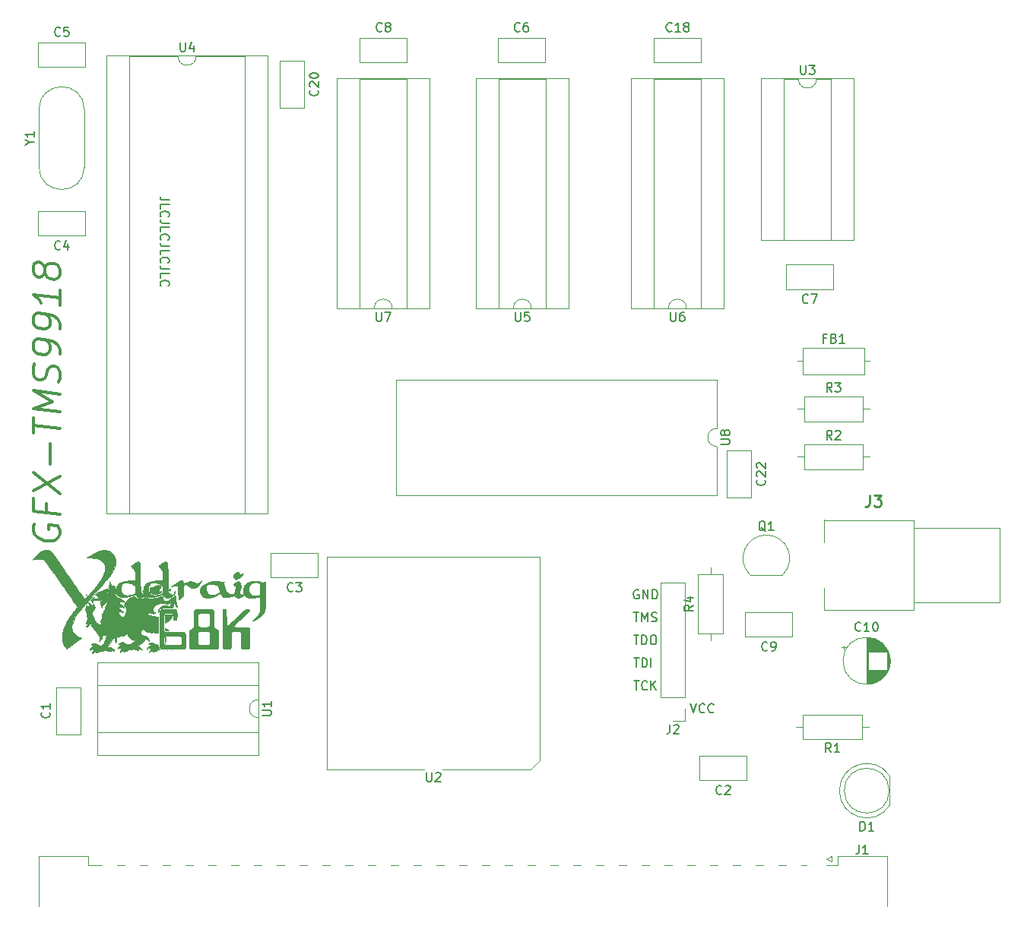
<source format=gto>
G04 #@! TF.GenerationSoftware,KiCad,Pcbnew,(5.1.10)-1*
G04 #@! TF.CreationDate,2021-08-18T14:18:43+01:00*
G04 #@! TF.ProjectId,GfxTMS9918,47667854-4d53-4393-9931-382e6b696361,rev?*
G04 #@! TF.SameCoordinates,Original*
G04 #@! TF.FileFunction,Legend,Top*
G04 #@! TF.FilePolarity,Positive*
%FSLAX46Y46*%
G04 Gerber Fmt 4.6, Leading zero omitted, Abs format (unit mm)*
G04 Created by KiCad (PCBNEW (5.1.10)-1) date 2021-08-18 14:18:43*
%MOMM*%
%LPD*%
G01*
G04 APERTURE LIST*
%ADD10C,0.150000*%
%ADD11C,0.300000*%
%ADD12C,0.010000*%
%ADD13C,0.120000*%
%ADD14C,0.100000*%
%ADD15C,0.254000*%
%ADD16C,2.300000*%
%ADD17O,1.600000X1.600000*%
%ADD18R,1.600000X1.600000*%
%ADD19C,1.422400*%
%ADD20R,1.422400X1.422400*%
%ADD21C,1.600000*%
%ADD22R,1.050000X1.500000*%
%ADD23O,1.050000X1.500000*%
%ADD24C,3.600000*%
%ADD25R,3.765000X3.765000*%
%ADD26O,1.700000X1.700000*%
%ADD27R,1.700000X1.700000*%
%ADD28C,1.550000*%
%ADD29C,2.850000*%
%ADD30C,1.800000*%
%ADD31R,1.800000X1.800000*%
G04 APERTURE END LIST*
D10*
X117133619Y-66246952D02*
X116419333Y-66246952D01*
X116276476Y-66199333D01*
X116181238Y-66104095D01*
X116133619Y-65961238D01*
X116133619Y-65866000D01*
X116133619Y-67199333D02*
X116133619Y-66723142D01*
X117133619Y-66723142D01*
X116228857Y-68104095D02*
X116181238Y-68056476D01*
X116133619Y-67913619D01*
X116133619Y-67818380D01*
X116181238Y-67675523D01*
X116276476Y-67580285D01*
X116371714Y-67532666D01*
X116562190Y-67485047D01*
X116705047Y-67485047D01*
X116895523Y-67532666D01*
X116990761Y-67580285D01*
X117086000Y-67675523D01*
X117133619Y-67818380D01*
X117133619Y-67913619D01*
X117086000Y-68056476D01*
X117038380Y-68104095D01*
X117133619Y-68818380D02*
X116419333Y-68818380D01*
X116276476Y-68770761D01*
X116181238Y-68675523D01*
X116133619Y-68532666D01*
X116133619Y-68437428D01*
X116133619Y-69770761D02*
X116133619Y-69294571D01*
X117133619Y-69294571D01*
X116228857Y-70675523D02*
X116181238Y-70627904D01*
X116133619Y-70485047D01*
X116133619Y-70389809D01*
X116181238Y-70246952D01*
X116276476Y-70151714D01*
X116371714Y-70104095D01*
X116562190Y-70056476D01*
X116705047Y-70056476D01*
X116895523Y-70104095D01*
X116990761Y-70151714D01*
X117086000Y-70246952D01*
X117133619Y-70389809D01*
X117133619Y-70485047D01*
X117086000Y-70627904D01*
X117038380Y-70675523D01*
X117133619Y-71389809D02*
X116419333Y-71389809D01*
X116276476Y-71342190D01*
X116181238Y-71246952D01*
X116133619Y-71104095D01*
X116133619Y-71008857D01*
X116133619Y-72342190D02*
X116133619Y-71866000D01*
X117133619Y-71866000D01*
X116228857Y-73246952D02*
X116181238Y-73199333D01*
X116133619Y-73056476D01*
X116133619Y-72961238D01*
X116181238Y-72818380D01*
X116276476Y-72723142D01*
X116371714Y-72675523D01*
X116562190Y-72627904D01*
X116705047Y-72627904D01*
X116895523Y-72675523D01*
X116990761Y-72723142D01*
X117086000Y-72818380D01*
X117133619Y-72961238D01*
X117133619Y-73056476D01*
X117086000Y-73199333D01*
X117038380Y-73246952D01*
X117133619Y-73961238D02*
X116419333Y-73961238D01*
X116276476Y-73913619D01*
X116181238Y-73818380D01*
X116133619Y-73675523D01*
X116133619Y-73580285D01*
X116133619Y-74913619D02*
X116133619Y-74437428D01*
X117133619Y-74437428D01*
X116228857Y-75818380D02*
X116181238Y-75770761D01*
X116133619Y-75627904D01*
X116133619Y-75532666D01*
X116181238Y-75389809D01*
X116276476Y-75294571D01*
X116371714Y-75246952D01*
X116562190Y-75199333D01*
X116705047Y-75199333D01*
X116895523Y-75246952D01*
X116990761Y-75294571D01*
X117086000Y-75389809D01*
X117133619Y-75532666D01*
X117133619Y-75627904D01*
X117086000Y-75770761D01*
X117038380Y-75818380D01*
D11*
X102132000Y-102362339D02*
X101989142Y-102630196D01*
X101989142Y-103058767D01*
X102132000Y-103505196D01*
X102417714Y-103826625D01*
X102703428Y-104005196D01*
X103274857Y-104219482D01*
X103703428Y-104273053D01*
X104274857Y-104201625D01*
X104560571Y-104094482D01*
X104846285Y-103844482D01*
X104989142Y-103433767D01*
X104989142Y-103148053D01*
X104846285Y-102701625D01*
X104703428Y-102540910D01*
X103703428Y-102415910D01*
X103703428Y-102987339D01*
X103417714Y-100094482D02*
X103417714Y-101094482D01*
X104989142Y-101290910D02*
X101989142Y-100915910D01*
X101989142Y-99487339D01*
X101989142Y-98630196D02*
X104989142Y-97005196D01*
X101989142Y-96630196D02*
X104989142Y-99005196D01*
X103846285Y-95719482D02*
X103846285Y-93433767D01*
X101989142Y-92201625D02*
X101989142Y-90487339D01*
X104989142Y-91719482D02*
X101989142Y-91344482D01*
X104989142Y-89862339D02*
X101989142Y-89487339D01*
X104132000Y-88755196D01*
X101989142Y-87487339D01*
X104989142Y-87862339D01*
X104846285Y-86558767D02*
X104989142Y-86148053D01*
X104989142Y-85433767D01*
X104846285Y-85130196D01*
X104703428Y-84969482D01*
X104417714Y-84790910D01*
X104132000Y-84755196D01*
X103846285Y-84862339D01*
X103703428Y-84987339D01*
X103560571Y-85255196D01*
X103417714Y-85808767D01*
X103274857Y-86076625D01*
X103132000Y-86201625D01*
X102846285Y-86308767D01*
X102560571Y-86273053D01*
X102274857Y-86094482D01*
X102132000Y-85933767D01*
X101989142Y-85630196D01*
X101989142Y-84915910D01*
X102132000Y-84505196D01*
X104989142Y-83433767D02*
X104989142Y-82862339D01*
X104846285Y-82558767D01*
X104703428Y-82398053D01*
X104274857Y-82058767D01*
X103703428Y-81844482D01*
X102560571Y-81701625D01*
X102274857Y-81808767D01*
X102132000Y-81933767D01*
X101989142Y-82201625D01*
X101989142Y-82773053D01*
X102132000Y-83076625D01*
X102274857Y-83237339D01*
X102560571Y-83415910D01*
X103274857Y-83505196D01*
X103560571Y-83398053D01*
X103703428Y-83273053D01*
X103846285Y-83005196D01*
X103846285Y-82433767D01*
X103703428Y-82130196D01*
X103560571Y-81969482D01*
X103274857Y-81790910D01*
X104989142Y-80576625D02*
X104989142Y-80005196D01*
X104846285Y-79701625D01*
X104703428Y-79540910D01*
X104274857Y-79201625D01*
X103703428Y-78987339D01*
X102560571Y-78844482D01*
X102274857Y-78951625D01*
X102132000Y-79076625D01*
X101989142Y-79344482D01*
X101989142Y-79915910D01*
X102132000Y-80219482D01*
X102274857Y-80380196D01*
X102560571Y-80558767D01*
X103274857Y-80648053D01*
X103560571Y-80540910D01*
X103703428Y-80415910D01*
X103846285Y-80148053D01*
X103846285Y-79576625D01*
X103703428Y-79273053D01*
X103560571Y-79112339D01*
X103274857Y-78933767D01*
X104989142Y-76290910D02*
X104989142Y-78005196D01*
X104989142Y-77148053D02*
X101989142Y-76773053D01*
X102417714Y-77112339D01*
X102703428Y-77433767D01*
X102846285Y-77737339D01*
X103274857Y-74362339D02*
X103132000Y-74630196D01*
X102989142Y-74755196D01*
X102703428Y-74862339D01*
X102560571Y-74844482D01*
X102274857Y-74665910D01*
X102132000Y-74505196D01*
X101989142Y-74201625D01*
X101989142Y-73630196D01*
X102132000Y-73362339D01*
X102274857Y-73237339D01*
X102560571Y-73130196D01*
X102703428Y-73148053D01*
X102989142Y-73326625D01*
X103132000Y-73487339D01*
X103274857Y-73790910D01*
X103274857Y-74362339D01*
X103417714Y-74665910D01*
X103560571Y-74826625D01*
X103846285Y-75005196D01*
X104417714Y-75076625D01*
X104703428Y-74969482D01*
X104846285Y-74844482D01*
X104989142Y-74576625D01*
X104989142Y-74005196D01*
X104846285Y-73701625D01*
X104703428Y-73540910D01*
X104417714Y-73362339D01*
X103846285Y-73290910D01*
X103560571Y-73398053D01*
X103417714Y-73523053D01*
X103274857Y-73790910D01*
D10*
X169418095Y-109736000D02*
X169322857Y-109688380D01*
X169180000Y-109688380D01*
X169037142Y-109736000D01*
X168941904Y-109831238D01*
X168894285Y-109926476D01*
X168846666Y-110116952D01*
X168846666Y-110259809D01*
X168894285Y-110450285D01*
X168941904Y-110545523D01*
X169037142Y-110640761D01*
X169180000Y-110688380D01*
X169275238Y-110688380D01*
X169418095Y-110640761D01*
X169465714Y-110593142D01*
X169465714Y-110259809D01*
X169275238Y-110259809D01*
X169894285Y-110688380D02*
X169894285Y-109688380D01*
X170465714Y-110688380D01*
X170465714Y-109688380D01*
X170941904Y-110688380D02*
X170941904Y-109688380D01*
X171180000Y-109688380D01*
X171322857Y-109736000D01*
X171418095Y-109831238D01*
X171465714Y-109926476D01*
X171513333Y-110116952D01*
X171513333Y-110259809D01*
X171465714Y-110450285D01*
X171418095Y-110545523D01*
X171322857Y-110640761D01*
X171180000Y-110688380D01*
X170941904Y-110688380D01*
X168846666Y-112228380D02*
X169418095Y-112228380D01*
X169132380Y-113228380D02*
X169132380Y-112228380D01*
X169751428Y-113228380D02*
X169751428Y-112228380D01*
X170084761Y-112942666D01*
X170418095Y-112228380D01*
X170418095Y-113228380D01*
X170846666Y-113180761D02*
X170989523Y-113228380D01*
X171227619Y-113228380D01*
X171322857Y-113180761D01*
X171370476Y-113133142D01*
X171418095Y-113037904D01*
X171418095Y-112942666D01*
X171370476Y-112847428D01*
X171322857Y-112799809D01*
X171227619Y-112752190D01*
X171037142Y-112704571D01*
X170941904Y-112656952D01*
X170894285Y-112609333D01*
X170846666Y-112514095D01*
X170846666Y-112418857D01*
X170894285Y-112323619D01*
X170941904Y-112276000D01*
X171037142Y-112228380D01*
X171275238Y-112228380D01*
X171418095Y-112276000D01*
X168870476Y-114768380D02*
X169441904Y-114768380D01*
X169156190Y-115768380D02*
X169156190Y-114768380D01*
X169775238Y-115768380D02*
X169775238Y-114768380D01*
X170013333Y-114768380D01*
X170156190Y-114816000D01*
X170251428Y-114911238D01*
X170299047Y-115006476D01*
X170346666Y-115196952D01*
X170346666Y-115339809D01*
X170299047Y-115530285D01*
X170251428Y-115625523D01*
X170156190Y-115720761D01*
X170013333Y-115768380D01*
X169775238Y-115768380D01*
X170965714Y-114768380D02*
X171156190Y-114768380D01*
X171251428Y-114816000D01*
X171346666Y-114911238D01*
X171394285Y-115101714D01*
X171394285Y-115435047D01*
X171346666Y-115625523D01*
X171251428Y-115720761D01*
X171156190Y-115768380D01*
X170965714Y-115768380D01*
X170870476Y-115720761D01*
X170775238Y-115625523D01*
X170727619Y-115435047D01*
X170727619Y-115101714D01*
X170775238Y-114911238D01*
X170870476Y-114816000D01*
X170965714Y-114768380D01*
X168902190Y-117308380D02*
X169473619Y-117308380D01*
X169187904Y-118308380D02*
X169187904Y-117308380D01*
X169806952Y-118308380D02*
X169806952Y-117308380D01*
X170045047Y-117308380D01*
X170187904Y-117356000D01*
X170283142Y-117451238D01*
X170330761Y-117546476D01*
X170378380Y-117736952D01*
X170378380Y-117879809D01*
X170330761Y-118070285D01*
X170283142Y-118165523D01*
X170187904Y-118260761D01*
X170045047Y-118308380D01*
X169806952Y-118308380D01*
X170806952Y-118308380D02*
X170806952Y-117308380D01*
X168894285Y-119848380D02*
X169465714Y-119848380D01*
X169180000Y-120848380D02*
X169180000Y-119848380D01*
X170370476Y-120753142D02*
X170322857Y-120800761D01*
X170180000Y-120848380D01*
X170084761Y-120848380D01*
X169941904Y-120800761D01*
X169846666Y-120705523D01*
X169799047Y-120610285D01*
X169751428Y-120419809D01*
X169751428Y-120276952D01*
X169799047Y-120086476D01*
X169846666Y-119991238D01*
X169941904Y-119896000D01*
X170084761Y-119848380D01*
X170180000Y-119848380D01*
X170322857Y-119896000D01*
X170370476Y-119943619D01*
X170799047Y-120848380D02*
X170799047Y-119848380D01*
X171370476Y-120848380D02*
X170941904Y-120276952D01*
X171370476Y-119848380D02*
X170799047Y-120419809D01*
X175196666Y-122388380D02*
X175530000Y-123388380D01*
X175863333Y-122388380D01*
X176768095Y-123293142D02*
X176720476Y-123340761D01*
X176577619Y-123388380D01*
X176482380Y-123388380D01*
X176339523Y-123340761D01*
X176244285Y-123245523D01*
X176196666Y-123150285D01*
X176149047Y-122959809D01*
X176149047Y-122816952D01*
X176196666Y-122626476D01*
X176244285Y-122531238D01*
X176339523Y-122436000D01*
X176482380Y-122388380D01*
X176577619Y-122388380D01*
X176720476Y-122436000D01*
X176768095Y-122483619D01*
X177768095Y-123293142D02*
X177720476Y-123340761D01*
X177577619Y-123388380D01*
X177482380Y-123388380D01*
X177339523Y-123340761D01*
X177244285Y-123245523D01*
X177196666Y-123150285D01*
X177149047Y-122959809D01*
X177149047Y-122816952D01*
X177196666Y-122626476D01*
X177244285Y-122531238D01*
X177339523Y-122436000D01*
X177482380Y-122388380D01*
X177577619Y-122388380D01*
X177720476Y-122436000D01*
X177768095Y-122483619D01*
D12*
G36*
X115927905Y-109161167D02*
G01*
X115964141Y-109173666D01*
X116012363Y-109191746D01*
X116066965Y-109213153D01*
X116122341Y-109235635D01*
X116172884Y-109256940D01*
X116212988Y-109274815D01*
X116237047Y-109287008D01*
X116240856Y-109289723D01*
X116235583Y-109300984D01*
X116217460Y-109327070D01*
X116189857Y-109363256D01*
X116175662Y-109381057D01*
X116119449Y-109457758D01*
X116067537Y-109541904D01*
X116022347Y-109628349D01*
X115986299Y-109711950D01*
X115961815Y-109787563D01*
X115951316Y-109850043D01*
X115951097Y-109858175D01*
X115951915Y-109874979D01*
X115956972Y-109885768D01*
X115970008Y-109890625D01*
X115994763Y-109889634D01*
X116034976Y-109882879D01*
X116094387Y-109870443D01*
X116131975Y-109862228D01*
X116268500Y-109832270D01*
X116268500Y-109980175D01*
X116201666Y-110005180D01*
X116126649Y-110031542D01*
X116039305Y-110059559D01*
X115948446Y-110086617D01*
X115862886Y-110110099D01*
X115791439Y-110127389D01*
X115785900Y-110128574D01*
X115699145Y-110142842D01*
X115604624Y-110151650D01*
X115510130Y-110154776D01*
X115423457Y-110151998D01*
X115352398Y-110143094D01*
X115343504Y-110141202D01*
X115290146Y-110125776D01*
X115237468Y-110105365D01*
X115208235Y-110090729D01*
X115133948Y-110033829D01*
X115067582Y-109957216D01*
X115011827Y-109866036D01*
X114969375Y-109765433D01*
X114942917Y-109660550D01*
X114935000Y-109568405D01*
X114935000Y-109490347D01*
X115179475Y-109405125D01*
X115275140Y-109371672D01*
X115382707Y-109333887D01*
X115492383Y-109295219D01*
X115594374Y-109259119D01*
X115653214Y-109238201D01*
X115726460Y-109212582D01*
X115792894Y-109190253D01*
X115848284Y-109172563D01*
X115888400Y-109160863D01*
X115909011Y-109156503D01*
X115909262Y-109156500D01*
X115927905Y-109161167D01*
G37*
X115927905Y-109161167D02*
X115964141Y-109173666D01*
X116012363Y-109191746D01*
X116066965Y-109213153D01*
X116122341Y-109235635D01*
X116172884Y-109256940D01*
X116212988Y-109274815D01*
X116237047Y-109287008D01*
X116240856Y-109289723D01*
X116235583Y-109300984D01*
X116217460Y-109327070D01*
X116189857Y-109363256D01*
X116175662Y-109381057D01*
X116119449Y-109457758D01*
X116067537Y-109541904D01*
X116022347Y-109628349D01*
X115986299Y-109711950D01*
X115961815Y-109787563D01*
X115951316Y-109850043D01*
X115951097Y-109858175D01*
X115951915Y-109874979D01*
X115956972Y-109885768D01*
X115970008Y-109890625D01*
X115994763Y-109889634D01*
X116034976Y-109882879D01*
X116094387Y-109870443D01*
X116131975Y-109862228D01*
X116268500Y-109832270D01*
X116268500Y-109980175D01*
X116201666Y-110005180D01*
X116126649Y-110031542D01*
X116039305Y-110059559D01*
X115948446Y-110086617D01*
X115862886Y-110110099D01*
X115791439Y-110127389D01*
X115785900Y-110128574D01*
X115699145Y-110142842D01*
X115604624Y-110151650D01*
X115510130Y-110154776D01*
X115423457Y-110151998D01*
X115352398Y-110143094D01*
X115343504Y-110141202D01*
X115290146Y-110125776D01*
X115237468Y-110105365D01*
X115208235Y-110090729D01*
X115133948Y-110033829D01*
X115067582Y-109957216D01*
X115011827Y-109866036D01*
X114969375Y-109765433D01*
X114942917Y-109660550D01*
X114935000Y-109568405D01*
X114935000Y-109490347D01*
X115179475Y-109405125D01*
X115275140Y-109371672D01*
X115382707Y-109333887D01*
X115492383Y-109295219D01*
X115594374Y-109259119D01*
X115653214Y-109238201D01*
X115726460Y-109212582D01*
X115792894Y-109190253D01*
X115848284Y-109172563D01*
X115888400Y-109160863D01*
X115909011Y-109156503D01*
X115909262Y-109156500D01*
X115927905Y-109161167D01*
G36*
X116784698Y-114982841D02*
G01*
X116787879Y-115006378D01*
X116784293Y-115047906D01*
X116774728Y-115110276D01*
X116768916Y-115144550D01*
X116757953Y-115205793D01*
X116744562Y-115276576D01*
X116729755Y-115351990D01*
X116714540Y-115427126D01*
X116699926Y-115497078D01*
X116686924Y-115556938D01*
X116676542Y-115601798D01*
X116669790Y-115626750D01*
X116669651Y-115627150D01*
X116662206Y-115627708D01*
X116654153Y-115614450D01*
X116650777Y-115594323D01*
X116647820Y-115553117D01*
X116645451Y-115495150D01*
X116643842Y-115424742D01*
X116643161Y-115346211D01*
X116643150Y-115334478D01*
X116643535Y-115239010D01*
X116645255Y-115165456D01*
X116649160Y-115110334D01*
X116656097Y-115070163D01*
X116666913Y-115041461D01*
X116682458Y-115020748D01*
X116703580Y-115004542D01*
X116726672Y-114991647D01*
X116754882Y-114978328D01*
X116773961Y-114974442D01*
X116784698Y-114982841D01*
G37*
X116784698Y-114982841D02*
X116787879Y-115006378D01*
X116784293Y-115047906D01*
X116774728Y-115110276D01*
X116768916Y-115144550D01*
X116757953Y-115205793D01*
X116744562Y-115276576D01*
X116729755Y-115351990D01*
X116714540Y-115427126D01*
X116699926Y-115497078D01*
X116686924Y-115556938D01*
X116676542Y-115601798D01*
X116669790Y-115626750D01*
X116669651Y-115627150D01*
X116662206Y-115627708D01*
X116654153Y-115614450D01*
X116650777Y-115594323D01*
X116647820Y-115553117D01*
X116645451Y-115495150D01*
X116643842Y-115424742D01*
X116643161Y-115346211D01*
X116643150Y-115334478D01*
X116643535Y-115239010D01*
X116645255Y-115165456D01*
X116649160Y-115110334D01*
X116656097Y-115070163D01*
X116666913Y-115041461D01*
X116682458Y-115020748D01*
X116703580Y-115004542D01*
X116726672Y-114991647D01*
X116754882Y-114978328D01*
X116773961Y-114974442D01*
X116784698Y-114982841D01*
G36*
X110098893Y-109904066D02*
G01*
X110129175Y-109931070D01*
X110146004Y-109965267D01*
X110147100Y-109975650D01*
X110136495Y-110009312D01*
X110110547Y-110039371D01*
X110078052Y-110056774D01*
X110066881Y-110058200D01*
X110034536Y-110050937D01*
X110010225Y-110038429D01*
X109987356Y-110009438D01*
X109982962Y-109973389D01*
X109994419Y-109937365D01*
X110019103Y-109908452D01*
X110054390Y-109893733D01*
X110064055Y-109893100D01*
X110098893Y-109904066D01*
G37*
X110098893Y-109904066D02*
X110129175Y-109931070D01*
X110146004Y-109965267D01*
X110147100Y-109975650D01*
X110136495Y-110009312D01*
X110110547Y-110039371D01*
X110078052Y-110056774D01*
X110066881Y-110058200D01*
X110034536Y-110050937D01*
X110010225Y-110038429D01*
X109987356Y-110009438D01*
X109982962Y-109973389D01*
X109994419Y-109937365D01*
X110019103Y-109908452D01*
X110054390Y-109893733D01*
X110064055Y-109893100D01*
X110098893Y-109904066D01*
G36*
X124857549Y-107689416D02*
G01*
X124869357Y-107704047D01*
X124873648Y-107718225D01*
X124897765Y-107801292D01*
X124929105Y-107861932D01*
X124969295Y-107902494D01*
X125016441Y-107924370D01*
X125044117Y-107929450D01*
X125078329Y-107929572D01*
X125124680Y-107924309D01*
X125188773Y-107913235D01*
X125206117Y-107909917D01*
X125263382Y-107899625D01*
X125311195Y-107892533D01*
X125344266Y-107889325D01*
X125357106Y-107890372D01*
X125355209Y-107904498D01*
X125342358Y-107933571D01*
X125322188Y-107969829D01*
X125272926Y-108037613D01*
X125204081Y-108112210D01*
X125119440Y-108190481D01*
X125022789Y-108269286D01*
X124917914Y-108345485D01*
X124808601Y-108415938D01*
X124729919Y-108460995D01*
X124659208Y-108496063D01*
X124603222Y-108515559D01*
X124557211Y-108520212D01*
X124516422Y-108510753D01*
X124490972Y-108497697D01*
X124445977Y-108461519D01*
X124399257Y-108409324D01*
X124354612Y-108347201D01*
X124315842Y-108281241D01*
X124286747Y-108217531D01*
X124271127Y-108162162D01*
X124269500Y-108142803D01*
X124280967Y-108079871D01*
X124315743Y-108013165D01*
X124374386Y-107941735D01*
X124406806Y-107909589D01*
X124485270Y-107841122D01*
X124564140Y-107782454D01*
X124639009Y-107736401D01*
X124705472Y-107705784D01*
X124741258Y-107695647D01*
X124798251Y-107686026D01*
X124835430Y-107683679D01*
X124857549Y-107689416D01*
G37*
X124857549Y-107689416D02*
X124869357Y-107704047D01*
X124873648Y-107718225D01*
X124897765Y-107801292D01*
X124929105Y-107861932D01*
X124969295Y-107902494D01*
X125016441Y-107924370D01*
X125044117Y-107929450D01*
X125078329Y-107929572D01*
X125124680Y-107924309D01*
X125188773Y-107913235D01*
X125206117Y-107909917D01*
X125263382Y-107899625D01*
X125311195Y-107892533D01*
X125344266Y-107889325D01*
X125357106Y-107890372D01*
X125355209Y-107904498D01*
X125342358Y-107933571D01*
X125322188Y-107969829D01*
X125272926Y-108037613D01*
X125204081Y-108112210D01*
X125119440Y-108190481D01*
X125022789Y-108269286D01*
X124917914Y-108345485D01*
X124808601Y-108415938D01*
X124729919Y-108460995D01*
X124659208Y-108496063D01*
X124603222Y-108515559D01*
X124557211Y-108520212D01*
X124516422Y-108510753D01*
X124490972Y-108497697D01*
X124445977Y-108461519D01*
X124399257Y-108409324D01*
X124354612Y-108347201D01*
X124315842Y-108281241D01*
X124286747Y-108217531D01*
X124271127Y-108162162D01*
X124269500Y-108142803D01*
X124280967Y-108079871D01*
X124315743Y-108013165D01*
X124374386Y-107941735D01*
X124406806Y-107909589D01*
X124485270Y-107841122D01*
X124564140Y-107782454D01*
X124639009Y-107736401D01*
X124705472Y-107705784D01*
X124741258Y-107695647D01*
X124798251Y-107686026D01*
X124835430Y-107683679D01*
X124857549Y-107689416D01*
G36*
X117284263Y-109586302D02*
G01*
X117282724Y-109612957D01*
X117280615Y-109629128D01*
X117268109Y-109690246D01*
X117247850Y-109733686D01*
X117215941Y-109766875D01*
X117203641Y-109775857D01*
X117171783Y-109796373D01*
X117153523Y-109802888D01*
X117142282Y-109796830D01*
X117137630Y-109790174D01*
X117132068Y-109770738D01*
X117126425Y-109734513D01*
X117122685Y-109697958D01*
X117116409Y-109619767D01*
X117178229Y-109602623D01*
X117219451Y-109591147D01*
X117253585Y-109581570D01*
X117264275Y-109578534D01*
X117278727Y-109576728D01*
X117284263Y-109586302D01*
G37*
X117284263Y-109586302D02*
X117282724Y-109612957D01*
X117280615Y-109629128D01*
X117268109Y-109690246D01*
X117247850Y-109733686D01*
X117215941Y-109766875D01*
X117203641Y-109775857D01*
X117171783Y-109796373D01*
X117153523Y-109802888D01*
X117142282Y-109796830D01*
X117137630Y-109790174D01*
X117132068Y-109770738D01*
X117126425Y-109734513D01*
X117122685Y-109697958D01*
X117116409Y-109619767D01*
X117178229Y-109602623D01*
X117219451Y-109591147D01*
X117253585Y-109581570D01*
X117264275Y-109578534D01*
X117278727Y-109576728D01*
X117284263Y-109586302D01*
G36*
X114092566Y-109821133D02*
G01*
X114094086Y-109836205D01*
X114092566Y-109838066D01*
X114085016Y-109836323D01*
X114084100Y-109829600D01*
X114088746Y-109819146D01*
X114092566Y-109821133D01*
G37*
X114092566Y-109821133D02*
X114094086Y-109836205D01*
X114092566Y-109838066D01*
X114085016Y-109836323D01*
X114084100Y-109829600D01*
X114088746Y-109819146D01*
X114092566Y-109821133D01*
G36*
X117773941Y-109875228D02*
G01*
X117778905Y-109919210D01*
X117779800Y-109962950D01*
X117778768Y-110011531D01*
X117776013Y-110048440D01*
X117772049Y-110067940D01*
X117770275Y-110069587D01*
X117752902Y-110065833D01*
X117721198Y-110058071D01*
X117709950Y-110055204D01*
X117677398Y-110046315D01*
X117657459Y-110039900D01*
X117655159Y-110038768D01*
X117658572Y-110026728D01*
X117671180Y-109997739D01*
X117690498Y-109957409D01*
X117696594Y-109945201D01*
X117726040Y-109891139D01*
X117748251Y-109861351D01*
X117763971Y-109855994D01*
X117773941Y-109875228D01*
G37*
X117773941Y-109875228D02*
X117778905Y-109919210D01*
X117779800Y-109962950D01*
X117778768Y-110011531D01*
X117776013Y-110048440D01*
X117772049Y-110067940D01*
X117770275Y-110069587D01*
X117752902Y-110065833D01*
X117721198Y-110058071D01*
X117709950Y-110055204D01*
X117677398Y-110046315D01*
X117657459Y-110039900D01*
X117655159Y-110038768D01*
X117658572Y-110026728D01*
X117671180Y-109997739D01*
X117690498Y-109957409D01*
X117696594Y-109945201D01*
X117726040Y-109891139D01*
X117748251Y-109861351D01*
X117763971Y-109855994D01*
X117773941Y-109875228D01*
G36*
X107879125Y-110183482D02*
G01*
X107900074Y-110194086D01*
X107929493Y-110216753D01*
X107934903Y-110238303D01*
X107917127Y-110262955D01*
X107914074Y-110265781D01*
X107893364Y-110282406D01*
X107880802Y-110282000D01*
X107870630Y-110261641D01*
X107863776Y-110240254D01*
X107854913Y-110200960D01*
X107859710Y-110182443D01*
X107879125Y-110183482D01*
G37*
X107879125Y-110183482D02*
X107900074Y-110194086D01*
X107929493Y-110216753D01*
X107934903Y-110238303D01*
X107917127Y-110262955D01*
X107914074Y-110265781D01*
X107893364Y-110282406D01*
X107880802Y-110282000D01*
X107870630Y-110261641D01*
X107863776Y-110240254D01*
X107854913Y-110200960D01*
X107859710Y-110182443D01*
X107879125Y-110183482D01*
G36*
X116743557Y-106560145D02*
G01*
X116808145Y-106585217D01*
X116862854Y-106633617D01*
X116907903Y-106705425D01*
X116939702Y-106787950D01*
X116942762Y-106800433D01*
X116945528Y-106817909D01*
X116948024Y-106841758D01*
X116950275Y-106873362D01*
X116952306Y-106914101D01*
X116954141Y-106965358D01*
X116955806Y-107028514D01*
X116957324Y-107104950D01*
X116958721Y-107196047D01*
X116960022Y-107303187D01*
X116961251Y-107427750D01*
X116962433Y-107571119D01*
X116963593Y-107734674D01*
X116964755Y-107919798D01*
X116965944Y-108127870D01*
X116966900Y-108305600D01*
X116968081Y-108531800D01*
X116969154Y-108734071D01*
X116970179Y-108913884D01*
X116971219Y-109072709D01*
X116972335Y-109212017D01*
X116973587Y-109333278D01*
X116975038Y-109437964D01*
X116976749Y-109527543D01*
X116978780Y-109603487D01*
X116981194Y-109667267D01*
X116984052Y-109720353D01*
X116987415Y-109764216D01*
X116991345Y-109800325D01*
X116995902Y-109830153D01*
X117001148Y-109855168D01*
X117007146Y-109876842D01*
X117013955Y-109896646D01*
X117021637Y-109916049D01*
X117030254Y-109936523D01*
X117035469Y-109948904D01*
X117077657Y-110019167D01*
X117141130Y-110083139D01*
X117221973Y-110137734D01*
X117316275Y-110179864D01*
X117336886Y-110186673D01*
X117424825Y-110206694D01*
X117505783Y-110208095D01*
X117569345Y-110196802D01*
X117610441Y-110189085D01*
X117646064Y-110186679D01*
X117653854Y-110187277D01*
X117664082Y-110191179D01*
X117662378Y-110200072D01*
X117646431Y-110216387D01*
X117613928Y-110242555D01*
X117569760Y-110275689D01*
X117417902Y-110378768D01*
X117271993Y-110459241D01*
X117132682Y-110516879D01*
X117000620Y-110551455D01*
X116876456Y-110562740D01*
X116777190Y-110553773D01*
X116694821Y-110532489D01*
X116626651Y-110499664D01*
X116568778Y-110451972D01*
X116517299Y-110386083D01*
X116468312Y-110298669D01*
X116461358Y-110284371D01*
X116438836Y-110240758D01*
X116418983Y-110208361D01*
X116405009Y-110192196D01*
X116401850Y-110191374D01*
X116385487Y-110197923D01*
X116351099Y-110212001D01*
X116304115Y-110231378D01*
X116262150Y-110248763D01*
X116169988Y-110284212D01*
X116060105Y-110321972D01*
X115939777Y-110359858D01*
X115816282Y-110395690D01*
X115696896Y-110427283D01*
X115588898Y-110452455D01*
X115570000Y-110456386D01*
X115368924Y-110490326D01*
X115179889Y-110508253D01*
X115004305Y-110510273D01*
X114843584Y-110496490D01*
X114699137Y-110467007D01*
X114572376Y-110421930D01*
X114487143Y-110376301D01*
X114427877Y-110338715D01*
X114313574Y-110406259D01*
X114192129Y-110469142D01*
X114068535Y-110516532D01*
X113946955Y-110547474D01*
X113831547Y-110561012D01*
X113726474Y-110556191D01*
X113690400Y-110549411D01*
X113614228Y-110525334D01*
X113550834Y-110489930D01*
X113496368Y-110439677D01*
X113446983Y-110371054D01*
X113400658Y-110284371D01*
X113378136Y-110240758D01*
X113358283Y-110208361D01*
X113344309Y-110192196D01*
X113341150Y-110191374D01*
X113324787Y-110197923D01*
X113290399Y-110212001D01*
X113243415Y-110231378D01*
X113201450Y-110248763D01*
X113045332Y-110307898D01*
X112873730Y-110362951D01*
X112694146Y-110412030D01*
X112514082Y-110453240D01*
X112341038Y-110484688D01*
X112191800Y-110503627D01*
X112025115Y-110512276D01*
X111868673Y-110506282D01*
X111724446Y-110486209D01*
X111594406Y-110452620D01*
X111480527Y-110406080D01*
X111384780Y-110347152D01*
X111309137Y-110276399D01*
X111284584Y-110244380D01*
X111245119Y-110179846D01*
X111216782Y-110114517D01*
X111198104Y-110042535D01*
X111187615Y-109958040D01*
X111183847Y-109855173D01*
X111183779Y-109842300D01*
X111191591Y-109662030D01*
X111212694Y-109524800D01*
X111738438Y-109524800D01*
X111741850Y-109673520D01*
X111766242Y-109808636D01*
X111812081Y-109931525D01*
X111879839Y-110043566D01*
X111939396Y-110115035D01*
X112005582Y-110177204D01*
X112076027Y-110224850D01*
X112154538Y-110259177D01*
X112244921Y-110281393D01*
X112350984Y-110292705D01*
X112476535Y-110294318D01*
X112502950Y-110293626D01*
X112614044Y-110287722D01*
X112709815Y-110276898D01*
X112800056Y-110259993D01*
X112814100Y-110256772D01*
X112903024Y-110234079D01*
X113000380Y-110206159D01*
X113098381Y-110175477D01*
X113189241Y-110144499D01*
X113265174Y-110115690D01*
X113282282Y-110108527D01*
X113347500Y-110080472D01*
X113347500Y-109199114D01*
X113185575Y-109127713D01*
X113045201Y-109066770D01*
X112923985Y-109016544D01*
X112818532Y-108976074D01*
X112725442Y-108944397D01*
X112641319Y-108920554D01*
X112562765Y-108903582D01*
X112486383Y-108892521D01*
X112408775Y-108886410D01*
X112326545Y-108884286D01*
X112325150Y-108884279D01*
X112234411Y-108884851D01*
X112164108Y-108888511D01*
X112109326Y-108896746D01*
X112065151Y-108911037D01*
X112026669Y-108932869D01*
X111988965Y-108963726D01*
X111956312Y-108995650D01*
X111874560Y-109091425D01*
X111813526Y-109192431D01*
X111771449Y-109302945D01*
X111746568Y-109427244D01*
X111738438Y-109524800D01*
X111212694Y-109524800D01*
X111216496Y-109500083D01*
X111259141Y-109355426D01*
X111320168Y-109227028D01*
X111400224Y-109113857D01*
X111499952Y-109014881D01*
X111619997Y-108929069D01*
X111761004Y-108855388D01*
X111814617Y-108832601D01*
X111910313Y-108795729D01*
X112001492Y-108764684D01*
X112091671Y-108738908D01*
X112184365Y-108717846D01*
X112283090Y-108700941D01*
X112391363Y-108687638D01*
X112512700Y-108677379D01*
X112650615Y-108669609D01*
X112808625Y-108663771D01*
X112896650Y-108661393D01*
X113000241Y-108658836D01*
X113095501Y-108656436D01*
X113179520Y-108654270D01*
X113249393Y-108652415D01*
X113302211Y-108650948D01*
X113335067Y-108649947D01*
X113345149Y-108649514D01*
X113345921Y-108637043D01*
X113346390Y-108601949D01*
X113346562Y-108547006D01*
X113346443Y-108474989D01*
X113346037Y-108388674D01*
X113345350Y-108290835D01*
X113344387Y-108184247D01*
X113344233Y-108169075D01*
X113342889Y-108041755D01*
X113341479Y-107936827D01*
X113339646Y-107851287D01*
X113337031Y-107782127D01*
X113333276Y-107726343D01*
X113328025Y-107680928D01*
X113320918Y-107642876D01*
X113311599Y-107609183D01*
X113299709Y-107576842D01*
X113284890Y-107542847D01*
X113266785Y-107504192D01*
X113264507Y-107499376D01*
X113242086Y-107460463D01*
X113206822Y-107412445D01*
X113156872Y-107353057D01*
X113090393Y-107280030D01*
X113060288Y-107248099D01*
X113007652Y-107191900D01*
X112961644Y-107141253D01*
X112924963Y-107099256D01*
X112900308Y-107069006D01*
X112890379Y-107053600D01*
X112890300Y-107053022D01*
X112900042Y-107037888D01*
X112927149Y-107010364D01*
X112968434Y-106972990D01*
X113020716Y-106928307D01*
X113080810Y-106878857D01*
X113145533Y-106827181D01*
X113211702Y-106775820D01*
X113276131Y-106727316D01*
X113335639Y-106684211D01*
X113387041Y-106649045D01*
X113427153Y-106624360D01*
X113427619Y-106624101D01*
X113523164Y-106579667D01*
X113608170Y-106558322D01*
X113682857Y-106560145D01*
X113747445Y-106585217D01*
X113802154Y-106633617D01*
X113847203Y-106705425D01*
X113879002Y-106787950D01*
X113882062Y-106800433D01*
X113884828Y-106817909D01*
X113887324Y-106841758D01*
X113889575Y-106873362D01*
X113891606Y-106914101D01*
X113893441Y-106965358D01*
X113895106Y-107028514D01*
X113896624Y-107104950D01*
X113898021Y-107196047D01*
X113899322Y-107303187D01*
X113900551Y-107427750D01*
X113901733Y-107571119D01*
X113902893Y-107734674D01*
X113904055Y-107919798D01*
X113905244Y-108127870D01*
X113906200Y-108305600D01*
X113907385Y-108533155D01*
X113908459Y-108736771D01*
X113909491Y-108917905D01*
X113910549Y-109078015D01*
X113911701Y-109218562D01*
X113913014Y-109341003D01*
X113914557Y-109446798D01*
X113916398Y-109537405D01*
X113918606Y-109614284D01*
X113921248Y-109678892D01*
X113924392Y-109732689D01*
X113928106Y-109777134D01*
X113932460Y-109813685D01*
X113937520Y-109843801D01*
X113943354Y-109868941D01*
X113950032Y-109890565D01*
X113957621Y-109910130D01*
X113966189Y-109929095D01*
X113975804Y-109948920D01*
X113983676Y-109965089D01*
X114025820Y-110027977D01*
X114087643Y-110087464D01*
X114163439Y-110139237D01*
X114247502Y-110178986D01*
X114281940Y-110190487D01*
X114294863Y-110193356D01*
X114300499Y-110189270D01*
X114298542Y-110173673D01*
X114288687Y-110142008D01*
X114276283Y-110105987D01*
X114262770Y-110064084D01*
X114253630Y-110025811D01*
X114248035Y-109984380D01*
X114245159Y-109933005D01*
X114244172Y-109864901D01*
X114244122Y-109842300D01*
X114252241Y-109661894D01*
X114273444Y-109524800D01*
X114799138Y-109524800D01*
X114802550Y-109673520D01*
X114826942Y-109808636D01*
X114872781Y-109931525D01*
X114940539Y-110043566D01*
X115000096Y-110115035D01*
X115066282Y-110177204D01*
X115136727Y-110224850D01*
X115215238Y-110259177D01*
X115305621Y-110281393D01*
X115411684Y-110292705D01*
X115537235Y-110294318D01*
X115563650Y-110293626D01*
X115674744Y-110287722D01*
X115770515Y-110276898D01*
X115860756Y-110259993D01*
X115874800Y-110256772D01*
X115963724Y-110234079D01*
X116061080Y-110206159D01*
X116159081Y-110175477D01*
X116249941Y-110144499D01*
X116325874Y-110115690D01*
X116342982Y-110108527D01*
X116408200Y-110080472D01*
X116408200Y-109199114D01*
X116246275Y-109127713D01*
X116105901Y-109066770D01*
X115984685Y-109016544D01*
X115879232Y-108976074D01*
X115786142Y-108944397D01*
X115702019Y-108920554D01*
X115623465Y-108903582D01*
X115547083Y-108892521D01*
X115469475Y-108886410D01*
X115387245Y-108884286D01*
X115385850Y-108884279D01*
X115295111Y-108884851D01*
X115224808Y-108888511D01*
X115170026Y-108896746D01*
X115125851Y-108911037D01*
X115087369Y-108932869D01*
X115049665Y-108963726D01*
X115017012Y-108995650D01*
X114935260Y-109091425D01*
X114874226Y-109192431D01*
X114832149Y-109302945D01*
X114807268Y-109427244D01*
X114799138Y-109524800D01*
X114273444Y-109524800D01*
X114277290Y-109499933D01*
X114319935Y-109355354D01*
X114380839Y-109227095D01*
X114460668Y-109114093D01*
X114560085Y-109015284D01*
X114679756Y-108929605D01*
X114820344Y-108855994D01*
X114875317Y-108832601D01*
X114971013Y-108795729D01*
X115062192Y-108764684D01*
X115152371Y-108738908D01*
X115245065Y-108717846D01*
X115343790Y-108700941D01*
X115452063Y-108687638D01*
X115573400Y-108677379D01*
X115711315Y-108669609D01*
X115869325Y-108663771D01*
X115957350Y-108661393D01*
X116060941Y-108658836D01*
X116156201Y-108656436D01*
X116240220Y-108654270D01*
X116310093Y-108652415D01*
X116362911Y-108650948D01*
X116395767Y-108649947D01*
X116405849Y-108649514D01*
X116406621Y-108637043D01*
X116407090Y-108601949D01*
X116407262Y-108547006D01*
X116407143Y-108474989D01*
X116406737Y-108388674D01*
X116406050Y-108290835D01*
X116405087Y-108184247D01*
X116404933Y-108169075D01*
X116403589Y-108041755D01*
X116402179Y-107936827D01*
X116400346Y-107851287D01*
X116397731Y-107782127D01*
X116393976Y-107726343D01*
X116388725Y-107680928D01*
X116381618Y-107642876D01*
X116372299Y-107609183D01*
X116360409Y-107576842D01*
X116345590Y-107542847D01*
X116327485Y-107504192D01*
X116325207Y-107499376D01*
X116302786Y-107460463D01*
X116267522Y-107412445D01*
X116217572Y-107353057D01*
X116151093Y-107280030D01*
X116120988Y-107248099D01*
X116068352Y-107191900D01*
X116022344Y-107141253D01*
X115985663Y-107099256D01*
X115961008Y-107069006D01*
X115951079Y-107053600D01*
X115951000Y-107053022D01*
X115960742Y-107037888D01*
X115987849Y-107010364D01*
X116029134Y-106972990D01*
X116081416Y-106928307D01*
X116141510Y-106878857D01*
X116206233Y-106827181D01*
X116272402Y-106775820D01*
X116336831Y-106727316D01*
X116396339Y-106684211D01*
X116447741Y-106649045D01*
X116487853Y-106624360D01*
X116488319Y-106624101D01*
X116583864Y-106579667D01*
X116668870Y-106558322D01*
X116743557Y-106560145D01*
G37*
X116743557Y-106560145D02*
X116808145Y-106585217D01*
X116862854Y-106633617D01*
X116907903Y-106705425D01*
X116939702Y-106787950D01*
X116942762Y-106800433D01*
X116945528Y-106817909D01*
X116948024Y-106841758D01*
X116950275Y-106873362D01*
X116952306Y-106914101D01*
X116954141Y-106965358D01*
X116955806Y-107028514D01*
X116957324Y-107104950D01*
X116958721Y-107196047D01*
X116960022Y-107303187D01*
X116961251Y-107427750D01*
X116962433Y-107571119D01*
X116963593Y-107734674D01*
X116964755Y-107919798D01*
X116965944Y-108127870D01*
X116966900Y-108305600D01*
X116968081Y-108531800D01*
X116969154Y-108734071D01*
X116970179Y-108913884D01*
X116971219Y-109072709D01*
X116972335Y-109212017D01*
X116973587Y-109333278D01*
X116975038Y-109437964D01*
X116976749Y-109527543D01*
X116978780Y-109603487D01*
X116981194Y-109667267D01*
X116984052Y-109720353D01*
X116987415Y-109764216D01*
X116991345Y-109800325D01*
X116995902Y-109830153D01*
X117001148Y-109855168D01*
X117007146Y-109876842D01*
X117013955Y-109896646D01*
X117021637Y-109916049D01*
X117030254Y-109936523D01*
X117035469Y-109948904D01*
X117077657Y-110019167D01*
X117141130Y-110083139D01*
X117221973Y-110137734D01*
X117316275Y-110179864D01*
X117336886Y-110186673D01*
X117424825Y-110206694D01*
X117505783Y-110208095D01*
X117569345Y-110196802D01*
X117610441Y-110189085D01*
X117646064Y-110186679D01*
X117653854Y-110187277D01*
X117664082Y-110191179D01*
X117662378Y-110200072D01*
X117646431Y-110216387D01*
X117613928Y-110242555D01*
X117569760Y-110275689D01*
X117417902Y-110378768D01*
X117271993Y-110459241D01*
X117132682Y-110516879D01*
X117000620Y-110551455D01*
X116876456Y-110562740D01*
X116777190Y-110553773D01*
X116694821Y-110532489D01*
X116626651Y-110499664D01*
X116568778Y-110451972D01*
X116517299Y-110386083D01*
X116468312Y-110298669D01*
X116461358Y-110284371D01*
X116438836Y-110240758D01*
X116418983Y-110208361D01*
X116405009Y-110192196D01*
X116401850Y-110191374D01*
X116385487Y-110197923D01*
X116351099Y-110212001D01*
X116304115Y-110231378D01*
X116262150Y-110248763D01*
X116169988Y-110284212D01*
X116060105Y-110321972D01*
X115939777Y-110359858D01*
X115816282Y-110395690D01*
X115696896Y-110427283D01*
X115588898Y-110452455D01*
X115570000Y-110456386D01*
X115368924Y-110490326D01*
X115179889Y-110508253D01*
X115004305Y-110510273D01*
X114843584Y-110496490D01*
X114699137Y-110467007D01*
X114572376Y-110421930D01*
X114487143Y-110376301D01*
X114427877Y-110338715D01*
X114313574Y-110406259D01*
X114192129Y-110469142D01*
X114068535Y-110516532D01*
X113946955Y-110547474D01*
X113831547Y-110561012D01*
X113726474Y-110556191D01*
X113690400Y-110549411D01*
X113614228Y-110525334D01*
X113550834Y-110489930D01*
X113496368Y-110439677D01*
X113446983Y-110371054D01*
X113400658Y-110284371D01*
X113378136Y-110240758D01*
X113358283Y-110208361D01*
X113344309Y-110192196D01*
X113341150Y-110191374D01*
X113324787Y-110197923D01*
X113290399Y-110212001D01*
X113243415Y-110231378D01*
X113201450Y-110248763D01*
X113045332Y-110307898D01*
X112873730Y-110362951D01*
X112694146Y-110412030D01*
X112514082Y-110453240D01*
X112341038Y-110484688D01*
X112191800Y-110503627D01*
X112025115Y-110512276D01*
X111868673Y-110506282D01*
X111724446Y-110486209D01*
X111594406Y-110452620D01*
X111480527Y-110406080D01*
X111384780Y-110347152D01*
X111309137Y-110276399D01*
X111284584Y-110244380D01*
X111245119Y-110179846D01*
X111216782Y-110114517D01*
X111198104Y-110042535D01*
X111187615Y-109958040D01*
X111183847Y-109855173D01*
X111183779Y-109842300D01*
X111191591Y-109662030D01*
X111212694Y-109524800D01*
X111738438Y-109524800D01*
X111741850Y-109673520D01*
X111766242Y-109808636D01*
X111812081Y-109931525D01*
X111879839Y-110043566D01*
X111939396Y-110115035D01*
X112005582Y-110177204D01*
X112076027Y-110224850D01*
X112154538Y-110259177D01*
X112244921Y-110281393D01*
X112350984Y-110292705D01*
X112476535Y-110294318D01*
X112502950Y-110293626D01*
X112614044Y-110287722D01*
X112709815Y-110276898D01*
X112800056Y-110259993D01*
X112814100Y-110256772D01*
X112903024Y-110234079D01*
X113000380Y-110206159D01*
X113098381Y-110175477D01*
X113189241Y-110144499D01*
X113265174Y-110115690D01*
X113282282Y-110108527D01*
X113347500Y-110080472D01*
X113347500Y-109199114D01*
X113185575Y-109127713D01*
X113045201Y-109066770D01*
X112923985Y-109016544D01*
X112818532Y-108976074D01*
X112725442Y-108944397D01*
X112641319Y-108920554D01*
X112562765Y-108903582D01*
X112486383Y-108892521D01*
X112408775Y-108886410D01*
X112326545Y-108884286D01*
X112325150Y-108884279D01*
X112234411Y-108884851D01*
X112164108Y-108888511D01*
X112109326Y-108896746D01*
X112065151Y-108911037D01*
X112026669Y-108932869D01*
X111988965Y-108963726D01*
X111956312Y-108995650D01*
X111874560Y-109091425D01*
X111813526Y-109192431D01*
X111771449Y-109302945D01*
X111746568Y-109427244D01*
X111738438Y-109524800D01*
X111212694Y-109524800D01*
X111216496Y-109500083D01*
X111259141Y-109355426D01*
X111320168Y-109227028D01*
X111400224Y-109113857D01*
X111499952Y-109014881D01*
X111619997Y-108929069D01*
X111761004Y-108855388D01*
X111814617Y-108832601D01*
X111910313Y-108795729D01*
X112001492Y-108764684D01*
X112091671Y-108738908D01*
X112184365Y-108717846D01*
X112283090Y-108700941D01*
X112391363Y-108687638D01*
X112512700Y-108677379D01*
X112650615Y-108669609D01*
X112808625Y-108663771D01*
X112896650Y-108661393D01*
X113000241Y-108658836D01*
X113095501Y-108656436D01*
X113179520Y-108654270D01*
X113249393Y-108652415D01*
X113302211Y-108650948D01*
X113335067Y-108649947D01*
X113345149Y-108649514D01*
X113345921Y-108637043D01*
X113346390Y-108601949D01*
X113346562Y-108547006D01*
X113346443Y-108474989D01*
X113346037Y-108388674D01*
X113345350Y-108290835D01*
X113344387Y-108184247D01*
X113344233Y-108169075D01*
X113342889Y-108041755D01*
X113341479Y-107936827D01*
X113339646Y-107851287D01*
X113337031Y-107782127D01*
X113333276Y-107726343D01*
X113328025Y-107680928D01*
X113320918Y-107642876D01*
X113311599Y-107609183D01*
X113299709Y-107576842D01*
X113284890Y-107542847D01*
X113266785Y-107504192D01*
X113264507Y-107499376D01*
X113242086Y-107460463D01*
X113206822Y-107412445D01*
X113156872Y-107353057D01*
X113090393Y-107280030D01*
X113060288Y-107248099D01*
X113007652Y-107191900D01*
X112961644Y-107141253D01*
X112924963Y-107099256D01*
X112900308Y-107069006D01*
X112890379Y-107053600D01*
X112890300Y-107053022D01*
X112900042Y-107037888D01*
X112927149Y-107010364D01*
X112968434Y-106972990D01*
X113020716Y-106928307D01*
X113080810Y-106878857D01*
X113145533Y-106827181D01*
X113211702Y-106775820D01*
X113276131Y-106727316D01*
X113335639Y-106684211D01*
X113387041Y-106649045D01*
X113427153Y-106624360D01*
X113427619Y-106624101D01*
X113523164Y-106579667D01*
X113608170Y-106558322D01*
X113682857Y-106560145D01*
X113747445Y-106585217D01*
X113802154Y-106633617D01*
X113847203Y-106705425D01*
X113879002Y-106787950D01*
X113882062Y-106800433D01*
X113884828Y-106817909D01*
X113887324Y-106841758D01*
X113889575Y-106873362D01*
X113891606Y-106914101D01*
X113893441Y-106965358D01*
X113895106Y-107028514D01*
X113896624Y-107104950D01*
X113898021Y-107196047D01*
X113899322Y-107303187D01*
X113900551Y-107427750D01*
X113901733Y-107571119D01*
X113902893Y-107734674D01*
X113904055Y-107919798D01*
X113905244Y-108127870D01*
X113906200Y-108305600D01*
X113907385Y-108533155D01*
X113908459Y-108736771D01*
X113909491Y-108917905D01*
X113910549Y-109078015D01*
X113911701Y-109218562D01*
X113913014Y-109341003D01*
X113914557Y-109446798D01*
X113916398Y-109537405D01*
X113918606Y-109614284D01*
X113921248Y-109678892D01*
X113924392Y-109732689D01*
X113928106Y-109777134D01*
X113932460Y-109813685D01*
X113937520Y-109843801D01*
X113943354Y-109868941D01*
X113950032Y-109890565D01*
X113957621Y-109910130D01*
X113966189Y-109929095D01*
X113975804Y-109948920D01*
X113983676Y-109965089D01*
X114025820Y-110027977D01*
X114087643Y-110087464D01*
X114163439Y-110139237D01*
X114247502Y-110178986D01*
X114281940Y-110190487D01*
X114294863Y-110193356D01*
X114300499Y-110189270D01*
X114298542Y-110173673D01*
X114288687Y-110142008D01*
X114276283Y-110105987D01*
X114262770Y-110064084D01*
X114253630Y-110025811D01*
X114248035Y-109984380D01*
X114245159Y-109933005D01*
X114244172Y-109864901D01*
X114244122Y-109842300D01*
X114252241Y-109661894D01*
X114273444Y-109524800D01*
X114799138Y-109524800D01*
X114802550Y-109673520D01*
X114826942Y-109808636D01*
X114872781Y-109931525D01*
X114940539Y-110043566D01*
X115000096Y-110115035D01*
X115066282Y-110177204D01*
X115136727Y-110224850D01*
X115215238Y-110259177D01*
X115305621Y-110281393D01*
X115411684Y-110292705D01*
X115537235Y-110294318D01*
X115563650Y-110293626D01*
X115674744Y-110287722D01*
X115770515Y-110276898D01*
X115860756Y-110259993D01*
X115874800Y-110256772D01*
X115963724Y-110234079D01*
X116061080Y-110206159D01*
X116159081Y-110175477D01*
X116249941Y-110144499D01*
X116325874Y-110115690D01*
X116342982Y-110108527D01*
X116408200Y-110080472D01*
X116408200Y-109199114D01*
X116246275Y-109127713D01*
X116105901Y-109066770D01*
X115984685Y-109016544D01*
X115879232Y-108976074D01*
X115786142Y-108944397D01*
X115702019Y-108920554D01*
X115623465Y-108903582D01*
X115547083Y-108892521D01*
X115469475Y-108886410D01*
X115387245Y-108884286D01*
X115385850Y-108884279D01*
X115295111Y-108884851D01*
X115224808Y-108888511D01*
X115170026Y-108896746D01*
X115125851Y-108911037D01*
X115087369Y-108932869D01*
X115049665Y-108963726D01*
X115017012Y-108995650D01*
X114935260Y-109091425D01*
X114874226Y-109192431D01*
X114832149Y-109302945D01*
X114807268Y-109427244D01*
X114799138Y-109524800D01*
X114273444Y-109524800D01*
X114277290Y-109499933D01*
X114319935Y-109355354D01*
X114380839Y-109227095D01*
X114460668Y-109114093D01*
X114560085Y-109015284D01*
X114679756Y-108929605D01*
X114820344Y-108855994D01*
X114875317Y-108832601D01*
X114971013Y-108795729D01*
X115062192Y-108764684D01*
X115152371Y-108738908D01*
X115245065Y-108717846D01*
X115343790Y-108700941D01*
X115452063Y-108687638D01*
X115573400Y-108677379D01*
X115711315Y-108669609D01*
X115869325Y-108663771D01*
X115957350Y-108661393D01*
X116060941Y-108658836D01*
X116156201Y-108656436D01*
X116240220Y-108654270D01*
X116310093Y-108652415D01*
X116362911Y-108650948D01*
X116395767Y-108649947D01*
X116405849Y-108649514D01*
X116406621Y-108637043D01*
X116407090Y-108601949D01*
X116407262Y-108547006D01*
X116407143Y-108474989D01*
X116406737Y-108388674D01*
X116406050Y-108290835D01*
X116405087Y-108184247D01*
X116404933Y-108169075D01*
X116403589Y-108041755D01*
X116402179Y-107936827D01*
X116400346Y-107851287D01*
X116397731Y-107782127D01*
X116393976Y-107726343D01*
X116388725Y-107680928D01*
X116381618Y-107642876D01*
X116372299Y-107609183D01*
X116360409Y-107576842D01*
X116345590Y-107542847D01*
X116327485Y-107504192D01*
X116325207Y-107499376D01*
X116302786Y-107460463D01*
X116267522Y-107412445D01*
X116217572Y-107353057D01*
X116151093Y-107280030D01*
X116120988Y-107248099D01*
X116068352Y-107191900D01*
X116022344Y-107141253D01*
X115985663Y-107099256D01*
X115961008Y-107069006D01*
X115951079Y-107053600D01*
X115951000Y-107053022D01*
X115960742Y-107037888D01*
X115987849Y-107010364D01*
X116029134Y-106972990D01*
X116081416Y-106928307D01*
X116141510Y-106878857D01*
X116206233Y-106827181D01*
X116272402Y-106775820D01*
X116336831Y-106727316D01*
X116396339Y-106684211D01*
X116447741Y-106649045D01*
X116487853Y-106624360D01*
X116488319Y-106624101D01*
X116583864Y-106579667D01*
X116668870Y-106558322D01*
X116743557Y-106560145D01*
G36*
X118518302Y-108656420D02*
G01*
X118580235Y-108677513D01*
X118604481Y-108694209D01*
X118630526Y-108724373D01*
X118652572Y-108769164D01*
X118671738Y-108831768D01*
X118689144Y-108915373D01*
X118695527Y-108953300D01*
X118703155Y-108999231D01*
X118709472Y-109034108D01*
X118713301Y-109051508D01*
X118713646Y-109052302D01*
X118725117Y-109048379D01*
X118752136Y-109034418D01*
X118784097Y-109016211D01*
X118946812Y-108927024D01*
X119104360Y-108854015D01*
X119253868Y-108798312D01*
X119392464Y-108761046D01*
X119464508Y-108748616D01*
X119528967Y-108742233D01*
X119587580Y-108742239D01*
X119645461Y-108749793D01*
X119707727Y-108766054D01*
X119779491Y-108792183D01*
X119865868Y-108829338D01*
X119910207Y-108849658D01*
X119992685Y-108887443D01*
X120056614Y-108915171D01*
X120106175Y-108934119D01*
X120145548Y-108945564D01*
X120178915Y-108950784D01*
X120210458Y-108951055D01*
X120234925Y-108948840D01*
X120300552Y-108933367D01*
X120379451Y-108902174D01*
X120467104Y-108857676D01*
X120558999Y-108802288D01*
X120650620Y-108738423D01*
X120699409Y-108700437D01*
X120755169Y-108655215D01*
X120726129Y-108712182D01*
X120684144Y-108788719D01*
X120632550Y-108873653D01*
X120574614Y-108962371D01*
X120513601Y-109050259D01*
X120452777Y-109132702D01*
X120395410Y-109205088D01*
X120344765Y-109262802D01*
X120316743Y-109290492D01*
X120223198Y-109359167D01*
X120113467Y-109412909D01*
X119993083Y-109449955D01*
X119867576Y-109468545D01*
X119758339Y-109468319D01*
X119617946Y-109445350D01*
X119475680Y-109398555D01*
X119334053Y-109329123D01*
X119195576Y-109238249D01*
X119087714Y-109149983D01*
X119045729Y-109113743D01*
X119008404Y-109084049D01*
X118981256Y-109065175D01*
X118972974Y-109061051D01*
X118943321Y-109061821D01*
X118901310Y-109075325D01*
X118854360Y-109098361D01*
X118809890Y-109127727D01*
X118799964Y-109135737D01*
X118768632Y-109169473D01*
X118739856Y-109211876D01*
X118733289Y-109224306D01*
X118726961Y-109238216D01*
X118721733Y-109253013D01*
X118717500Y-109271133D01*
X118714154Y-109295012D01*
X118711592Y-109327089D01*
X118709707Y-109369799D01*
X118708393Y-109425581D01*
X118707545Y-109496870D01*
X118707057Y-109586103D01*
X118706824Y-109695718D01*
X118706740Y-109828151D01*
X118706737Y-109836784D01*
X118706575Y-110394750D01*
X118437916Y-110585250D01*
X118365127Y-110636747D01*
X118299044Y-110683280D01*
X118242525Y-110722854D01*
X118198426Y-110753475D01*
X118169606Y-110773148D01*
X118159105Y-110779841D01*
X118157114Y-110768321D01*
X118155120Y-110733711D01*
X118153171Y-110678320D01*
X118151312Y-110604459D01*
X118149592Y-110514437D01*
X118148058Y-110410563D01*
X118146756Y-110295148D01*
X118145735Y-110170501D01*
X118145350Y-110106741D01*
X118144539Y-109958322D01*
X118143752Y-109833141D01*
X118142899Y-109729036D01*
X118141887Y-109643843D01*
X118140624Y-109575401D01*
X118139018Y-109521549D01*
X118136979Y-109480122D01*
X118134413Y-109448961D01*
X118131228Y-109425901D01*
X118127334Y-109408781D01*
X118122638Y-109395440D01*
X118117047Y-109383714D01*
X118114410Y-109378750D01*
X118070105Y-109314199D01*
X118015023Y-109268273D01*
X117945574Y-109238955D01*
X117858168Y-109224227D01*
X117836950Y-109222785D01*
X117731102Y-109226155D01*
X117614222Y-109245821D01*
X117493479Y-109280368D01*
X117435636Y-109302071D01*
X117397481Y-109316944D01*
X117371983Y-109325646D01*
X117364387Y-109326397D01*
X117364583Y-109326182D01*
X117381192Y-109312891D01*
X117416105Y-109287342D01*
X117466542Y-109251441D01*
X117529723Y-109207091D01*
X117602865Y-109156196D01*
X117683189Y-109100659D01*
X117767912Y-109042386D01*
X117854254Y-108983279D01*
X117939434Y-108925242D01*
X118020670Y-108870180D01*
X118095181Y-108819996D01*
X118160187Y-108776595D01*
X118212906Y-108741880D01*
X118250557Y-108717755D01*
X118270214Y-108706194D01*
X118360307Y-108670868D01*
X118443998Y-108654240D01*
X118518302Y-108656420D01*
G37*
X118518302Y-108656420D02*
X118580235Y-108677513D01*
X118604481Y-108694209D01*
X118630526Y-108724373D01*
X118652572Y-108769164D01*
X118671738Y-108831768D01*
X118689144Y-108915373D01*
X118695527Y-108953300D01*
X118703155Y-108999231D01*
X118709472Y-109034108D01*
X118713301Y-109051508D01*
X118713646Y-109052302D01*
X118725117Y-109048379D01*
X118752136Y-109034418D01*
X118784097Y-109016211D01*
X118946812Y-108927024D01*
X119104360Y-108854015D01*
X119253868Y-108798312D01*
X119392464Y-108761046D01*
X119464508Y-108748616D01*
X119528967Y-108742233D01*
X119587580Y-108742239D01*
X119645461Y-108749793D01*
X119707727Y-108766054D01*
X119779491Y-108792183D01*
X119865868Y-108829338D01*
X119910207Y-108849658D01*
X119992685Y-108887443D01*
X120056614Y-108915171D01*
X120106175Y-108934119D01*
X120145548Y-108945564D01*
X120178915Y-108950784D01*
X120210458Y-108951055D01*
X120234925Y-108948840D01*
X120300552Y-108933367D01*
X120379451Y-108902174D01*
X120467104Y-108857676D01*
X120558999Y-108802288D01*
X120650620Y-108738423D01*
X120699409Y-108700437D01*
X120755169Y-108655215D01*
X120726129Y-108712182D01*
X120684144Y-108788719D01*
X120632550Y-108873653D01*
X120574614Y-108962371D01*
X120513601Y-109050259D01*
X120452777Y-109132702D01*
X120395410Y-109205088D01*
X120344765Y-109262802D01*
X120316743Y-109290492D01*
X120223198Y-109359167D01*
X120113467Y-109412909D01*
X119993083Y-109449955D01*
X119867576Y-109468545D01*
X119758339Y-109468319D01*
X119617946Y-109445350D01*
X119475680Y-109398555D01*
X119334053Y-109329123D01*
X119195576Y-109238249D01*
X119087714Y-109149983D01*
X119045729Y-109113743D01*
X119008404Y-109084049D01*
X118981256Y-109065175D01*
X118972974Y-109061051D01*
X118943321Y-109061821D01*
X118901310Y-109075325D01*
X118854360Y-109098361D01*
X118809890Y-109127727D01*
X118799964Y-109135737D01*
X118768632Y-109169473D01*
X118739856Y-109211876D01*
X118733289Y-109224306D01*
X118726961Y-109238216D01*
X118721733Y-109253013D01*
X118717500Y-109271133D01*
X118714154Y-109295012D01*
X118711592Y-109327089D01*
X118709707Y-109369799D01*
X118708393Y-109425581D01*
X118707545Y-109496870D01*
X118707057Y-109586103D01*
X118706824Y-109695718D01*
X118706740Y-109828151D01*
X118706737Y-109836784D01*
X118706575Y-110394750D01*
X118437916Y-110585250D01*
X118365127Y-110636747D01*
X118299044Y-110683280D01*
X118242525Y-110722854D01*
X118198426Y-110753475D01*
X118169606Y-110773148D01*
X118159105Y-110779841D01*
X118157114Y-110768321D01*
X118155120Y-110733711D01*
X118153171Y-110678320D01*
X118151312Y-110604459D01*
X118149592Y-110514437D01*
X118148058Y-110410563D01*
X118146756Y-110295148D01*
X118145735Y-110170501D01*
X118145350Y-110106741D01*
X118144539Y-109958322D01*
X118143752Y-109833141D01*
X118142899Y-109729036D01*
X118141887Y-109643843D01*
X118140624Y-109575401D01*
X118139018Y-109521549D01*
X118136979Y-109480122D01*
X118134413Y-109448961D01*
X118131228Y-109425901D01*
X118127334Y-109408781D01*
X118122638Y-109395440D01*
X118117047Y-109383714D01*
X118114410Y-109378750D01*
X118070105Y-109314199D01*
X118015023Y-109268273D01*
X117945574Y-109238955D01*
X117858168Y-109224227D01*
X117836950Y-109222785D01*
X117731102Y-109226155D01*
X117614222Y-109245821D01*
X117493479Y-109280368D01*
X117435636Y-109302071D01*
X117397481Y-109316944D01*
X117371983Y-109325646D01*
X117364387Y-109326397D01*
X117364583Y-109326182D01*
X117381192Y-109312891D01*
X117416105Y-109287342D01*
X117466542Y-109251441D01*
X117529723Y-109207091D01*
X117602865Y-109156196D01*
X117683189Y-109100659D01*
X117767912Y-109042386D01*
X117854254Y-108983279D01*
X117939434Y-108925242D01*
X118020670Y-108870180D01*
X118095181Y-108819996D01*
X118160187Y-108776595D01*
X118212906Y-108741880D01*
X118250557Y-108717755D01*
X118270214Y-108706194D01*
X118360307Y-108670868D01*
X118443998Y-108654240D01*
X118518302Y-108656420D01*
G36*
X117797653Y-110323901D02*
G01*
X117801760Y-110352653D01*
X117806698Y-110397375D01*
X117811440Y-110448705D01*
X117811705Y-110451900D01*
X117817394Y-110511229D01*
X117824504Y-110572027D01*
X117830866Y-110617000D01*
X117839046Y-110669646D01*
X117846810Y-110723095D01*
X117849643Y-110744000D01*
X117858465Y-110802465D01*
X117872052Y-110880741D01*
X117889441Y-110973892D01*
X117909669Y-111076983D01*
X117931773Y-111185078D01*
X117954791Y-111293241D01*
X117971810Y-111370262D01*
X117987754Y-111443277D01*
X118001019Y-111508166D01*
X118010813Y-111560705D01*
X118016346Y-111596672D01*
X118016972Y-111611562D01*
X118006355Y-111611281D01*
X117983690Y-111594169D01*
X117952187Y-111563704D01*
X117915055Y-111523360D01*
X117875503Y-111476615D01*
X117836742Y-111426946D01*
X117804049Y-111380927D01*
X117767109Y-111322279D01*
X117728757Y-111255692D01*
X117696879Y-111194901D01*
X117695007Y-111191038D01*
X117648560Y-111094471D01*
X117600131Y-111335160D01*
X117583852Y-111414990D01*
X117568021Y-111490669D01*
X117553768Y-111556946D01*
X117542220Y-111608568D01*
X117534759Y-111639350D01*
X117517815Y-111702850D01*
X116915382Y-111710354D01*
X116765298Y-111712363D01*
X116638221Y-111714460D01*
X116531757Y-111716816D01*
X116443513Y-111719603D01*
X116371095Y-111722993D01*
X116312111Y-111727159D01*
X116264167Y-111732271D01*
X116224870Y-111738501D01*
X116191826Y-111746023D01*
X116162642Y-111755006D01*
X116134926Y-111765624D01*
X116132668Y-111766563D01*
X116069241Y-111803906D01*
X116020013Y-111857962D01*
X115983861Y-111930624D01*
X115959662Y-112023786D01*
X115952748Y-112069845D01*
X115946199Y-112117193D01*
X115939861Y-112153931D01*
X115934903Y-112173479D01*
X115934102Y-112174831D01*
X115929307Y-112166953D01*
X115923324Y-112140011D01*
X115918424Y-112107144D01*
X115917403Y-112000716D01*
X115939965Y-111897261D01*
X115984309Y-111798876D01*
X116048634Y-111707655D01*
X116131137Y-111625697D01*
X116230019Y-111555097D01*
X116343476Y-111497951D01*
X116469708Y-111456356D01*
X116479793Y-111453885D01*
X116537072Y-111441514D01*
X116588269Y-111434234D01*
X116642477Y-111431348D01*
X116708785Y-111432157D01*
X116744750Y-111433529D01*
X116847700Y-111441276D01*
X116933796Y-111456212D01*
X117011106Y-111480621D01*
X117087696Y-111516781D01*
X117134427Y-111543710D01*
X117173371Y-111566877D01*
X117202600Y-111583411D01*
X117216588Y-111590204D01*
X117217036Y-111590185D01*
X117221139Y-111577736D01*
X117230521Y-111545170D01*
X117244047Y-111496693D01*
X117260587Y-111436509D01*
X117279006Y-111368820D01*
X117298174Y-111297830D01*
X117316957Y-111227744D01*
X117334223Y-111162766D01*
X117348839Y-111107097D01*
X117359673Y-111064944D01*
X117365593Y-111040509D01*
X117366306Y-111036100D01*
X117355074Y-111042620D01*
X117328708Y-111059659D01*
X117295301Y-111081929D01*
X117174983Y-111154670D01*
X117053941Y-111211935D01*
X116936380Y-111252161D01*
X116826507Y-111273782D01*
X116770276Y-111277179D01*
X116706903Y-111277400D01*
X116832924Y-111159925D01*
X116924175Y-111070455D01*
X117018694Y-110969956D01*
X117110104Y-110865626D01*
X117192027Y-110764660D01*
X117238836Y-110701913D01*
X117276022Y-110653314D01*
X117310014Y-110619290D01*
X117349659Y-110592050D01*
X117385260Y-110572972D01*
X117443028Y-110541492D01*
X117509796Y-110501358D01*
X117579429Y-110456640D01*
X117645791Y-110411408D01*
X117702748Y-110369734D01*
X117744166Y-110335686D01*
X117747365Y-110332718D01*
X117791437Y-110291152D01*
X117797653Y-110323901D01*
G37*
X117797653Y-110323901D02*
X117801760Y-110352653D01*
X117806698Y-110397375D01*
X117811440Y-110448705D01*
X117811705Y-110451900D01*
X117817394Y-110511229D01*
X117824504Y-110572027D01*
X117830866Y-110617000D01*
X117839046Y-110669646D01*
X117846810Y-110723095D01*
X117849643Y-110744000D01*
X117858465Y-110802465D01*
X117872052Y-110880741D01*
X117889441Y-110973892D01*
X117909669Y-111076983D01*
X117931773Y-111185078D01*
X117954791Y-111293241D01*
X117971810Y-111370262D01*
X117987754Y-111443277D01*
X118001019Y-111508166D01*
X118010813Y-111560705D01*
X118016346Y-111596672D01*
X118016972Y-111611562D01*
X118006355Y-111611281D01*
X117983690Y-111594169D01*
X117952187Y-111563704D01*
X117915055Y-111523360D01*
X117875503Y-111476615D01*
X117836742Y-111426946D01*
X117804049Y-111380927D01*
X117767109Y-111322279D01*
X117728757Y-111255692D01*
X117696879Y-111194901D01*
X117695007Y-111191038D01*
X117648560Y-111094471D01*
X117600131Y-111335160D01*
X117583852Y-111414990D01*
X117568021Y-111490669D01*
X117553768Y-111556946D01*
X117542220Y-111608568D01*
X117534759Y-111639350D01*
X117517815Y-111702850D01*
X116915382Y-111710354D01*
X116765298Y-111712363D01*
X116638221Y-111714460D01*
X116531757Y-111716816D01*
X116443513Y-111719603D01*
X116371095Y-111722993D01*
X116312111Y-111727159D01*
X116264167Y-111732271D01*
X116224870Y-111738501D01*
X116191826Y-111746023D01*
X116162642Y-111755006D01*
X116134926Y-111765624D01*
X116132668Y-111766563D01*
X116069241Y-111803906D01*
X116020013Y-111857962D01*
X115983861Y-111930624D01*
X115959662Y-112023786D01*
X115952748Y-112069845D01*
X115946199Y-112117193D01*
X115939861Y-112153931D01*
X115934903Y-112173479D01*
X115934102Y-112174831D01*
X115929307Y-112166953D01*
X115923324Y-112140011D01*
X115918424Y-112107144D01*
X115917403Y-112000716D01*
X115939965Y-111897261D01*
X115984309Y-111798876D01*
X116048634Y-111707655D01*
X116131137Y-111625697D01*
X116230019Y-111555097D01*
X116343476Y-111497951D01*
X116469708Y-111456356D01*
X116479793Y-111453885D01*
X116537072Y-111441514D01*
X116588269Y-111434234D01*
X116642477Y-111431348D01*
X116708785Y-111432157D01*
X116744750Y-111433529D01*
X116847700Y-111441276D01*
X116933796Y-111456212D01*
X117011106Y-111480621D01*
X117087696Y-111516781D01*
X117134427Y-111543710D01*
X117173371Y-111566877D01*
X117202600Y-111583411D01*
X117216588Y-111590204D01*
X117217036Y-111590185D01*
X117221139Y-111577736D01*
X117230521Y-111545170D01*
X117244047Y-111496693D01*
X117260587Y-111436509D01*
X117279006Y-111368820D01*
X117298174Y-111297830D01*
X117316957Y-111227744D01*
X117334223Y-111162766D01*
X117348839Y-111107097D01*
X117359673Y-111064944D01*
X117365593Y-111040509D01*
X117366306Y-111036100D01*
X117355074Y-111042620D01*
X117328708Y-111059659D01*
X117295301Y-111081929D01*
X117174983Y-111154670D01*
X117053941Y-111211935D01*
X116936380Y-111252161D01*
X116826507Y-111273782D01*
X116770276Y-111277179D01*
X116706903Y-111277400D01*
X116832924Y-111159925D01*
X116924175Y-111070455D01*
X117018694Y-110969956D01*
X117110104Y-110865626D01*
X117192027Y-110764660D01*
X117238836Y-110701913D01*
X117276022Y-110653314D01*
X117310014Y-110619290D01*
X117349659Y-110592050D01*
X117385260Y-110572972D01*
X117443028Y-110541492D01*
X117509796Y-110501358D01*
X117579429Y-110456640D01*
X117645791Y-110411408D01*
X117702748Y-110369734D01*
X117744166Y-110335686D01*
X117747365Y-110332718D01*
X117791437Y-110291152D01*
X117797653Y-110323901D01*
G36*
X126862850Y-108710086D02*
G01*
X126975885Y-108718876D01*
X127057150Y-108729569D01*
X127156865Y-108749065D01*
X127259642Y-108774729D01*
X127358004Y-108804349D01*
X127444477Y-108835717D01*
X127499736Y-108860414D01*
X127561322Y-108891506D01*
X127607686Y-108858933D01*
X127650051Y-108829151D01*
X127694225Y-108798071D01*
X127700795Y-108793445D01*
X127743676Y-108770039D01*
X127775018Y-108769061D01*
X127795862Y-108790872D01*
X127806478Y-108830114D01*
X127807454Y-108849643D01*
X127808316Y-108892905D01*
X127809060Y-108958231D01*
X127809683Y-109043954D01*
X127810182Y-109148406D01*
X127810552Y-109269920D01*
X127810791Y-109406829D01*
X127810895Y-109557464D01*
X127810859Y-109720158D01*
X127810682Y-109893244D01*
X127810359Y-110075053D01*
X127809886Y-110263919D01*
X127809665Y-110337600D01*
X127808941Y-110562021D01*
X127808236Y-110762499D01*
X127807523Y-110940490D01*
X127806777Y-111097449D01*
X127805974Y-111234834D01*
X127805086Y-111354099D01*
X127804089Y-111456702D01*
X127802956Y-111544099D01*
X127801662Y-111617746D01*
X127800182Y-111679099D01*
X127798490Y-111729614D01*
X127796560Y-111770748D01*
X127794367Y-111803957D01*
X127791885Y-111830697D01*
X127789088Y-111852424D01*
X127785950Y-111870596D01*
X127782447Y-111886667D01*
X127782395Y-111886885D01*
X127727492Y-112062672D01*
X127649060Y-112229160D01*
X127547364Y-112385939D01*
X127422670Y-112532598D01*
X127280898Y-112664046D01*
X127114100Y-112793374D01*
X126952438Y-112900237D01*
X126796604Y-112984283D01*
X126647286Y-113045160D01*
X126505176Y-113082517D01*
X126442167Y-113091733D01*
X126394257Y-113096083D01*
X126369299Y-113096187D01*
X126365183Y-113091943D01*
X126370232Y-113088187D01*
X126491863Y-113010379D01*
X126620650Y-112917805D01*
X126749000Y-112816380D01*
X126869318Y-112712015D01*
X126942406Y-112642650D01*
X127035221Y-112535428D01*
X127110611Y-112414255D01*
X127169291Y-112277438D01*
X127211977Y-112123283D01*
X127239386Y-111950096D01*
X127240790Y-111936836D01*
X127243416Y-111898302D01*
X127245860Y-111837286D01*
X127248074Y-111756707D01*
X127250009Y-111659483D01*
X127251617Y-111548531D01*
X127252849Y-111426771D01*
X127253657Y-111297120D01*
X127253993Y-111162496D01*
X127254000Y-111140880D01*
X127254000Y-110473652D01*
X127168275Y-110481656D01*
X127124923Y-110486530D01*
X127063454Y-110494543D01*
X126990816Y-110504737D01*
X126913959Y-110516154D01*
X126881828Y-110521125D01*
X126792492Y-110534075D01*
X126692067Y-110546936D01*
X126592042Y-110558330D01*
X126503908Y-110566877D01*
X126493028Y-110567780D01*
X126314710Y-110574865D01*
X126146299Y-110566982D01*
X125989933Y-110544660D01*
X125847747Y-110508428D01*
X125721879Y-110458812D01*
X125614465Y-110396340D01*
X125537380Y-110331633D01*
X125466808Y-110260496D01*
X125355036Y-110343826D01*
X125233825Y-110426259D01*
X125119277Y-110486955D01*
X125007654Y-110527348D01*
X124895219Y-110548874D01*
X124808844Y-110553500D01*
X124698170Y-110543752D01*
X124599508Y-110515344D01*
X124515290Y-110469529D01*
X124447949Y-110407557D01*
X124407802Y-110347073D01*
X124383231Y-110299396D01*
X124335890Y-110320163D01*
X124148581Y-110395827D01*
X123967669Y-110456025D01*
X123795606Y-110500195D01*
X123634843Y-110527772D01*
X123487830Y-110538195D01*
X123399041Y-110535364D01*
X123283803Y-110520905D01*
X123188967Y-110496793D01*
X123110892Y-110461575D01*
X123045940Y-110413797D01*
X123014623Y-110381788D01*
X122981615Y-110337988D01*
X122943832Y-110278096D01*
X122905465Y-110209786D01*
X122870709Y-110140729D01*
X122843756Y-110078598D01*
X122834302Y-110051850D01*
X122823454Y-110018538D01*
X122815614Y-109996710D01*
X122814228Y-109993621D01*
X122804032Y-109998533D01*
X122780170Y-110017907D01*
X122746870Y-110048179D01*
X122728134Y-110066159D01*
X122615161Y-110162087D01*
X122481610Y-110251277D01*
X122331756Y-110332237D01*
X122169871Y-110403475D01*
X122000230Y-110463499D01*
X121827107Y-110510817D01*
X121654777Y-110543936D01*
X121487513Y-110561364D01*
X121329590Y-110561610D01*
X121312222Y-110560469D01*
X121163909Y-110542125D01*
X121035525Y-110509904D01*
X120925295Y-110463124D01*
X120831442Y-110401104D01*
X120783350Y-110357411D01*
X120709920Y-110265866D01*
X120650736Y-110157556D01*
X120607085Y-110037559D01*
X120580254Y-109910955D01*
X120571530Y-109782825D01*
X120582202Y-109658248D01*
X120593124Y-109606843D01*
X120636489Y-109486784D01*
X120678242Y-109414615D01*
X121241665Y-109414615D01*
X121242076Y-109480350D01*
X121247673Y-109624239D01*
X121262845Y-109747503D01*
X121288659Y-109853449D01*
X121326181Y-109945384D01*
X121376478Y-110026616D01*
X121440618Y-110100452D01*
X121442875Y-110102694D01*
X121529130Y-110175459D01*
X121622102Y-110227616D01*
X121702664Y-110256538D01*
X121753467Y-110265569D01*
X121822555Y-110269923D01*
X121903303Y-110269875D01*
X121989084Y-110265699D01*
X122073269Y-110257670D01*
X122149234Y-110246063D01*
X122193050Y-110236204D01*
X122244730Y-110219726D01*
X122307723Y-110195498D01*
X122378375Y-110165367D01*
X122453033Y-110131179D01*
X122528045Y-110094783D01*
X122599757Y-110058024D01*
X122664517Y-110022751D01*
X122718671Y-109990810D01*
X122758566Y-109964048D01*
X122780551Y-109944312D01*
X122783689Y-109937550D01*
X122779760Y-109922814D01*
X122768442Y-109887123D01*
X122750746Y-109833494D01*
X122727681Y-109764942D01*
X122700258Y-109684485D01*
X122669488Y-109595138D01*
X122655096Y-109553633D01*
X122526102Y-109182416D01*
X122461000Y-109158058D01*
X122417652Y-109144269D01*
X122354997Y-109127532D01*
X122278773Y-109109117D01*
X122194719Y-109090297D01*
X122108575Y-109072344D01*
X122026080Y-109056529D01*
X121952972Y-109044124D01*
X121934131Y-109041315D01*
X121863877Y-109034503D01*
X121781416Y-109031490D01*
X121699717Y-109032721D01*
X121692831Y-109033056D01*
X121566376Y-109046748D01*
X121461020Y-109073795D01*
X121376074Y-109114501D01*
X121310845Y-109169172D01*
X121276177Y-109216540D01*
X121262856Y-109239964D01*
X121253387Y-109260848D01*
X121247151Y-109283973D01*
X121243531Y-109314121D01*
X121241908Y-109356075D01*
X121241665Y-109414615D01*
X120678242Y-109414615D01*
X120703237Y-109371414D01*
X120791440Y-109263300D01*
X120899167Y-109165009D01*
X120957334Y-109122011D01*
X121116876Y-109024689D01*
X121295214Y-108938481D01*
X121487796Y-108864515D01*
X121690064Y-108803916D01*
X121897464Y-108757807D01*
X122105441Y-108727316D01*
X122309440Y-108713567D01*
X122504906Y-108717685D01*
X122570355Y-108723544D01*
X122645720Y-108732608D01*
X122702810Y-108742295D01*
X122748707Y-108754734D01*
X122790493Y-108772052D01*
X122835248Y-108796378D01*
X122857870Y-108809950D01*
X122900333Y-108834152D01*
X122932399Y-108846319D01*
X122964282Y-108849265D01*
X122993150Y-108847226D01*
X123040098Y-108838496D01*
X123095834Y-108822663D01*
X123135772Y-108808102D01*
X123177422Y-108791566D01*
X123209867Y-108779833D01*
X123225801Y-108775500D01*
X123229684Y-108786887D01*
X123229106Y-108816627D01*
X123224658Y-108854875D01*
X123219640Y-108928937D01*
X123223387Y-109020124D01*
X123235251Y-109121969D01*
X123254585Y-109228003D01*
X123267592Y-109283500D01*
X123287602Y-109351950D01*
X123316009Y-109435320D01*
X123350052Y-109526616D01*
X123386968Y-109618849D01*
X123423994Y-109705025D01*
X123458369Y-109778154D01*
X123477159Y-109813912D01*
X123550206Y-109923768D01*
X123635802Y-110013500D01*
X123735159Y-110083738D01*
X123849494Y-110135111D01*
X123980020Y-110168247D01*
X124127953Y-110183776D01*
X124194184Y-110185200D01*
X124356105Y-110185200D01*
X124371587Y-110093125D01*
X124380314Y-110049616D01*
X124394571Y-109988044D01*
X124412799Y-109914735D01*
X124433438Y-109836017D01*
X124448350Y-109781571D01*
X124476657Y-109677533D01*
X124497445Y-109593754D01*
X124511212Y-109526390D01*
X124518455Y-109471599D01*
X124519674Y-109425538D01*
X124515367Y-109384364D01*
X124506032Y-109344234D01*
X124505375Y-109341955D01*
X124469293Y-109261307D01*
X124411583Y-109193643D01*
X124331955Y-109138628D01*
X124326547Y-109135761D01*
X124290694Y-109115336D01*
X124266725Y-109098408D01*
X124260087Y-109089585D01*
X124270688Y-109078362D01*
X124297344Y-109054695D01*
X124336194Y-109021903D01*
X124383374Y-108983303D01*
X124390229Y-108977782D01*
X124467117Y-108920516D01*
X124549818Y-108866760D01*
X124633214Y-108819255D01*
X124712185Y-108780745D01*
X124781610Y-108753972D01*
X124829438Y-108742473D01*
X124863495Y-108738974D01*
X124886002Y-108742987D01*
X124906041Y-108758695D01*
X124932407Y-108789927D01*
X125009224Y-108904797D01*
X125063726Y-109031349D01*
X125096120Y-109170128D01*
X125103903Y-109241604D01*
X125106176Y-109313340D01*
X125102027Y-109386403D01*
X125090658Y-109465457D01*
X125071267Y-109555167D01*
X125043057Y-109660198D01*
X125017479Y-109745836D01*
X124988964Y-109842417D01*
X124969553Y-109919010D01*
X124958918Y-109979210D01*
X124956729Y-110026614D01*
X124962658Y-110064816D01*
X124976376Y-110097414D01*
X124984177Y-110109994D01*
X125034456Y-110165946D01*
X125096903Y-110201553D01*
X125172888Y-110217213D01*
X125263779Y-110213328D01*
X125310291Y-110205229D01*
X125356845Y-110194562D01*
X125393393Y-110184405D01*
X125413003Y-110176719D01*
X125414087Y-110175869D01*
X125415670Y-110159672D01*
X125410775Y-110126254D01*
X125400458Y-110082650D01*
X125399687Y-110079855D01*
X125373255Y-109944682D01*
X125365007Y-109800340D01*
X125373094Y-109668986D01*
X125984727Y-109668986D01*
X125984732Y-109669912D01*
X125994164Y-109806424D01*
X126021305Y-109925359D01*
X126066921Y-110028068D01*
X126131781Y-110115902D01*
X126216653Y-110190208D01*
X126313540Y-110248019D01*
X126422224Y-110294675D01*
X126532002Y-110327849D01*
X126577895Y-110337183D01*
X126646646Y-110344774D01*
X126730819Y-110348148D01*
X126820805Y-110347424D01*
X126906999Y-110342718D01*
X126979792Y-110334149D01*
X126991271Y-110332103D01*
X127065947Y-110313368D01*
X127134210Y-110288004D01*
X127190234Y-110258686D01*
X127228193Y-110228085D01*
X127234065Y-110220708D01*
X127239085Y-110210889D01*
X127243203Y-110195567D01*
X127246503Y-110172386D01*
X127249074Y-110138992D01*
X127251000Y-110093028D01*
X127252368Y-110032140D01*
X127253263Y-109953973D01*
X127253772Y-109856171D01*
X127253981Y-109736379D01*
X127254000Y-109674999D01*
X127253611Y-109523335D01*
X127252459Y-109392594D01*
X127250564Y-109283634D01*
X127247948Y-109197315D01*
X127244631Y-109134493D01*
X127240635Y-109096029D01*
X127239734Y-109091231D01*
X127227425Y-109048972D01*
X127207597Y-109013043D01*
X127174706Y-108974268D01*
X127159952Y-108959196D01*
X127112599Y-108916651D01*
X127064889Y-108885771D01*
X127011579Y-108864921D01*
X126947425Y-108852465D01*
X126867185Y-108846769D01*
X126796800Y-108845933D01*
X126726695Y-108846763D01*
X126674151Y-108849421D01*
X126631335Y-108855059D01*
X126590415Y-108864831D01*
X126543561Y-108879888D01*
X126527187Y-108885604D01*
X126424487Y-108928098D01*
X126326142Y-108980580D01*
X126236105Y-109040096D01*
X126158329Y-109103687D01*
X126096767Y-109168399D01*
X126055372Y-109231274D01*
X126050349Y-109242213D01*
X126029314Y-109305585D01*
X126011134Y-109387123D01*
X125996909Y-109479652D01*
X125987739Y-109575997D01*
X125984727Y-109668986D01*
X125373094Y-109668986D01*
X125374119Y-109652352D01*
X125399768Y-109506241D01*
X125441129Y-109367531D01*
X125497379Y-109241745D01*
X125533780Y-109180950D01*
X125622040Y-109071062D01*
X125731935Y-108974238D01*
X125863237Y-108890609D01*
X126015721Y-108820306D01*
X126189161Y-108763460D01*
X126304314Y-108735626D01*
X126392802Y-108721432D01*
X126499600Y-108711727D01*
X126618007Y-108706565D01*
X126741324Y-108706000D01*
X126862850Y-108710086D01*
G37*
X126862850Y-108710086D02*
X126975885Y-108718876D01*
X127057150Y-108729569D01*
X127156865Y-108749065D01*
X127259642Y-108774729D01*
X127358004Y-108804349D01*
X127444477Y-108835717D01*
X127499736Y-108860414D01*
X127561322Y-108891506D01*
X127607686Y-108858933D01*
X127650051Y-108829151D01*
X127694225Y-108798071D01*
X127700795Y-108793445D01*
X127743676Y-108770039D01*
X127775018Y-108769061D01*
X127795862Y-108790872D01*
X127806478Y-108830114D01*
X127807454Y-108849643D01*
X127808316Y-108892905D01*
X127809060Y-108958231D01*
X127809683Y-109043954D01*
X127810182Y-109148406D01*
X127810552Y-109269920D01*
X127810791Y-109406829D01*
X127810895Y-109557464D01*
X127810859Y-109720158D01*
X127810682Y-109893244D01*
X127810359Y-110075053D01*
X127809886Y-110263919D01*
X127809665Y-110337600D01*
X127808941Y-110562021D01*
X127808236Y-110762499D01*
X127807523Y-110940490D01*
X127806777Y-111097449D01*
X127805974Y-111234834D01*
X127805086Y-111354099D01*
X127804089Y-111456702D01*
X127802956Y-111544099D01*
X127801662Y-111617746D01*
X127800182Y-111679099D01*
X127798490Y-111729614D01*
X127796560Y-111770748D01*
X127794367Y-111803957D01*
X127791885Y-111830697D01*
X127789088Y-111852424D01*
X127785950Y-111870596D01*
X127782447Y-111886667D01*
X127782395Y-111886885D01*
X127727492Y-112062672D01*
X127649060Y-112229160D01*
X127547364Y-112385939D01*
X127422670Y-112532598D01*
X127280898Y-112664046D01*
X127114100Y-112793374D01*
X126952438Y-112900237D01*
X126796604Y-112984283D01*
X126647286Y-113045160D01*
X126505176Y-113082517D01*
X126442167Y-113091733D01*
X126394257Y-113096083D01*
X126369299Y-113096187D01*
X126365183Y-113091943D01*
X126370232Y-113088187D01*
X126491863Y-113010379D01*
X126620650Y-112917805D01*
X126749000Y-112816380D01*
X126869318Y-112712015D01*
X126942406Y-112642650D01*
X127035221Y-112535428D01*
X127110611Y-112414255D01*
X127169291Y-112277438D01*
X127211977Y-112123283D01*
X127239386Y-111950096D01*
X127240790Y-111936836D01*
X127243416Y-111898302D01*
X127245860Y-111837286D01*
X127248074Y-111756707D01*
X127250009Y-111659483D01*
X127251617Y-111548531D01*
X127252849Y-111426771D01*
X127253657Y-111297120D01*
X127253993Y-111162496D01*
X127254000Y-111140880D01*
X127254000Y-110473652D01*
X127168275Y-110481656D01*
X127124923Y-110486530D01*
X127063454Y-110494543D01*
X126990816Y-110504737D01*
X126913959Y-110516154D01*
X126881828Y-110521125D01*
X126792492Y-110534075D01*
X126692067Y-110546936D01*
X126592042Y-110558330D01*
X126503908Y-110566877D01*
X126493028Y-110567780D01*
X126314710Y-110574865D01*
X126146299Y-110566982D01*
X125989933Y-110544660D01*
X125847747Y-110508428D01*
X125721879Y-110458812D01*
X125614465Y-110396340D01*
X125537380Y-110331633D01*
X125466808Y-110260496D01*
X125355036Y-110343826D01*
X125233825Y-110426259D01*
X125119277Y-110486955D01*
X125007654Y-110527348D01*
X124895219Y-110548874D01*
X124808844Y-110553500D01*
X124698170Y-110543752D01*
X124599508Y-110515344D01*
X124515290Y-110469529D01*
X124447949Y-110407557D01*
X124407802Y-110347073D01*
X124383231Y-110299396D01*
X124335890Y-110320163D01*
X124148581Y-110395827D01*
X123967669Y-110456025D01*
X123795606Y-110500195D01*
X123634843Y-110527772D01*
X123487830Y-110538195D01*
X123399041Y-110535364D01*
X123283803Y-110520905D01*
X123188967Y-110496793D01*
X123110892Y-110461575D01*
X123045940Y-110413797D01*
X123014623Y-110381788D01*
X122981615Y-110337988D01*
X122943832Y-110278096D01*
X122905465Y-110209786D01*
X122870709Y-110140729D01*
X122843756Y-110078598D01*
X122834302Y-110051850D01*
X122823454Y-110018538D01*
X122815614Y-109996710D01*
X122814228Y-109993621D01*
X122804032Y-109998533D01*
X122780170Y-110017907D01*
X122746870Y-110048179D01*
X122728134Y-110066159D01*
X122615161Y-110162087D01*
X122481610Y-110251277D01*
X122331756Y-110332237D01*
X122169871Y-110403475D01*
X122000230Y-110463499D01*
X121827107Y-110510817D01*
X121654777Y-110543936D01*
X121487513Y-110561364D01*
X121329590Y-110561610D01*
X121312222Y-110560469D01*
X121163909Y-110542125D01*
X121035525Y-110509904D01*
X120925295Y-110463124D01*
X120831442Y-110401104D01*
X120783350Y-110357411D01*
X120709920Y-110265866D01*
X120650736Y-110157556D01*
X120607085Y-110037559D01*
X120580254Y-109910955D01*
X120571530Y-109782825D01*
X120582202Y-109658248D01*
X120593124Y-109606843D01*
X120636489Y-109486784D01*
X120678242Y-109414615D01*
X121241665Y-109414615D01*
X121242076Y-109480350D01*
X121247673Y-109624239D01*
X121262845Y-109747503D01*
X121288659Y-109853449D01*
X121326181Y-109945384D01*
X121376478Y-110026616D01*
X121440618Y-110100452D01*
X121442875Y-110102694D01*
X121529130Y-110175459D01*
X121622102Y-110227616D01*
X121702664Y-110256538D01*
X121753467Y-110265569D01*
X121822555Y-110269923D01*
X121903303Y-110269875D01*
X121989084Y-110265699D01*
X122073269Y-110257670D01*
X122149234Y-110246063D01*
X122193050Y-110236204D01*
X122244730Y-110219726D01*
X122307723Y-110195498D01*
X122378375Y-110165367D01*
X122453033Y-110131179D01*
X122528045Y-110094783D01*
X122599757Y-110058024D01*
X122664517Y-110022751D01*
X122718671Y-109990810D01*
X122758566Y-109964048D01*
X122780551Y-109944312D01*
X122783689Y-109937550D01*
X122779760Y-109922814D01*
X122768442Y-109887123D01*
X122750746Y-109833494D01*
X122727681Y-109764942D01*
X122700258Y-109684485D01*
X122669488Y-109595138D01*
X122655096Y-109553633D01*
X122526102Y-109182416D01*
X122461000Y-109158058D01*
X122417652Y-109144269D01*
X122354997Y-109127532D01*
X122278773Y-109109117D01*
X122194719Y-109090297D01*
X122108575Y-109072344D01*
X122026080Y-109056529D01*
X121952972Y-109044124D01*
X121934131Y-109041315D01*
X121863877Y-109034503D01*
X121781416Y-109031490D01*
X121699717Y-109032721D01*
X121692831Y-109033056D01*
X121566376Y-109046748D01*
X121461020Y-109073795D01*
X121376074Y-109114501D01*
X121310845Y-109169172D01*
X121276177Y-109216540D01*
X121262856Y-109239964D01*
X121253387Y-109260848D01*
X121247151Y-109283973D01*
X121243531Y-109314121D01*
X121241908Y-109356075D01*
X121241665Y-109414615D01*
X120678242Y-109414615D01*
X120703237Y-109371414D01*
X120791440Y-109263300D01*
X120899167Y-109165009D01*
X120957334Y-109122011D01*
X121116876Y-109024689D01*
X121295214Y-108938481D01*
X121487796Y-108864515D01*
X121690064Y-108803916D01*
X121897464Y-108757807D01*
X122105441Y-108727316D01*
X122309440Y-108713567D01*
X122504906Y-108717685D01*
X122570355Y-108723544D01*
X122645720Y-108732608D01*
X122702810Y-108742295D01*
X122748707Y-108754734D01*
X122790493Y-108772052D01*
X122835248Y-108796378D01*
X122857870Y-108809950D01*
X122900333Y-108834152D01*
X122932399Y-108846319D01*
X122964282Y-108849265D01*
X122993150Y-108847226D01*
X123040098Y-108838496D01*
X123095834Y-108822663D01*
X123135772Y-108808102D01*
X123177422Y-108791566D01*
X123209867Y-108779833D01*
X123225801Y-108775500D01*
X123229684Y-108786887D01*
X123229106Y-108816627D01*
X123224658Y-108854875D01*
X123219640Y-108928937D01*
X123223387Y-109020124D01*
X123235251Y-109121969D01*
X123254585Y-109228003D01*
X123267592Y-109283500D01*
X123287602Y-109351950D01*
X123316009Y-109435320D01*
X123350052Y-109526616D01*
X123386968Y-109618849D01*
X123423994Y-109705025D01*
X123458369Y-109778154D01*
X123477159Y-109813912D01*
X123550206Y-109923768D01*
X123635802Y-110013500D01*
X123735159Y-110083738D01*
X123849494Y-110135111D01*
X123980020Y-110168247D01*
X124127953Y-110183776D01*
X124194184Y-110185200D01*
X124356105Y-110185200D01*
X124371587Y-110093125D01*
X124380314Y-110049616D01*
X124394571Y-109988044D01*
X124412799Y-109914735D01*
X124433438Y-109836017D01*
X124448350Y-109781571D01*
X124476657Y-109677533D01*
X124497445Y-109593754D01*
X124511212Y-109526390D01*
X124518455Y-109471599D01*
X124519674Y-109425538D01*
X124515367Y-109384364D01*
X124506032Y-109344234D01*
X124505375Y-109341955D01*
X124469293Y-109261307D01*
X124411583Y-109193643D01*
X124331955Y-109138628D01*
X124326547Y-109135761D01*
X124290694Y-109115336D01*
X124266725Y-109098408D01*
X124260087Y-109089585D01*
X124270688Y-109078362D01*
X124297344Y-109054695D01*
X124336194Y-109021903D01*
X124383374Y-108983303D01*
X124390229Y-108977782D01*
X124467117Y-108920516D01*
X124549818Y-108866760D01*
X124633214Y-108819255D01*
X124712185Y-108780745D01*
X124781610Y-108753972D01*
X124829438Y-108742473D01*
X124863495Y-108738974D01*
X124886002Y-108742987D01*
X124906041Y-108758695D01*
X124932407Y-108789927D01*
X125009224Y-108904797D01*
X125063726Y-109031349D01*
X125096120Y-109170128D01*
X125103903Y-109241604D01*
X125106176Y-109313340D01*
X125102027Y-109386403D01*
X125090658Y-109465457D01*
X125071267Y-109555167D01*
X125043057Y-109660198D01*
X125017479Y-109745836D01*
X124988964Y-109842417D01*
X124969553Y-109919010D01*
X124958918Y-109979210D01*
X124956729Y-110026614D01*
X124962658Y-110064816D01*
X124976376Y-110097414D01*
X124984177Y-110109994D01*
X125034456Y-110165946D01*
X125096903Y-110201553D01*
X125172888Y-110217213D01*
X125263779Y-110213328D01*
X125310291Y-110205229D01*
X125356845Y-110194562D01*
X125393393Y-110184405D01*
X125413003Y-110176719D01*
X125414087Y-110175869D01*
X125415670Y-110159672D01*
X125410775Y-110126254D01*
X125400458Y-110082650D01*
X125399687Y-110079855D01*
X125373255Y-109944682D01*
X125365007Y-109800340D01*
X125373094Y-109668986D01*
X125984727Y-109668986D01*
X125984732Y-109669912D01*
X125994164Y-109806424D01*
X126021305Y-109925359D01*
X126066921Y-110028068D01*
X126131781Y-110115902D01*
X126216653Y-110190208D01*
X126313540Y-110248019D01*
X126422224Y-110294675D01*
X126532002Y-110327849D01*
X126577895Y-110337183D01*
X126646646Y-110344774D01*
X126730819Y-110348148D01*
X126820805Y-110347424D01*
X126906999Y-110342718D01*
X126979792Y-110334149D01*
X126991271Y-110332103D01*
X127065947Y-110313368D01*
X127134210Y-110288004D01*
X127190234Y-110258686D01*
X127228193Y-110228085D01*
X127234065Y-110220708D01*
X127239085Y-110210889D01*
X127243203Y-110195567D01*
X127246503Y-110172386D01*
X127249074Y-110138992D01*
X127251000Y-110093028D01*
X127252368Y-110032140D01*
X127253263Y-109953973D01*
X127253772Y-109856171D01*
X127253981Y-109736379D01*
X127254000Y-109674999D01*
X127253611Y-109523335D01*
X127252459Y-109392594D01*
X127250564Y-109283634D01*
X127247948Y-109197315D01*
X127244631Y-109134493D01*
X127240635Y-109096029D01*
X127239734Y-109091231D01*
X127227425Y-109048972D01*
X127207597Y-109013043D01*
X127174706Y-108974268D01*
X127159952Y-108959196D01*
X127112599Y-108916651D01*
X127064889Y-108885771D01*
X127011579Y-108864921D01*
X126947425Y-108852465D01*
X126867185Y-108846769D01*
X126796800Y-108845933D01*
X126726695Y-108846763D01*
X126674151Y-108849421D01*
X126631335Y-108855059D01*
X126590415Y-108864831D01*
X126543561Y-108879888D01*
X126527187Y-108885604D01*
X126424487Y-108928098D01*
X126326142Y-108980580D01*
X126236105Y-109040096D01*
X126158329Y-109103687D01*
X126096767Y-109168399D01*
X126055372Y-109231274D01*
X126050349Y-109242213D01*
X126029314Y-109305585D01*
X126011134Y-109387123D01*
X125996909Y-109479652D01*
X125987739Y-109575997D01*
X125984727Y-109668986D01*
X125373094Y-109668986D01*
X125374119Y-109652352D01*
X125399768Y-109506241D01*
X125441129Y-109367531D01*
X125497379Y-109241745D01*
X125533780Y-109180950D01*
X125622040Y-109071062D01*
X125731935Y-108974238D01*
X125863237Y-108890609D01*
X126015721Y-108820306D01*
X126189161Y-108763460D01*
X126304314Y-108735626D01*
X126392802Y-108721432D01*
X126499600Y-108711727D01*
X126618007Y-108706565D01*
X126741324Y-108706000D01*
X126862850Y-108710086D01*
G36*
X117133550Y-112414604D02*
G01*
X117220200Y-112417081D01*
X117286739Y-112422695D01*
X117335809Y-112432665D01*
X117370048Y-112448208D01*
X117392096Y-112470540D01*
X117404594Y-112500878D01*
X117410181Y-112540440D01*
X117411498Y-112590442D01*
X117411500Y-112592619D01*
X117408815Y-112649052D01*
X117398469Y-112695203D01*
X117377023Y-112745340D01*
X117372524Y-112754305D01*
X117314441Y-112850328D01*
X117237855Y-112949321D01*
X117148096Y-113045469D01*
X117050494Y-113132957D01*
X116971115Y-113192283D01*
X116932874Y-113216464D01*
X116883736Y-113245021D01*
X116828852Y-113275265D01*
X116773368Y-113304506D01*
X116722434Y-113330053D01*
X116681199Y-113349216D01*
X116654810Y-113359305D01*
X116649753Y-113360200D01*
X116645359Y-113347590D01*
X116641850Y-113310090D01*
X116639248Y-113248198D01*
X116637569Y-113162409D01*
X116636834Y-113053218D01*
X116636800Y-113020188D01*
X116636800Y-112680176D01*
X116678681Y-112657621D01*
X116712018Y-112636089D01*
X116752412Y-112605155D01*
X116777106Y-112584014D01*
X116806671Y-112556387D01*
X116818324Y-112542143D01*
X116813689Y-112538430D01*
X116801900Y-112540507D01*
X116769707Y-112546774D01*
X116726491Y-112553573D01*
X116709825Y-112555844D01*
X116671344Y-112558996D01*
X116653035Y-112552793D01*
X116652093Y-112532929D01*
X116665713Y-112495100D01*
X116667474Y-112490864D01*
X116678451Y-112467353D01*
X116691438Y-112449194D01*
X116709636Y-112435699D01*
X116736242Y-112426180D01*
X116774458Y-112419946D01*
X116827481Y-112416308D01*
X116898513Y-112414579D01*
X116990750Y-112414068D01*
X117024150Y-112414050D01*
X117133550Y-112414604D01*
G37*
X117133550Y-112414604D02*
X117220200Y-112417081D01*
X117286739Y-112422695D01*
X117335809Y-112432665D01*
X117370048Y-112448208D01*
X117392096Y-112470540D01*
X117404594Y-112500878D01*
X117410181Y-112540440D01*
X117411498Y-112590442D01*
X117411500Y-112592619D01*
X117408815Y-112649052D01*
X117398469Y-112695203D01*
X117377023Y-112745340D01*
X117372524Y-112754305D01*
X117314441Y-112850328D01*
X117237855Y-112949321D01*
X117148096Y-113045469D01*
X117050494Y-113132957D01*
X116971115Y-113192283D01*
X116932874Y-113216464D01*
X116883736Y-113245021D01*
X116828852Y-113275265D01*
X116773368Y-113304506D01*
X116722434Y-113330053D01*
X116681199Y-113349216D01*
X116654810Y-113359305D01*
X116649753Y-113360200D01*
X116645359Y-113347590D01*
X116641850Y-113310090D01*
X116639248Y-113248198D01*
X116637569Y-113162409D01*
X116636834Y-113053218D01*
X116636800Y-113020188D01*
X116636800Y-112680176D01*
X116678681Y-112657621D01*
X116712018Y-112636089D01*
X116752412Y-112605155D01*
X116777106Y-112584014D01*
X116806671Y-112556387D01*
X116818324Y-112542143D01*
X116813689Y-112538430D01*
X116801900Y-112540507D01*
X116769707Y-112546774D01*
X116726491Y-112553573D01*
X116709825Y-112555844D01*
X116671344Y-112558996D01*
X116653035Y-112552793D01*
X116652093Y-112532929D01*
X116665713Y-112495100D01*
X116667474Y-112490864D01*
X116678451Y-112467353D01*
X116691438Y-112449194D01*
X116709636Y-112435699D01*
X116736242Y-112426180D01*
X116774458Y-112419946D01*
X116827481Y-112416308D01*
X116898513Y-112414579D01*
X116990750Y-112414068D01*
X117024150Y-112414050D01*
X117133550Y-112414604D01*
G36*
X116672443Y-113938349D02*
G01*
X116713289Y-113957305D01*
X116769624Y-113987081D01*
X116838529Y-114026189D01*
X116858217Y-114037747D01*
X116901376Y-114065736D01*
X116948792Y-114100446D01*
X116995956Y-114138051D01*
X117038360Y-114174723D01*
X117071496Y-114206638D01*
X117090856Y-114229968D01*
X117094000Y-114237867D01*
X117082227Y-114242199D01*
X117050553Y-114245262D01*
X117004444Y-114247079D01*
X116949366Y-114247669D01*
X116890784Y-114247054D01*
X116834165Y-114245255D01*
X116784976Y-114242293D01*
X116748681Y-114238187D01*
X116740170Y-114236516D01*
X116695037Y-114219140D01*
X116666559Y-114189116D01*
X116648982Y-114140352D01*
X116648868Y-114139862D01*
X116642075Y-114098789D01*
X116638266Y-114051504D01*
X116637404Y-114004617D01*
X116639452Y-113964739D01*
X116644376Y-113938480D01*
X116650005Y-113931700D01*
X116672443Y-113938349D01*
G37*
X116672443Y-113938349D02*
X116713289Y-113957305D01*
X116769624Y-113987081D01*
X116838529Y-114026189D01*
X116858217Y-114037747D01*
X116901376Y-114065736D01*
X116948792Y-114100446D01*
X116995956Y-114138051D01*
X117038360Y-114174723D01*
X117071496Y-114206638D01*
X117090856Y-114229968D01*
X117094000Y-114237867D01*
X117082227Y-114242199D01*
X117050553Y-114245262D01*
X117004444Y-114247079D01*
X116949366Y-114247669D01*
X116890784Y-114247054D01*
X116834165Y-114245255D01*
X116784976Y-114242293D01*
X116748681Y-114238187D01*
X116740170Y-114236516D01*
X116695037Y-114219140D01*
X116666559Y-114189116D01*
X116648982Y-114140352D01*
X116648868Y-114139862D01*
X116642075Y-114098789D01*
X116638266Y-114051504D01*
X116637404Y-114004617D01*
X116639452Y-113964739D01*
X116644376Y-113938480D01*
X116650005Y-113931700D01*
X116672443Y-113938349D01*
G36*
X103538618Y-105228212D02*
G01*
X103638890Y-105241512D01*
X103689150Y-105254303D01*
X103815816Y-105307202D01*
X103935489Y-105383880D01*
X104046794Y-105483346D01*
X104116129Y-105562400D01*
X104127379Y-105577943D01*
X104152355Y-105613508D01*
X104190418Y-105668164D01*
X104240928Y-105740986D01*
X104303248Y-105831044D01*
X104376738Y-105937412D01*
X104460758Y-106059162D01*
X104554671Y-106195366D01*
X104657837Y-106345097D01*
X104769617Y-106507426D01*
X104889372Y-106681427D01*
X105016463Y-106866171D01*
X105150251Y-107060730D01*
X105290098Y-107264178D01*
X105435364Y-107475586D01*
X105585410Y-107694027D01*
X105739598Y-107918573D01*
X105897288Y-108148297D01*
X105905011Y-108159550D01*
X106062387Y-108388842D01*
X106216031Y-108612665D01*
X106365321Y-108830113D01*
X106509632Y-109040279D01*
X106648344Y-109242258D01*
X106780833Y-109435145D01*
X106906477Y-109618034D01*
X107024653Y-109790019D01*
X107134739Y-109950194D01*
X107236112Y-110097653D01*
X107328149Y-110231492D01*
X107410229Y-110350803D01*
X107481728Y-110454683D01*
X107542024Y-110542224D01*
X107590494Y-110612521D01*
X107626516Y-110664668D01*
X107649467Y-110697760D01*
X107658725Y-110710892D01*
X107658861Y-110711059D01*
X107667576Y-110713496D01*
X107682791Y-110707213D01*
X107705812Y-110690984D01*
X107737941Y-110663583D01*
X107780481Y-110623783D01*
X107834736Y-110570360D01*
X107902011Y-110502085D01*
X107983607Y-110417734D01*
X108080828Y-110316079D01*
X108098901Y-110297097D01*
X108255765Y-110131138D01*
X108396659Y-109979563D01*
X108524154Y-109839393D01*
X108640823Y-109707654D01*
X108749238Y-109581369D01*
X108851970Y-109457561D01*
X108951592Y-109333255D01*
X109050676Y-109205473D01*
X109110447Y-109126551D01*
X109262671Y-108919873D01*
X109397194Y-108728253D01*
X109515126Y-108549681D01*
X109617577Y-108382147D01*
X109705658Y-108223641D01*
X109780477Y-108072152D01*
X109843146Y-107925672D01*
X109894773Y-107782188D01*
X109936469Y-107639693D01*
X109940825Y-107622695D01*
X109953500Y-107570271D01*
X109962629Y-107524910D01*
X109968777Y-107480587D01*
X109972507Y-107431275D01*
X109974383Y-107370948D01*
X109974969Y-107293581D01*
X109974970Y-107257850D01*
X109974645Y-107174589D01*
X109973522Y-107111523D01*
X109971058Y-107063444D01*
X109966712Y-107025149D01*
X109959941Y-106991432D01*
X109950203Y-106957087D01*
X109940582Y-106927650D01*
X109880167Y-106787133D01*
X109797600Y-106657087D01*
X109694675Y-106539511D01*
X109573184Y-106436401D01*
X109434922Y-106349755D01*
X109410500Y-106337119D01*
X109262972Y-106272400D01*
X109097983Y-106218044D01*
X108914304Y-106173804D01*
X108710706Y-106139434D01*
X108485961Y-106114690D01*
X108238840Y-106099326D01*
X108216700Y-106098442D01*
X107981750Y-106089450D01*
X108150632Y-105983249D01*
X108285698Y-105900117D01*
X108425468Y-105817417D01*
X108566490Y-105736993D01*
X108705311Y-105660688D01*
X108838478Y-105590348D01*
X108962537Y-105527817D01*
X109074036Y-105474939D01*
X109169521Y-105433559D01*
X109207300Y-105418825D01*
X109388749Y-105359457D01*
X109571151Y-105315435D01*
X109750945Y-105287087D01*
X109924572Y-105274740D01*
X110088473Y-105278722D01*
X110239087Y-105299360D01*
X110312200Y-105317132D01*
X110441234Y-105366247D01*
X110568200Y-105437995D01*
X110690117Y-105529623D01*
X110804009Y-105638381D01*
X110906898Y-105761517D01*
X110995806Y-105896280D01*
X111048989Y-105997891D01*
X111110385Y-106155318D01*
X111149627Y-106318768D01*
X111166609Y-106488727D01*
X111161225Y-106665685D01*
X111133369Y-106850129D01*
X111082934Y-107042546D01*
X111009815Y-107243425D01*
X110913904Y-107453253D01*
X110795097Y-107672519D01*
X110653286Y-107901709D01*
X110625580Y-107943650D01*
X110591310Y-107994919D01*
X110558544Y-108043513D01*
X110526513Y-108090346D01*
X110494445Y-108136330D01*
X110461573Y-108182381D01*
X110427127Y-108229410D01*
X110390337Y-108278332D01*
X110350433Y-108330060D01*
X110306648Y-108385507D01*
X110258210Y-108445587D01*
X110204351Y-108511214D01*
X110144301Y-108583301D01*
X110077290Y-108662761D01*
X110002550Y-108750508D01*
X109919311Y-108847455D01*
X109826803Y-108954516D01*
X109724257Y-109072605D01*
X109610903Y-109202634D01*
X109485973Y-109345518D01*
X109348696Y-109502169D01*
X109198303Y-109673502D01*
X109034025Y-109860429D01*
X108855093Y-110063865D01*
X108660736Y-110284722D01*
X108496812Y-110470950D01*
X108327887Y-110662837D01*
X108174819Y-110836709D01*
X108036698Y-110993625D01*
X107912611Y-111134645D01*
X107801646Y-111260830D01*
X107702889Y-111373239D01*
X107615429Y-111472933D01*
X107538354Y-111560972D01*
X107470751Y-111638416D01*
X107411708Y-111706325D01*
X107360312Y-111765759D01*
X107315651Y-111817779D01*
X107276814Y-111863444D01*
X107242886Y-111903815D01*
X107212957Y-111939952D01*
X107186114Y-111972915D01*
X107161444Y-112003765D01*
X107138036Y-112033560D01*
X107114976Y-112063362D01*
X107091353Y-112094231D01*
X107066254Y-112127227D01*
X107038767Y-112163409D01*
X107026833Y-112179100D01*
X106854281Y-112415367D01*
X106704386Y-112641087D01*
X106576909Y-112856716D01*
X106471614Y-113062710D01*
X106388264Y-113259525D01*
X106326623Y-113447619D01*
X106292121Y-113595610D01*
X106280251Y-113686606D01*
X106275280Y-113790337D01*
X106276933Y-113898687D01*
X106284936Y-114003539D01*
X106299016Y-114096777D01*
X106310692Y-114145250D01*
X106362862Y-114287832D01*
X106434065Y-114420015D01*
X106525241Y-114542713D01*
X106637327Y-114656841D01*
X106771263Y-114763314D01*
X106927986Y-114863047D01*
X107108435Y-114956954D01*
X107174508Y-114987339D01*
X107231104Y-115013064D01*
X107278200Y-115035351D01*
X107311511Y-115052107D01*
X107326750Y-115061237D01*
X107327253Y-115062000D01*
X107317302Y-115070472D01*
X107288797Y-115092660D01*
X107243606Y-115127174D01*
X107183596Y-115172624D01*
X107110632Y-115227619D01*
X107026582Y-115290768D01*
X106933312Y-115360683D01*
X106832689Y-115435972D01*
X106726579Y-115515245D01*
X106616849Y-115597112D01*
X106505366Y-115680183D01*
X106393996Y-115763067D01*
X106284606Y-115844375D01*
X106179062Y-115922715D01*
X106079231Y-115996698D01*
X105986980Y-116064933D01*
X105904175Y-116126030D01*
X105832683Y-116178599D01*
X105774370Y-116221250D01*
X105731104Y-116252591D01*
X105704750Y-116271234D01*
X105697266Y-116276025D01*
X105680947Y-116269449D01*
X105654171Y-116243493D01*
X105619442Y-116200621D01*
X105616127Y-116196173D01*
X105501107Y-116023573D01*
X105406666Y-115843086D01*
X105331083Y-115650813D01*
X105272640Y-115442857D01*
X105261400Y-115392200D01*
X105253927Y-115352402D01*
X105248244Y-115310039D01*
X105244146Y-115261079D01*
X105241428Y-115201493D01*
X105239882Y-115127248D01*
X105239304Y-115034316D01*
X105239353Y-114960400D01*
X105239798Y-114857713D01*
X105240786Y-114775664D01*
X105242647Y-114709494D01*
X105245715Y-114654442D01*
X105250320Y-114605747D01*
X105256796Y-114558648D01*
X105265473Y-114508385D01*
X105273955Y-114464063D01*
X105312481Y-114287081D01*
X105357533Y-114119132D01*
X105411171Y-113954326D01*
X105475452Y-113786775D01*
X105552436Y-113610590D01*
X105626532Y-113455450D01*
X105748354Y-113219263D01*
X105881353Y-112981182D01*
X106021617Y-112747685D01*
X106165236Y-112525251D01*
X106308300Y-112320358D01*
X106327552Y-112294133D01*
X106378325Y-112226571D01*
X106437404Y-112149863D01*
X106501761Y-112067766D01*
X106568369Y-111984038D01*
X106634200Y-111902437D01*
X106696226Y-111826721D01*
X106751420Y-111760648D01*
X106796754Y-111707975D01*
X106824365Y-111677505D01*
X106896391Y-111601360D01*
X106860793Y-111550505D01*
X106850400Y-111535587D01*
X106826149Y-111500733D01*
X106788678Y-111446862D01*
X106738627Y-111374896D01*
X106676637Y-111285752D01*
X106603345Y-111180352D01*
X106519393Y-111059615D01*
X106425419Y-110924460D01*
X106322062Y-110775808D01*
X106209963Y-110614578D01*
X106089761Y-110441690D01*
X105962095Y-110258064D01*
X105827605Y-110064619D01*
X105686931Y-109862276D01*
X105540711Y-109651954D01*
X105389586Y-109434572D01*
X105234194Y-109211052D01*
X105075176Y-108982312D01*
X105063836Y-108966000D01*
X104873182Y-108691783D01*
X104696458Y-108437676D01*
X104533122Y-108202917D01*
X104382635Y-107986740D01*
X104244455Y-107788381D01*
X104118042Y-107607077D01*
X104002854Y-107442063D01*
X103898351Y-107292576D01*
X103803991Y-107157850D01*
X103719234Y-107037123D01*
X103643540Y-106929629D01*
X103576367Y-106834606D01*
X103517174Y-106751288D01*
X103465420Y-106678912D01*
X103420565Y-106616714D01*
X103382068Y-106563929D01*
X103349388Y-106519794D01*
X103321984Y-106483544D01*
X103299315Y-106454415D01*
X103280840Y-106431643D01*
X103266018Y-106414465D01*
X103254310Y-106402116D01*
X103245172Y-106393831D01*
X103240775Y-106390545D01*
X103147632Y-106340130D01*
X103033923Y-106300054D01*
X102902356Y-106270495D01*
X102755643Y-106251627D01*
X102596493Y-106243626D01*
X102427618Y-106246668D01*
X102251727Y-106260929D01*
X102071531Y-106286584D01*
X101961950Y-106307631D01*
X101947066Y-106309722D01*
X101941555Y-106306072D01*
X101947107Y-106293838D01*
X101965415Y-106270178D01*
X101998170Y-106232250D01*
X102024480Y-106202563D01*
X102091132Y-106129347D01*
X102168101Y-106047616D01*
X102251261Y-105961522D01*
X102336486Y-105875216D01*
X102419647Y-105792850D01*
X102496618Y-105718578D01*
X102563271Y-105656550D01*
X102596950Y-105626631D01*
X102734470Y-105513999D01*
X102863484Y-105422160D01*
X102987054Y-105349292D01*
X103108239Y-105293575D01*
X103219777Y-105256030D01*
X103320269Y-105235504D01*
X103429480Y-105226221D01*
X103538618Y-105228212D01*
G37*
X103538618Y-105228212D02*
X103638890Y-105241512D01*
X103689150Y-105254303D01*
X103815816Y-105307202D01*
X103935489Y-105383880D01*
X104046794Y-105483346D01*
X104116129Y-105562400D01*
X104127379Y-105577943D01*
X104152355Y-105613508D01*
X104190418Y-105668164D01*
X104240928Y-105740986D01*
X104303248Y-105831044D01*
X104376738Y-105937412D01*
X104460758Y-106059162D01*
X104554671Y-106195366D01*
X104657837Y-106345097D01*
X104769617Y-106507426D01*
X104889372Y-106681427D01*
X105016463Y-106866171D01*
X105150251Y-107060730D01*
X105290098Y-107264178D01*
X105435364Y-107475586D01*
X105585410Y-107694027D01*
X105739598Y-107918573D01*
X105897288Y-108148297D01*
X105905011Y-108159550D01*
X106062387Y-108388842D01*
X106216031Y-108612665D01*
X106365321Y-108830113D01*
X106509632Y-109040279D01*
X106648344Y-109242258D01*
X106780833Y-109435145D01*
X106906477Y-109618034D01*
X107024653Y-109790019D01*
X107134739Y-109950194D01*
X107236112Y-110097653D01*
X107328149Y-110231492D01*
X107410229Y-110350803D01*
X107481728Y-110454683D01*
X107542024Y-110542224D01*
X107590494Y-110612521D01*
X107626516Y-110664668D01*
X107649467Y-110697760D01*
X107658725Y-110710892D01*
X107658861Y-110711059D01*
X107667576Y-110713496D01*
X107682791Y-110707213D01*
X107705812Y-110690984D01*
X107737941Y-110663583D01*
X107780481Y-110623783D01*
X107834736Y-110570360D01*
X107902011Y-110502085D01*
X107983607Y-110417734D01*
X108080828Y-110316079D01*
X108098901Y-110297097D01*
X108255765Y-110131138D01*
X108396659Y-109979563D01*
X108524154Y-109839393D01*
X108640823Y-109707654D01*
X108749238Y-109581369D01*
X108851970Y-109457561D01*
X108951592Y-109333255D01*
X109050676Y-109205473D01*
X109110447Y-109126551D01*
X109262671Y-108919873D01*
X109397194Y-108728253D01*
X109515126Y-108549681D01*
X109617577Y-108382147D01*
X109705658Y-108223641D01*
X109780477Y-108072152D01*
X109843146Y-107925672D01*
X109894773Y-107782188D01*
X109936469Y-107639693D01*
X109940825Y-107622695D01*
X109953500Y-107570271D01*
X109962629Y-107524910D01*
X109968777Y-107480587D01*
X109972507Y-107431275D01*
X109974383Y-107370948D01*
X109974969Y-107293581D01*
X109974970Y-107257850D01*
X109974645Y-107174589D01*
X109973522Y-107111523D01*
X109971058Y-107063444D01*
X109966712Y-107025149D01*
X109959941Y-106991432D01*
X109950203Y-106957087D01*
X109940582Y-106927650D01*
X109880167Y-106787133D01*
X109797600Y-106657087D01*
X109694675Y-106539511D01*
X109573184Y-106436401D01*
X109434922Y-106349755D01*
X109410500Y-106337119D01*
X109262972Y-106272400D01*
X109097983Y-106218044D01*
X108914304Y-106173804D01*
X108710706Y-106139434D01*
X108485961Y-106114690D01*
X108238840Y-106099326D01*
X108216700Y-106098442D01*
X107981750Y-106089450D01*
X108150632Y-105983249D01*
X108285698Y-105900117D01*
X108425468Y-105817417D01*
X108566490Y-105736993D01*
X108705311Y-105660688D01*
X108838478Y-105590348D01*
X108962537Y-105527817D01*
X109074036Y-105474939D01*
X109169521Y-105433559D01*
X109207300Y-105418825D01*
X109388749Y-105359457D01*
X109571151Y-105315435D01*
X109750945Y-105287087D01*
X109924572Y-105274740D01*
X110088473Y-105278722D01*
X110239087Y-105299360D01*
X110312200Y-105317132D01*
X110441234Y-105366247D01*
X110568200Y-105437995D01*
X110690117Y-105529623D01*
X110804009Y-105638381D01*
X110906898Y-105761517D01*
X110995806Y-105896280D01*
X111048989Y-105997891D01*
X111110385Y-106155318D01*
X111149627Y-106318768D01*
X111166609Y-106488727D01*
X111161225Y-106665685D01*
X111133369Y-106850129D01*
X111082934Y-107042546D01*
X111009815Y-107243425D01*
X110913904Y-107453253D01*
X110795097Y-107672519D01*
X110653286Y-107901709D01*
X110625580Y-107943650D01*
X110591310Y-107994919D01*
X110558544Y-108043513D01*
X110526513Y-108090346D01*
X110494445Y-108136330D01*
X110461573Y-108182381D01*
X110427127Y-108229410D01*
X110390337Y-108278332D01*
X110350433Y-108330060D01*
X110306648Y-108385507D01*
X110258210Y-108445587D01*
X110204351Y-108511214D01*
X110144301Y-108583301D01*
X110077290Y-108662761D01*
X110002550Y-108750508D01*
X109919311Y-108847455D01*
X109826803Y-108954516D01*
X109724257Y-109072605D01*
X109610903Y-109202634D01*
X109485973Y-109345518D01*
X109348696Y-109502169D01*
X109198303Y-109673502D01*
X109034025Y-109860429D01*
X108855093Y-110063865D01*
X108660736Y-110284722D01*
X108496812Y-110470950D01*
X108327887Y-110662837D01*
X108174819Y-110836709D01*
X108036698Y-110993625D01*
X107912611Y-111134645D01*
X107801646Y-111260830D01*
X107702889Y-111373239D01*
X107615429Y-111472933D01*
X107538354Y-111560972D01*
X107470751Y-111638416D01*
X107411708Y-111706325D01*
X107360312Y-111765759D01*
X107315651Y-111817779D01*
X107276814Y-111863444D01*
X107242886Y-111903815D01*
X107212957Y-111939952D01*
X107186114Y-111972915D01*
X107161444Y-112003765D01*
X107138036Y-112033560D01*
X107114976Y-112063362D01*
X107091353Y-112094231D01*
X107066254Y-112127227D01*
X107038767Y-112163409D01*
X107026833Y-112179100D01*
X106854281Y-112415367D01*
X106704386Y-112641087D01*
X106576909Y-112856716D01*
X106471614Y-113062710D01*
X106388264Y-113259525D01*
X106326623Y-113447619D01*
X106292121Y-113595610D01*
X106280251Y-113686606D01*
X106275280Y-113790337D01*
X106276933Y-113898687D01*
X106284936Y-114003539D01*
X106299016Y-114096777D01*
X106310692Y-114145250D01*
X106362862Y-114287832D01*
X106434065Y-114420015D01*
X106525241Y-114542713D01*
X106637327Y-114656841D01*
X106771263Y-114763314D01*
X106927986Y-114863047D01*
X107108435Y-114956954D01*
X107174508Y-114987339D01*
X107231104Y-115013064D01*
X107278200Y-115035351D01*
X107311511Y-115052107D01*
X107326750Y-115061237D01*
X107327253Y-115062000D01*
X107317302Y-115070472D01*
X107288797Y-115092660D01*
X107243606Y-115127174D01*
X107183596Y-115172624D01*
X107110632Y-115227619D01*
X107026582Y-115290768D01*
X106933312Y-115360683D01*
X106832689Y-115435972D01*
X106726579Y-115515245D01*
X106616849Y-115597112D01*
X106505366Y-115680183D01*
X106393996Y-115763067D01*
X106284606Y-115844375D01*
X106179062Y-115922715D01*
X106079231Y-115996698D01*
X105986980Y-116064933D01*
X105904175Y-116126030D01*
X105832683Y-116178599D01*
X105774370Y-116221250D01*
X105731104Y-116252591D01*
X105704750Y-116271234D01*
X105697266Y-116276025D01*
X105680947Y-116269449D01*
X105654171Y-116243493D01*
X105619442Y-116200621D01*
X105616127Y-116196173D01*
X105501107Y-116023573D01*
X105406666Y-115843086D01*
X105331083Y-115650813D01*
X105272640Y-115442857D01*
X105261400Y-115392200D01*
X105253927Y-115352402D01*
X105248244Y-115310039D01*
X105244146Y-115261079D01*
X105241428Y-115201493D01*
X105239882Y-115127248D01*
X105239304Y-115034316D01*
X105239353Y-114960400D01*
X105239798Y-114857713D01*
X105240786Y-114775664D01*
X105242647Y-114709494D01*
X105245715Y-114654442D01*
X105250320Y-114605747D01*
X105256796Y-114558648D01*
X105265473Y-114508385D01*
X105273955Y-114464063D01*
X105312481Y-114287081D01*
X105357533Y-114119132D01*
X105411171Y-113954326D01*
X105475452Y-113786775D01*
X105552436Y-113610590D01*
X105626532Y-113455450D01*
X105748354Y-113219263D01*
X105881353Y-112981182D01*
X106021617Y-112747685D01*
X106165236Y-112525251D01*
X106308300Y-112320358D01*
X106327552Y-112294133D01*
X106378325Y-112226571D01*
X106437404Y-112149863D01*
X106501761Y-112067766D01*
X106568369Y-111984038D01*
X106634200Y-111902437D01*
X106696226Y-111826721D01*
X106751420Y-111760648D01*
X106796754Y-111707975D01*
X106824365Y-111677505D01*
X106896391Y-111601360D01*
X106860793Y-111550505D01*
X106850400Y-111535587D01*
X106826149Y-111500733D01*
X106788678Y-111446862D01*
X106738627Y-111374896D01*
X106676637Y-111285752D01*
X106603345Y-111180352D01*
X106519393Y-111059615D01*
X106425419Y-110924460D01*
X106322062Y-110775808D01*
X106209963Y-110614578D01*
X106089761Y-110441690D01*
X105962095Y-110258064D01*
X105827605Y-110064619D01*
X105686931Y-109862276D01*
X105540711Y-109651954D01*
X105389586Y-109434572D01*
X105234194Y-109211052D01*
X105075176Y-108982312D01*
X105063836Y-108966000D01*
X104873182Y-108691783D01*
X104696458Y-108437676D01*
X104533122Y-108202917D01*
X104382635Y-107986740D01*
X104244455Y-107788381D01*
X104118042Y-107607077D01*
X104002854Y-107442063D01*
X103898351Y-107292576D01*
X103803991Y-107157850D01*
X103719234Y-107037123D01*
X103643540Y-106929629D01*
X103576367Y-106834606D01*
X103517174Y-106751288D01*
X103465420Y-106678912D01*
X103420565Y-106616714D01*
X103382068Y-106563929D01*
X103349388Y-106519794D01*
X103321984Y-106483544D01*
X103299315Y-106454415D01*
X103280840Y-106431643D01*
X103266018Y-106414465D01*
X103254310Y-106402116D01*
X103245172Y-106393831D01*
X103240775Y-106390545D01*
X103147632Y-106340130D01*
X103033923Y-106300054D01*
X102902356Y-106270495D01*
X102755643Y-106251627D01*
X102596493Y-106243626D01*
X102427618Y-106246668D01*
X102251727Y-106260929D01*
X102071531Y-106286584D01*
X101961950Y-106307631D01*
X101947066Y-106309722D01*
X101941555Y-106306072D01*
X101947107Y-106293838D01*
X101965415Y-106270178D01*
X101998170Y-106232250D01*
X102024480Y-106202563D01*
X102091132Y-106129347D01*
X102168101Y-106047616D01*
X102251261Y-105961522D01*
X102336486Y-105875216D01*
X102419647Y-105792850D01*
X102496618Y-105718578D01*
X102563271Y-105656550D01*
X102596950Y-105626631D01*
X102734470Y-105513999D01*
X102863484Y-105422160D01*
X102987054Y-105349292D01*
X103108239Y-105293575D01*
X103219777Y-105256030D01*
X103320269Y-105235504D01*
X103429480Y-105226221D01*
X103538618Y-105228212D01*
G36*
X123339425Y-111858619D02*
G01*
X123392336Y-111869918D01*
X123429260Y-111890931D01*
X123454529Y-111923445D01*
X123460298Y-111935289D01*
X123463746Y-111951092D01*
X123466858Y-111982896D01*
X123469666Y-112031863D01*
X123472200Y-112099152D01*
X123474489Y-112185925D01*
X123476564Y-112293342D01*
X123478455Y-112422563D01*
X123480191Y-112574749D01*
X123481804Y-112751061D01*
X123481956Y-112769650D01*
X123483322Y-112932884D01*
X123484614Y-113072654D01*
X123485899Y-113190896D01*
X123487246Y-113289543D01*
X123488720Y-113370533D01*
X123490391Y-113435799D01*
X123492324Y-113487278D01*
X123494588Y-113526904D01*
X123497250Y-113556613D01*
X123500378Y-113578341D01*
X123504038Y-113594022D01*
X123508299Y-113605593D01*
X123511285Y-113611575D01*
X123546163Y-113654181D01*
X123591077Y-113673887D01*
X123644961Y-113670637D01*
X123706749Y-113644374D01*
X123738992Y-113623512D01*
X123756744Y-113608647D01*
X123791378Y-113577551D01*
X123841451Y-113531580D01*
X123905521Y-113472090D01*
X123982142Y-113400437D01*
X124069872Y-113317977D01*
X124167268Y-113226067D01*
X124272885Y-113126061D01*
X124385281Y-113019318D01*
X124503011Y-112907191D01*
X124595005Y-112819363D01*
X124716369Y-112703442D01*
X124833837Y-112591378D01*
X124945922Y-112484580D01*
X125051138Y-112384457D01*
X125148000Y-112292419D01*
X125235023Y-112209876D01*
X125310722Y-112138237D01*
X125373609Y-112078911D01*
X125422200Y-112033307D01*
X125455010Y-112002836D01*
X125468105Y-111990990D01*
X125547587Y-111932618D01*
X125632742Y-111893742D01*
X125730861Y-111871270D01*
X125758562Y-111867822D01*
X125853050Y-111863107D01*
X125930243Y-111870407D01*
X125988926Y-111888888D01*
X126027887Y-111917714D01*
X126045910Y-111956052D01*
X126041781Y-112003065D01*
X126020682Y-112048043D01*
X126007458Y-112063356D01*
X125977184Y-112094705D01*
X125931293Y-112140697D01*
X125871216Y-112199944D01*
X125798385Y-112271054D01*
X125714232Y-112352638D01*
X125620189Y-112443305D01*
X125517686Y-112541665D01*
X125408156Y-112646328D01*
X125293030Y-112755903D01*
X125236457Y-112809595D01*
X125118243Y-112921771D01*
X125004195Y-113030162D01*
X124895828Y-113133320D01*
X124794657Y-113229793D01*
X124702196Y-113318134D01*
X124619960Y-113396892D01*
X124549462Y-113464619D01*
X124492218Y-113519864D01*
X124449742Y-113561180D01*
X124423548Y-113587115D01*
X124417644Y-113593203D01*
X124360994Y-113660202D01*
X124326442Y-113716765D01*
X124314190Y-113762495D01*
X124318945Y-113787748D01*
X124325148Y-113800091D01*
X124332938Y-113810640D01*
X124344261Y-113819562D01*
X124361061Y-113827023D01*
X124385285Y-113833191D01*
X124418876Y-113838231D01*
X124463781Y-113842311D01*
X124521945Y-113845597D01*
X124595313Y-113848256D01*
X124685830Y-113850455D01*
X124795441Y-113852360D01*
X124926092Y-113854137D01*
X125079728Y-113855954D01*
X125120400Y-113856417D01*
X125284455Y-113858340D01*
X125425096Y-113860243D01*
X125544306Y-113862324D01*
X125644072Y-113864781D01*
X125726375Y-113867813D01*
X125793202Y-113871616D01*
X125846537Y-113876390D01*
X125888364Y-113882333D01*
X125920668Y-113889641D01*
X125945433Y-113898514D01*
X125964643Y-113909149D01*
X125980284Y-113921744D01*
X125994338Y-113936497D01*
X126001005Y-113944286D01*
X126012599Y-113958098D01*
X126022738Y-113971312D01*
X126031521Y-113985635D01*
X126039044Y-114002776D01*
X126045405Y-114024444D01*
X126050702Y-114052346D01*
X126055031Y-114088191D01*
X126058491Y-114133688D01*
X126061179Y-114190543D01*
X126063192Y-114260466D01*
X126064627Y-114345165D01*
X126065582Y-114446349D01*
X126066155Y-114565725D01*
X126066442Y-114705001D01*
X126066541Y-114865887D01*
X126066550Y-115050089D01*
X126066550Y-116109750D01*
X126038470Y-116170570D01*
X126015042Y-116212284D01*
X125986160Y-116239571D01*
X125949570Y-116259198D01*
X125928244Y-116268258D01*
X125906623Y-116275115D01*
X125880896Y-116280077D01*
X125847253Y-116283452D01*
X125801881Y-116285550D01*
X125740972Y-116286677D01*
X125660712Y-116287142D01*
X125603000Y-116287231D01*
X125497142Y-116286865D01*
X125413394Y-116285210D01*
X125348476Y-116281708D01*
X125299110Y-116275801D01*
X125262016Y-116266930D01*
X125233914Y-116254537D01*
X125211524Y-116238063D01*
X125191797Y-116217223D01*
X125177674Y-116198160D01*
X125165975Y-116175971D01*
X125156473Y-116148204D01*
X125148938Y-116112409D01*
X125143141Y-116066134D01*
X125138854Y-116006929D01*
X125135848Y-115932342D01*
X125133893Y-115839923D01*
X125132761Y-115727220D01*
X125132224Y-115591783D01*
X125132197Y-115578899D01*
X125131689Y-115454327D01*
X125130671Y-115322633D01*
X125129221Y-115189680D01*
X125127417Y-115061329D01*
X125125337Y-114943444D01*
X125123060Y-114841886D01*
X125121757Y-114795300D01*
X125118495Y-114695654D01*
X125115336Y-114617866D01*
X125111939Y-114558394D01*
X125107968Y-114513700D01*
X125103083Y-114480243D01*
X125096946Y-114454485D01*
X125089219Y-114432884D01*
X125086492Y-114426580D01*
X125047293Y-114363883D01*
X124995000Y-114317335D01*
X124934693Y-114291416D01*
X124932701Y-114290980D01*
X124907038Y-114288194D01*
X124860085Y-114285705D01*
X124795950Y-114283627D01*
X124718741Y-114282072D01*
X124632567Y-114281153D01*
X124567950Y-114280950D01*
X124477894Y-114281346D01*
X124393876Y-114282459D01*
X124320003Y-114284175D01*
X124260384Y-114286383D01*
X124219127Y-114288969D01*
X124203198Y-114290980D01*
X124142748Y-114316167D01*
X124089903Y-114362230D01*
X124049659Y-114424781D01*
X124048829Y-114426580D01*
X124043397Y-114439250D01*
X124038735Y-114453020D01*
X124034760Y-114469913D01*
X124031387Y-114491948D01*
X124028533Y-114521148D01*
X124026113Y-114559534D01*
X124024043Y-114609127D01*
X124022240Y-114671948D01*
X124020620Y-114750019D01*
X124019098Y-114845360D01*
X124017591Y-114959995D01*
X124016014Y-115095942D01*
X124014284Y-115255225D01*
X124014245Y-115258850D01*
X124012304Y-115431334D01*
X124010345Y-115580314D01*
X124008239Y-115707688D01*
X124005857Y-115815351D01*
X124003068Y-115905199D01*
X123999744Y-115979129D01*
X123995756Y-116039037D01*
X123990972Y-116086820D01*
X123985264Y-116124374D01*
X123978503Y-116153594D01*
X123970558Y-116176379D01*
X123961300Y-116194623D01*
X123950600Y-116210223D01*
X123949127Y-116212117D01*
X123927886Y-116235365D01*
X123903003Y-116253184D01*
X123870858Y-116266355D01*
X123827831Y-116275658D01*
X123770302Y-116281875D01*
X123694651Y-116285786D01*
X123597257Y-116288173D01*
X123596438Y-116288187D01*
X123515499Y-116288965D01*
X123437620Y-116288611D01*
X123368654Y-116287234D01*
X123314453Y-116284940D01*
X123285250Y-116282466D01*
X123211133Y-116268251D01*
X123157236Y-116244870D01*
X123119571Y-116208392D01*
X123094151Y-116154885D01*
X123076986Y-116080417D01*
X123076346Y-116076519D01*
X123074490Y-116052388D01*
X123072768Y-116004810D01*
X123071180Y-115935463D01*
X123069724Y-115846020D01*
X123068401Y-115738159D01*
X123067210Y-115613555D01*
X123066151Y-115473882D01*
X123065223Y-115320818D01*
X123064426Y-115156038D01*
X123063759Y-114981216D01*
X123063222Y-114798030D01*
X123062815Y-114608154D01*
X123062537Y-114413265D01*
X123062387Y-114215037D01*
X123062365Y-114015147D01*
X123062472Y-113815269D01*
X123062705Y-113617081D01*
X123063066Y-113422257D01*
X123063552Y-113232473D01*
X123064165Y-113049405D01*
X123064904Y-112874728D01*
X123065767Y-112710118D01*
X123066755Y-112557251D01*
X123067868Y-112417802D01*
X123069104Y-112293447D01*
X123070464Y-112185862D01*
X123071947Y-112096721D01*
X123073552Y-112027702D01*
X123075279Y-111980479D01*
X123077128Y-111956728D01*
X123077417Y-111955291D01*
X123092306Y-111912774D01*
X123114703Y-111883870D01*
X123149060Y-111866222D01*
X123199826Y-111857471D01*
X123266200Y-111855250D01*
X123339425Y-111858619D01*
G37*
X123339425Y-111858619D02*
X123392336Y-111869918D01*
X123429260Y-111890931D01*
X123454529Y-111923445D01*
X123460298Y-111935289D01*
X123463746Y-111951092D01*
X123466858Y-111982896D01*
X123469666Y-112031863D01*
X123472200Y-112099152D01*
X123474489Y-112185925D01*
X123476564Y-112293342D01*
X123478455Y-112422563D01*
X123480191Y-112574749D01*
X123481804Y-112751061D01*
X123481956Y-112769650D01*
X123483322Y-112932884D01*
X123484614Y-113072654D01*
X123485899Y-113190896D01*
X123487246Y-113289543D01*
X123488720Y-113370533D01*
X123490391Y-113435799D01*
X123492324Y-113487278D01*
X123494588Y-113526904D01*
X123497250Y-113556613D01*
X123500378Y-113578341D01*
X123504038Y-113594022D01*
X123508299Y-113605593D01*
X123511285Y-113611575D01*
X123546163Y-113654181D01*
X123591077Y-113673887D01*
X123644961Y-113670637D01*
X123706749Y-113644374D01*
X123738992Y-113623512D01*
X123756744Y-113608647D01*
X123791378Y-113577551D01*
X123841451Y-113531580D01*
X123905521Y-113472090D01*
X123982142Y-113400437D01*
X124069872Y-113317977D01*
X124167268Y-113226067D01*
X124272885Y-113126061D01*
X124385281Y-113019318D01*
X124503011Y-112907191D01*
X124595005Y-112819363D01*
X124716369Y-112703442D01*
X124833837Y-112591378D01*
X124945922Y-112484580D01*
X125051138Y-112384457D01*
X125148000Y-112292419D01*
X125235023Y-112209876D01*
X125310722Y-112138237D01*
X125373609Y-112078911D01*
X125422200Y-112033307D01*
X125455010Y-112002836D01*
X125468105Y-111990990D01*
X125547587Y-111932618D01*
X125632742Y-111893742D01*
X125730861Y-111871270D01*
X125758562Y-111867822D01*
X125853050Y-111863107D01*
X125930243Y-111870407D01*
X125988926Y-111888888D01*
X126027887Y-111917714D01*
X126045910Y-111956052D01*
X126041781Y-112003065D01*
X126020682Y-112048043D01*
X126007458Y-112063356D01*
X125977184Y-112094705D01*
X125931293Y-112140697D01*
X125871216Y-112199944D01*
X125798385Y-112271054D01*
X125714232Y-112352638D01*
X125620189Y-112443305D01*
X125517686Y-112541665D01*
X125408156Y-112646328D01*
X125293030Y-112755903D01*
X125236457Y-112809595D01*
X125118243Y-112921771D01*
X125004195Y-113030162D01*
X124895828Y-113133320D01*
X124794657Y-113229793D01*
X124702196Y-113318134D01*
X124619960Y-113396892D01*
X124549462Y-113464619D01*
X124492218Y-113519864D01*
X124449742Y-113561180D01*
X124423548Y-113587115D01*
X124417644Y-113593203D01*
X124360994Y-113660202D01*
X124326442Y-113716765D01*
X124314190Y-113762495D01*
X124318945Y-113787748D01*
X124325148Y-113800091D01*
X124332938Y-113810640D01*
X124344261Y-113819562D01*
X124361061Y-113827023D01*
X124385285Y-113833191D01*
X124418876Y-113838231D01*
X124463781Y-113842311D01*
X124521945Y-113845597D01*
X124595313Y-113848256D01*
X124685830Y-113850455D01*
X124795441Y-113852360D01*
X124926092Y-113854137D01*
X125079728Y-113855954D01*
X125120400Y-113856417D01*
X125284455Y-113858340D01*
X125425096Y-113860243D01*
X125544306Y-113862324D01*
X125644072Y-113864781D01*
X125726375Y-113867813D01*
X125793202Y-113871616D01*
X125846537Y-113876390D01*
X125888364Y-113882333D01*
X125920668Y-113889641D01*
X125945433Y-113898514D01*
X125964643Y-113909149D01*
X125980284Y-113921744D01*
X125994338Y-113936497D01*
X126001005Y-113944286D01*
X126012599Y-113958098D01*
X126022738Y-113971312D01*
X126031521Y-113985635D01*
X126039044Y-114002776D01*
X126045405Y-114024444D01*
X126050702Y-114052346D01*
X126055031Y-114088191D01*
X126058491Y-114133688D01*
X126061179Y-114190543D01*
X126063192Y-114260466D01*
X126064627Y-114345165D01*
X126065582Y-114446349D01*
X126066155Y-114565725D01*
X126066442Y-114705001D01*
X126066541Y-114865887D01*
X126066550Y-115050089D01*
X126066550Y-116109750D01*
X126038470Y-116170570D01*
X126015042Y-116212284D01*
X125986160Y-116239571D01*
X125949570Y-116259198D01*
X125928244Y-116268258D01*
X125906623Y-116275115D01*
X125880896Y-116280077D01*
X125847253Y-116283452D01*
X125801881Y-116285550D01*
X125740972Y-116286677D01*
X125660712Y-116287142D01*
X125603000Y-116287231D01*
X125497142Y-116286865D01*
X125413394Y-116285210D01*
X125348476Y-116281708D01*
X125299110Y-116275801D01*
X125262016Y-116266930D01*
X125233914Y-116254537D01*
X125211524Y-116238063D01*
X125191797Y-116217223D01*
X125177674Y-116198160D01*
X125165975Y-116175971D01*
X125156473Y-116148204D01*
X125148938Y-116112409D01*
X125143141Y-116066134D01*
X125138854Y-116006929D01*
X125135848Y-115932342D01*
X125133893Y-115839923D01*
X125132761Y-115727220D01*
X125132224Y-115591783D01*
X125132197Y-115578899D01*
X125131689Y-115454327D01*
X125130671Y-115322633D01*
X125129221Y-115189680D01*
X125127417Y-115061329D01*
X125125337Y-114943444D01*
X125123060Y-114841886D01*
X125121757Y-114795300D01*
X125118495Y-114695654D01*
X125115336Y-114617866D01*
X125111939Y-114558394D01*
X125107968Y-114513700D01*
X125103083Y-114480243D01*
X125096946Y-114454485D01*
X125089219Y-114432884D01*
X125086492Y-114426580D01*
X125047293Y-114363883D01*
X124995000Y-114317335D01*
X124934693Y-114291416D01*
X124932701Y-114290980D01*
X124907038Y-114288194D01*
X124860085Y-114285705D01*
X124795950Y-114283627D01*
X124718741Y-114282072D01*
X124632567Y-114281153D01*
X124567950Y-114280950D01*
X124477894Y-114281346D01*
X124393876Y-114282459D01*
X124320003Y-114284175D01*
X124260384Y-114286383D01*
X124219127Y-114288969D01*
X124203198Y-114290980D01*
X124142748Y-114316167D01*
X124089903Y-114362230D01*
X124049659Y-114424781D01*
X124048829Y-114426580D01*
X124043397Y-114439250D01*
X124038735Y-114453020D01*
X124034760Y-114469913D01*
X124031387Y-114491948D01*
X124028533Y-114521148D01*
X124026113Y-114559534D01*
X124024043Y-114609127D01*
X124022240Y-114671948D01*
X124020620Y-114750019D01*
X124019098Y-114845360D01*
X124017591Y-114959995D01*
X124016014Y-115095942D01*
X124014284Y-115255225D01*
X124014245Y-115258850D01*
X124012304Y-115431334D01*
X124010345Y-115580314D01*
X124008239Y-115707688D01*
X124005857Y-115815351D01*
X124003068Y-115905199D01*
X123999744Y-115979129D01*
X123995756Y-116039037D01*
X123990972Y-116086820D01*
X123985264Y-116124374D01*
X123978503Y-116153594D01*
X123970558Y-116176379D01*
X123961300Y-116194623D01*
X123950600Y-116210223D01*
X123949127Y-116212117D01*
X123927886Y-116235365D01*
X123903003Y-116253184D01*
X123870858Y-116266355D01*
X123827831Y-116275658D01*
X123770302Y-116281875D01*
X123694651Y-116285786D01*
X123597257Y-116288173D01*
X123596438Y-116288187D01*
X123515499Y-116288965D01*
X123437620Y-116288611D01*
X123368654Y-116287234D01*
X123314453Y-116284940D01*
X123285250Y-116282466D01*
X123211133Y-116268251D01*
X123157236Y-116244870D01*
X123119571Y-116208392D01*
X123094151Y-116154885D01*
X123076986Y-116080417D01*
X123076346Y-116076519D01*
X123074490Y-116052388D01*
X123072768Y-116004810D01*
X123071180Y-115935463D01*
X123069724Y-115846020D01*
X123068401Y-115738159D01*
X123067210Y-115613555D01*
X123066151Y-115473882D01*
X123065223Y-115320818D01*
X123064426Y-115156038D01*
X123063759Y-114981216D01*
X123063222Y-114798030D01*
X123062815Y-114608154D01*
X123062537Y-114413265D01*
X123062387Y-114215037D01*
X123062365Y-114015147D01*
X123062472Y-113815269D01*
X123062705Y-113617081D01*
X123063066Y-113422257D01*
X123063552Y-113232473D01*
X123064165Y-113049405D01*
X123064904Y-112874728D01*
X123065767Y-112710118D01*
X123066755Y-112557251D01*
X123067868Y-112417802D01*
X123069104Y-112293447D01*
X123070464Y-112185862D01*
X123071947Y-112096721D01*
X123073552Y-112027702D01*
X123075279Y-111980479D01*
X123077128Y-111956728D01*
X123077417Y-111955291D01*
X123092306Y-111912774D01*
X123114703Y-111883870D01*
X123149060Y-111866222D01*
X123199826Y-111857471D01*
X123266200Y-111855250D01*
X123339425Y-111858619D01*
G36*
X121163176Y-111855296D02*
G01*
X121309974Y-111855466D01*
X121435214Y-111855804D01*
X121540820Y-111856355D01*
X121628711Y-111857165D01*
X121700809Y-111858279D01*
X121759036Y-111859743D01*
X121805313Y-111861600D01*
X121841562Y-111863898D01*
X121869704Y-111866680D01*
X121891660Y-111869992D01*
X121909353Y-111873879D01*
X121920587Y-111877077D01*
X121982886Y-111903088D01*
X122027597Y-111939911D01*
X122062181Y-111994134D01*
X122068618Y-112007823D01*
X122073160Y-112019384D01*
X122077099Y-112033757D01*
X122080498Y-112052832D01*
X122083421Y-112078499D01*
X122085930Y-112112648D01*
X122088087Y-112157168D01*
X122089956Y-112213948D01*
X122091599Y-112284880D01*
X122093079Y-112371851D01*
X122094459Y-112476753D01*
X122095801Y-112601474D01*
X122097168Y-112747905D01*
X122098551Y-112909350D01*
X122100053Y-113081164D01*
X122101522Y-113229422D01*
X122103012Y-113355965D01*
X122104577Y-113462637D01*
X122106272Y-113551279D01*
X122108152Y-113623736D01*
X122110271Y-113681849D01*
X122112683Y-113727462D01*
X122115444Y-113762417D01*
X122118608Y-113788557D01*
X122122229Y-113807724D01*
X122125494Y-113819283D01*
X122149134Y-113876407D01*
X122180073Y-113922660D01*
X122222986Y-113962703D01*
X122282551Y-114001201D01*
X122336414Y-114029605D01*
X122423757Y-114078330D01*
X122495294Y-114128896D01*
X122523582Y-114153950D01*
X122544031Y-114173902D01*
X122561773Y-114192336D01*
X122576990Y-114211113D01*
X122589863Y-114232093D01*
X122600574Y-114257136D01*
X122609303Y-114288104D01*
X122616232Y-114326858D01*
X122621542Y-114375257D01*
X122625415Y-114435164D01*
X122628031Y-114508438D01*
X122629572Y-114596940D01*
X122630219Y-114702531D01*
X122630152Y-114827071D01*
X122629555Y-114972422D01*
X122628606Y-115140445D01*
X122628095Y-115227100D01*
X122627060Y-115401387D01*
X122626040Y-115552133D01*
X122624884Y-115681196D01*
X122623443Y-115790434D01*
X122621565Y-115881705D01*
X122619100Y-115956866D01*
X122615898Y-116017777D01*
X122611807Y-116066295D01*
X122606678Y-116104279D01*
X122600359Y-116133586D01*
X122592699Y-116156074D01*
X122583550Y-116173602D01*
X122572758Y-116188028D01*
X122560175Y-116201210D01*
X122548221Y-116212576D01*
X122536314Y-116223939D01*
X122525083Y-116234057D01*
X122513063Y-116243006D01*
X122498785Y-116250860D01*
X122480782Y-116257695D01*
X122457587Y-116263585D01*
X122427732Y-116268606D01*
X122389752Y-116272833D01*
X122342178Y-116276341D01*
X122283542Y-116279206D01*
X122212379Y-116281501D01*
X122127221Y-116283303D01*
X122026600Y-116284687D01*
X121909050Y-116285727D01*
X121773103Y-116286499D01*
X121617291Y-116287077D01*
X121440149Y-116287538D01*
X121240208Y-116287956D01*
X121069100Y-116288297D01*
X120885335Y-116288577D01*
X120707171Y-116288669D01*
X120536446Y-116288583D01*
X120374996Y-116288326D01*
X120224660Y-116287907D01*
X120087274Y-116287336D01*
X119964676Y-116286620D01*
X119858702Y-116285769D01*
X119771191Y-116284792D01*
X119703979Y-116283697D01*
X119658903Y-116282493D01*
X119640350Y-116281489D01*
X119552604Y-116268773D01*
X119485953Y-116247692D01*
X119436824Y-116215937D01*
X119401643Y-116171199D01*
X119376868Y-116111267D01*
X119373299Y-116086674D01*
X119370141Y-116039437D01*
X119367391Y-115972143D01*
X119365047Y-115887379D01*
X119363106Y-115787732D01*
X119361565Y-115675788D01*
X119360421Y-115554136D01*
X119359672Y-115425360D01*
X119359315Y-115292049D01*
X119359348Y-115156790D01*
X119359766Y-115022168D01*
X119360569Y-114890772D01*
X119361752Y-114765187D01*
X119363314Y-114648002D01*
X119365252Y-114541802D01*
X119366056Y-114509550D01*
X120313450Y-114509550D01*
X120313450Y-115639850D01*
X120346745Y-115710849D01*
X120385019Y-115774396D01*
X120432931Y-115817702D01*
X120496015Y-115845591D01*
X120503950Y-115847878D01*
X120528795Y-115854421D01*
X120552990Y-115859656D01*
X120579546Y-115863704D01*
X120611472Y-115866687D01*
X120651780Y-115868724D01*
X120703479Y-115869938D01*
X120769580Y-115870448D01*
X120853093Y-115870377D01*
X120957029Y-115869844D01*
X121037350Y-115869305D01*
X121162077Y-115868120D01*
X121263487Y-115866425D01*
X121343657Y-115864132D01*
X121404666Y-115861148D01*
X121448593Y-115857383D01*
X121477515Y-115852746D01*
X121488200Y-115849635D01*
X121553967Y-115816924D01*
X121602577Y-115773142D01*
X121636920Y-115714325D01*
X121659883Y-115636511D01*
X121665379Y-115606458D01*
X121668949Y-115570609D01*
X121671938Y-115513187D01*
X121674345Y-115438016D01*
X121676172Y-115348917D01*
X121677418Y-115249712D01*
X121678083Y-115144222D01*
X121678167Y-115036269D01*
X121677670Y-114929675D01*
X121676592Y-114828262D01*
X121674933Y-114735852D01*
X121672693Y-114656266D01*
X121669872Y-114593327D01*
X121666470Y-114550855D01*
X121665379Y-114542941D01*
X121644224Y-114456375D01*
X121612467Y-114389088D01*
X121571206Y-114343357D01*
X121567862Y-114340932D01*
X121544749Y-114325593D01*
X121521614Y-114313110D01*
X121495650Y-114303190D01*
X121464052Y-114295542D01*
X121424015Y-114289872D01*
X121372732Y-114285887D01*
X121307398Y-114283295D01*
X121225207Y-114281803D01*
X121123354Y-114281119D01*
X120999034Y-114280950D01*
X120992900Y-114280950D01*
X120867560Y-114281100D01*
X120764807Y-114281748D01*
X120681830Y-114283192D01*
X120615816Y-114285728D01*
X120563955Y-114289655D01*
X120523433Y-114295270D01*
X120491439Y-114302869D01*
X120465161Y-114312751D01*
X120441787Y-114325212D01*
X120418505Y-114340550D01*
X120416595Y-114341888D01*
X120391117Y-114367595D01*
X120363733Y-114406998D01*
X120346745Y-114438550D01*
X120313450Y-114509550D01*
X119366056Y-114509550D01*
X119367562Y-114449174D01*
X119370242Y-114372707D01*
X119373290Y-114314986D01*
X119376702Y-114278598D01*
X119378813Y-114268383D01*
X119407771Y-114215612D01*
X119456162Y-114160134D01*
X119519057Y-114106439D01*
X119591533Y-114059021D01*
X119630776Y-114038617D01*
X119704446Y-114001355D01*
X119758552Y-113967064D01*
X119797760Y-113931087D01*
X119826733Y-113888764D01*
X119850136Y-113835437D01*
X119858628Y-113811050D01*
X119862875Y-113795915D01*
X119866582Y-113776567D01*
X119869809Y-113751118D01*
X119872616Y-113717679D01*
X119875061Y-113674361D01*
X119877204Y-113619275D01*
X119879105Y-113550533D01*
X119880822Y-113466245D01*
X119882417Y-113364524D01*
X119883947Y-113243480D01*
X119885472Y-113101225D01*
X119887053Y-112935870D01*
X119887410Y-112896650D01*
X119889138Y-112717902D01*
X119890893Y-112563084D01*
X119891720Y-112502950D01*
X120313450Y-112502950D01*
X120313450Y-113055400D01*
X120313524Y-113195563D01*
X120313902Y-113312765D01*
X120314814Y-113409447D01*
X120316490Y-113488046D01*
X120319162Y-113551004D01*
X120323058Y-113600758D01*
X120328411Y-113639749D01*
X120335451Y-113670416D01*
X120344408Y-113695198D01*
X120355514Y-113716534D01*
X120368997Y-113736865D01*
X120379178Y-113750738D01*
X120399712Y-113775559D01*
X120422498Y-113796091D01*
X120450001Y-113812708D01*
X120484689Y-113825782D01*
X120529028Y-113835688D01*
X120585484Y-113842799D01*
X120656524Y-113847487D01*
X120744615Y-113850127D01*
X120852223Y-113851091D01*
X120981815Y-113850753D01*
X121037350Y-113850361D01*
X121162327Y-113849061D01*
X121263960Y-113847265D01*
X121344301Y-113844883D01*
X121405402Y-113841823D01*
X121449316Y-113837995D01*
X121478094Y-113833307D01*
X121488200Y-113830335D01*
X121553967Y-113797624D01*
X121602577Y-113753842D01*
X121636920Y-113695025D01*
X121659883Y-113617211D01*
X121665379Y-113587158D01*
X121668972Y-113551141D01*
X121671976Y-113493584D01*
X121674389Y-113418342D01*
X121676212Y-113329268D01*
X121677444Y-113230215D01*
X121678087Y-113125038D01*
X121678140Y-113017589D01*
X121677602Y-112911724D01*
X121676475Y-112811295D01*
X121674757Y-112720157D01*
X121672450Y-112642162D01*
X121669552Y-112581166D01*
X121666064Y-112541020D01*
X121665379Y-112536341D01*
X121645506Y-112451389D01*
X121615266Y-112386871D01*
X121571777Y-112338951D01*
X121512155Y-112303790D01*
X121481850Y-112291987D01*
X121454062Y-112286917D01*
X121404652Y-112282626D01*
X121337382Y-112279120D01*
X121256017Y-112276405D01*
X121164321Y-112274485D01*
X121066059Y-112273366D01*
X120964996Y-112273055D01*
X120864896Y-112273556D01*
X120769523Y-112274874D01*
X120682641Y-112277016D01*
X120608016Y-112279987D01*
X120549411Y-112283791D01*
X120510591Y-112288436D01*
X120501352Y-112290559D01*
X120434171Y-112321654D01*
X120381888Y-112370939D01*
X120343715Y-112435981D01*
X120313450Y-112502950D01*
X119891720Y-112502950D01*
X119892715Y-112430726D01*
X119894643Y-112319358D01*
X119896718Y-112227510D01*
X119898978Y-112153711D01*
X119901464Y-112096491D01*
X119904214Y-112054381D01*
X119907270Y-112025910D01*
X119910670Y-112009608D01*
X119911407Y-112007650D01*
X119951159Y-111946053D01*
X120010473Y-111900096D01*
X120065447Y-111877009D01*
X120081232Y-111872690D01*
X120099944Y-111868976D01*
X120123503Y-111865824D01*
X120153829Y-111863188D01*
X120192842Y-111861023D01*
X120242463Y-111859284D01*
X120304611Y-111857926D01*
X120381207Y-111856904D01*
X120474170Y-111856172D01*
X120585422Y-111855686D01*
X120716881Y-111855401D01*
X120870469Y-111855272D01*
X120992900Y-111855250D01*
X121163176Y-111855296D01*
G37*
X121163176Y-111855296D02*
X121309974Y-111855466D01*
X121435214Y-111855804D01*
X121540820Y-111856355D01*
X121628711Y-111857165D01*
X121700809Y-111858279D01*
X121759036Y-111859743D01*
X121805313Y-111861600D01*
X121841562Y-111863898D01*
X121869704Y-111866680D01*
X121891660Y-111869992D01*
X121909353Y-111873879D01*
X121920587Y-111877077D01*
X121982886Y-111903088D01*
X122027597Y-111939911D01*
X122062181Y-111994134D01*
X122068618Y-112007823D01*
X122073160Y-112019384D01*
X122077099Y-112033757D01*
X122080498Y-112052832D01*
X122083421Y-112078499D01*
X122085930Y-112112648D01*
X122088087Y-112157168D01*
X122089956Y-112213948D01*
X122091599Y-112284880D01*
X122093079Y-112371851D01*
X122094459Y-112476753D01*
X122095801Y-112601474D01*
X122097168Y-112747905D01*
X122098551Y-112909350D01*
X122100053Y-113081164D01*
X122101522Y-113229422D01*
X122103012Y-113355965D01*
X122104577Y-113462637D01*
X122106272Y-113551279D01*
X122108152Y-113623736D01*
X122110271Y-113681849D01*
X122112683Y-113727462D01*
X122115444Y-113762417D01*
X122118608Y-113788557D01*
X122122229Y-113807724D01*
X122125494Y-113819283D01*
X122149134Y-113876407D01*
X122180073Y-113922660D01*
X122222986Y-113962703D01*
X122282551Y-114001201D01*
X122336414Y-114029605D01*
X122423757Y-114078330D01*
X122495294Y-114128896D01*
X122523582Y-114153950D01*
X122544031Y-114173902D01*
X122561773Y-114192336D01*
X122576990Y-114211113D01*
X122589863Y-114232093D01*
X122600574Y-114257136D01*
X122609303Y-114288104D01*
X122616232Y-114326858D01*
X122621542Y-114375257D01*
X122625415Y-114435164D01*
X122628031Y-114508438D01*
X122629572Y-114596940D01*
X122630219Y-114702531D01*
X122630152Y-114827071D01*
X122629555Y-114972422D01*
X122628606Y-115140445D01*
X122628095Y-115227100D01*
X122627060Y-115401387D01*
X122626040Y-115552133D01*
X122624884Y-115681196D01*
X122623443Y-115790434D01*
X122621565Y-115881705D01*
X122619100Y-115956866D01*
X122615898Y-116017777D01*
X122611807Y-116066295D01*
X122606678Y-116104279D01*
X122600359Y-116133586D01*
X122592699Y-116156074D01*
X122583550Y-116173602D01*
X122572758Y-116188028D01*
X122560175Y-116201210D01*
X122548221Y-116212576D01*
X122536314Y-116223939D01*
X122525083Y-116234057D01*
X122513063Y-116243006D01*
X122498785Y-116250860D01*
X122480782Y-116257695D01*
X122457587Y-116263585D01*
X122427732Y-116268606D01*
X122389752Y-116272833D01*
X122342178Y-116276341D01*
X122283542Y-116279206D01*
X122212379Y-116281501D01*
X122127221Y-116283303D01*
X122026600Y-116284687D01*
X121909050Y-116285727D01*
X121773103Y-116286499D01*
X121617291Y-116287077D01*
X121440149Y-116287538D01*
X121240208Y-116287956D01*
X121069100Y-116288297D01*
X120885335Y-116288577D01*
X120707171Y-116288669D01*
X120536446Y-116288583D01*
X120374996Y-116288326D01*
X120224660Y-116287907D01*
X120087274Y-116287336D01*
X119964676Y-116286620D01*
X119858702Y-116285769D01*
X119771191Y-116284792D01*
X119703979Y-116283697D01*
X119658903Y-116282493D01*
X119640350Y-116281489D01*
X119552604Y-116268773D01*
X119485953Y-116247692D01*
X119436824Y-116215937D01*
X119401643Y-116171199D01*
X119376868Y-116111267D01*
X119373299Y-116086674D01*
X119370141Y-116039437D01*
X119367391Y-115972143D01*
X119365047Y-115887379D01*
X119363106Y-115787732D01*
X119361565Y-115675788D01*
X119360421Y-115554136D01*
X119359672Y-115425360D01*
X119359315Y-115292049D01*
X119359348Y-115156790D01*
X119359766Y-115022168D01*
X119360569Y-114890772D01*
X119361752Y-114765187D01*
X119363314Y-114648002D01*
X119365252Y-114541802D01*
X119366056Y-114509550D01*
X120313450Y-114509550D01*
X120313450Y-115639850D01*
X120346745Y-115710849D01*
X120385019Y-115774396D01*
X120432931Y-115817702D01*
X120496015Y-115845591D01*
X120503950Y-115847878D01*
X120528795Y-115854421D01*
X120552990Y-115859656D01*
X120579546Y-115863704D01*
X120611472Y-115866687D01*
X120651780Y-115868724D01*
X120703479Y-115869938D01*
X120769580Y-115870448D01*
X120853093Y-115870377D01*
X120957029Y-115869844D01*
X121037350Y-115869305D01*
X121162077Y-115868120D01*
X121263487Y-115866425D01*
X121343657Y-115864132D01*
X121404666Y-115861148D01*
X121448593Y-115857383D01*
X121477515Y-115852746D01*
X121488200Y-115849635D01*
X121553967Y-115816924D01*
X121602577Y-115773142D01*
X121636920Y-115714325D01*
X121659883Y-115636511D01*
X121665379Y-115606458D01*
X121668949Y-115570609D01*
X121671938Y-115513187D01*
X121674345Y-115438016D01*
X121676172Y-115348917D01*
X121677418Y-115249712D01*
X121678083Y-115144222D01*
X121678167Y-115036269D01*
X121677670Y-114929675D01*
X121676592Y-114828262D01*
X121674933Y-114735852D01*
X121672693Y-114656266D01*
X121669872Y-114593327D01*
X121666470Y-114550855D01*
X121665379Y-114542941D01*
X121644224Y-114456375D01*
X121612467Y-114389088D01*
X121571206Y-114343357D01*
X121567862Y-114340932D01*
X121544749Y-114325593D01*
X121521614Y-114313110D01*
X121495650Y-114303190D01*
X121464052Y-114295542D01*
X121424015Y-114289872D01*
X121372732Y-114285887D01*
X121307398Y-114283295D01*
X121225207Y-114281803D01*
X121123354Y-114281119D01*
X120999034Y-114280950D01*
X120992900Y-114280950D01*
X120867560Y-114281100D01*
X120764807Y-114281748D01*
X120681830Y-114283192D01*
X120615816Y-114285728D01*
X120563955Y-114289655D01*
X120523433Y-114295270D01*
X120491439Y-114302869D01*
X120465161Y-114312751D01*
X120441787Y-114325212D01*
X120418505Y-114340550D01*
X120416595Y-114341888D01*
X120391117Y-114367595D01*
X120363733Y-114406998D01*
X120346745Y-114438550D01*
X120313450Y-114509550D01*
X119366056Y-114509550D01*
X119367562Y-114449174D01*
X119370242Y-114372707D01*
X119373290Y-114314986D01*
X119376702Y-114278598D01*
X119378813Y-114268383D01*
X119407771Y-114215612D01*
X119456162Y-114160134D01*
X119519057Y-114106439D01*
X119591533Y-114059021D01*
X119630776Y-114038617D01*
X119704446Y-114001355D01*
X119758552Y-113967064D01*
X119797760Y-113931087D01*
X119826733Y-113888764D01*
X119850136Y-113835437D01*
X119858628Y-113811050D01*
X119862875Y-113795915D01*
X119866582Y-113776567D01*
X119869809Y-113751118D01*
X119872616Y-113717679D01*
X119875061Y-113674361D01*
X119877204Y-113619275D01*
X119879105Y-113550533D01*
X119880822Y-113466245D01*
X119882417Y-113364524D01*
X119883947Y-113243480D01*
X119885472Y-113101225D01*
X119887053Y-112935870D01*
X119887410Y-112896650D01*
X119889138Y-112717902D01*
X119890893Y-112563084D01*
X119891720Y-112502950D01*
X120313450Y-112502950D01*
X120313450Y-113055400D01*
X120313524Y-113195563D01*
X120313902Y-113312765D01*
X120314814Y-113409447D01*
X120316490Y-113488046D01*
X120319162Y-113551004D01*
X120323058Y-113600758D01*
X120328411Y-113639749D01*
X120335451Y-113670416D01*
X120344408Y-113695198D01*
X120355514Y-113716534D01*
X120368997Y-113736865D01*
X120379178Y-113750738D01*
X120399712Y-113775559D01*
X120422498Y-113796091D01*
X120450001Y-113812708D01*
X120484689Y-113825782D01*
X120529028Y-113835688D01*
X120585484Y-113842799D01*
X120656524Y-113847487D01*
X120744615Y-113850127D01*
X120852223Y-113851091D01*
X120981815Y-113850753D01*
X121037350Y-113850361D01*
X121162327Y-113849061D01*
X121263960Y-113847265D01*
X121344301Y-113844883D01*
X121405402Y-113841823D01*
X121449316Y-113837995D01*
X121478094Y-113833307D01*
X121488200Y-113830335D01*
X121553967Y-113797624D01*
X121602577Y-113753842D01*
X121636920Y-113695025D01*
X121659883Y-113617211D01*
X121665379Y-113587158D01*
X121668972Y-113551141D01*
X121671976Y-113493584D01*
X121674389Y-113418342D01*
X121676212Y-113329268D01*
X121677444Y-113230215D01*
X121678087Y-113125038D01*
X121678140Y-113017589D01*
X121677602Y-112911724D01*
X121676475Y-112811295D01*
X121674757Y-112720157D01*
X121672450Y-112642162D01*
X121669552Y-112581166D01*
X121666064Y-112541020D01*
X121665379Y-112536341D01*
X121645506Y-112451389D01*
X121615266Y-112386871D01*
X121571777Y-112338951D01*
X121512155Y-112303790D01*
X121481850Y-112291987D01*
X121454062Y-112286917D01*
X121404652Y-112282626D01*
X121337382Y-112279120D01*
X121256017Y-112276405D01*
X121164321Y-112274485D01*
X121066059Y-112273366D01*
X120964996Y-112273055D01*
X120864896Y-112273556D01*
X120769523Y-112274874D01*
X120682641Y-112277016D01*
X120608016Y-112279987D01*
X120549411Y-112283791D01*
X120510591Y-112288436D01*
X120501352Y-112290559D01*
X120434171Y-112321654D01*
X120381888Y-112370939D01*
X120343715Y-112435981D01*
X120313450Y-112502950D01*
X119891720Y-112502950D01*
X119892715Y-112430726D01*
X119894643Y-112319358D01*
X119896718Y-112227510D01*
X119898978Y-112153711D01*
X119901464Y-112096491D01*
X119904214Y-112054381D01*
X119907270Y-112025910D01*
X119910670Y-112009608D01*
X119911407Y-112007650D01*
X119951159Y-111946053D01*
X120010473Y-111900096D01*
X120065447Y-111877009D01*
X120081232Y-111872690D01*
X120099944Y-111868976D01*
X120123503Y-111865824D01*
X120153829Y-111863188D01*
X120192842Y-111861023D01*
X120242463Y-111859284D01*
X120304611Y-111857926D01*
X120381207Y-111856904D01*
X120474170Y-111856172D01*
X120585422Y-111855686D01*
X120716881Y-111855401D01*
X120870469Y-111855272D01*
X120992900Y-111855250D01*
X121163176Y-111855296D01*
G36*
X117371084Y-111851117D02*
G01*
X117484502Y-111853056D01*
X117579672Y-111856300D01*
X117658375Y-111860939D01*
X117722396Y-111867066D01*
X117773518Y-111874773D01*
X117813524Y-111884152D01*
X117844198Y-111895297D01*
X117856422Y-111901463D01*
X117891945Y-111925909D01*
X117919083Y-111956624D01*
X117939200Y-111997401D01*
X117953655Y-112052033D01*
X117963809Y-112124314D01*
X117971025Y-112218037D01*
X117971219Y-112221364D01*
X117977518Y-112354344D01*
X117980982Y-112482999D01*
X117981713Y-112604494D01*
X117979812Y-112715999D01*
X117975381Y-112814679D01*
X117968522Y-112897702D01*
X117959338Y-112962236D01*
X117947929Y-113005448D01*
X117942639Y-113016333D01*
X117912147Y-113042503D01*
X117860702Y-113059257D01*
X117791195Y-113065943D01*
X117730982Y-113064111D01*
X117684527Y-113059661D01*
X117647891Y-113052129D01*
X117619781Y-113038694D01*
X117598902Y-113016534D01*
X117583960Y-112982827D01*
X117573659Y-112934751D01*
X117566706Y-112869483D01*
X117561807Y-112784203D01*
X117558051Y-112687100D01*
X117554585Y-112599601D01*
X117550861Y-112533354D01*
X117546400Y-112484210D01*
X117540726Y-112448020D01*
X117533363Y-112420636D01*
X117525098Y-112400512D01*
X117502227Y-112363634D01*
X117470823Y-112333678D01*
X117428560Y-112310117D01*
X117373113Y-112292428D01*
X117302156Y-112280085D01*
X117213363Y-112272562D01*
X117104409Y-112269335D01*
X116972966Y-112269877D01*
X116948572Y-112270300D01*
X116845651Y-112272842D01*
X116766165Y-112276209D01*
X116708156Y-112280544D01*
X116669667Y-112285992D01*
X116649500Y-112292276D01*
X116585481Y-112340236D01*
X116539658Y-112405685D01*
X116526014Y-112438325D01*
X116521486Y-112452834D01*
X116517604Y-112469785D01*
X116514318Y-112491127D01*
X116511579Y-112518809D01*
X116509338Y-112554779D01*
X116507546Y-112600986D01*
X116506153Y-112659380D01*
X116505112Y-112731908D01*
X116504372Y-112820520D01*
X116503885Y-112927165D01*
X116503602Y-113053790D01*
X116503474Y-113202346D01*
X116503450Y-113334800D01*
X116503600Y-113479187D01*
X116504035Y-113617056D01*
X116504729Y-113746144D01*
X116505656Y-113864188D01*
X116506789Y-113968925D01*
X116508103Y-114058092D01*
X116509573Y-114129426D01*
X116511172Y-114180664D01*
X116512875Y-114209544D01*
X116513480Y-114213901D01*
X116528891Y-114255819D01*
X116553504Y-114296578D01*
X116557337Y-114301353D01*
X116569170Y-114315715D01*
X116580034Y-114328273D01*
X116591627Y-114339159D01*
X116605647Y-114348507D01*
X116623790Y-114356452D01*
X116647755Y-114363127D01*
X116679239Y-114368666D01*
X116719939Y-114373203D01*
X116771552Y-114376873D01*
X116835776Y-114379808D01*
X116914309Y-114382143D01*
X117008848Y-114384013D01*
X117121090Y-114385550D01*
X117252733Y-114386889D01*
X117405474Y-114388164D01*
X117581011Y-114389509D01*
X117684550Y-114390301D01*
X117860815Y-114391816D01*
X118025388Y-114393536D01*
X118176706Y-114395430D01*
X118313206Y-114397468D01*
X118433323Y-114399620D01*
X118535496Y-114401855D01*
X118618161Y-114404144D01*
X118679755Y-114406457D01*
X118718715Y-114408762D01*
X118732300Y-114410512D01*
X118792800Y-114431915D01*
X118838955Y-114460159D01*
X118872891Y-114498792D01*
X118896734Y-114551359D01*
X118912608Y-114621409D01*
X118922640Y-114712487D01*
X118923914Y-114730267D01*
X118926266Y-114778263D01*
X118928420Y-114847516D01*
X118930308Y-114933885D01*
X118931864Y-115033228D01*
X118933018Y-115141403D01*
X118933705Y-115254267D01*
X118933873Y-115341400D01*
X118933562Y-115503511D01*
X118932546Y-115642299D01*
X118930704Y-115759833D01*
X118927911Y-115858182D01*
X118924046Y-115939416D01*
X118918985Y-116005606D01*
X118912604Y-116058819D01*
X118904782Y-116101127D01*
X118895395Y-116134598D01*
X118885289Y-116159331D01*
X118858841Y-116202175D01*
X118824211Y-116233861D01*
X118777189Y-116256379D01*
X118713562Y-116271715D01*
X118629119Y-116281858D01*
X118624971Y-116282207D01*
X118590393Y-116283959D01*
X118532882Y-116285521D01*
X118454905Y-116286893D01*
X118358927Y-116288076D01*
X118247415Y-116289071D01*
X118122835Y-116289879D01*
X117987653Y-116290502D01*
X117844337Y-116290940D01*
X117695351Y-116291196D01*
X117543163Y-116291269D01*
X117390238Y-116291161D01*
X117239043Y-116290874D01*
X117092045Y-116290408D01*
X116951709Y-116289765D01*
X116820502Y-116288945D01*
X116700890Y-116287950D01*
X116595339Y-116286781D01*
X116506316Y-116285439D01*
X116436287Y-116283925D01*
X116387718Y-116282240D01*
X116370100Y-116281164D01*
X116281464Y-116269484D01*
X116213973Y-116249674D01*
X116164059Y-116219490D01*
X116128159Y-116176687D01*
X116102706Y-116119019D01*
X116100268Y-116111267D01*
X116098007Y-116091162D01*
X116095904Y-116047342D01*
X116093958Y-115981492D01*
X116092168Y-115895297D01*
X116090534Y-115790440D01*
X116089057Y-115668608D01*
X116087736Y-115531484D01*
X116086572Y-115380753D01*
X116086328Y-115341400D01*
X116503450Y-115341400D01*
X116503450Y-115665250D01*
X116537129Y-115722536D01*
X116578967Y-115774403D01*
X116637505Y-115814306D01*
X116714884Y-115843220D01*
X116813244Y-115862124D01*
X116852700Y-115866526D01*
X116886703Y-115868426D01*
X116942517Y-115869966D01*
X117016875Y-115871159D01*
X117106511Y-115872015D01*
X117208160Y-115872548D01*
X117318554Y-115872768D01*
X117434428Y-115872689D01*
X117552517Y-115872321D01*
X117669553Y-115871677D01*
X117782271Y-115870768D01*
X117887405Y-115869608D01*
X117981688Y-115868207D01*
X118061855Y-115866577D01*
X118124640Y-115864731D01*
X118166776Y-115862680D01*
X118178221Y-115861683D01*
X118276892Y-115845661D01*
X118354094Y-115821726D01*
X118413008Y-115788115D01*
X118456809Y-115743059D01*
X118486279Y-115690476D01*
X118494641Y-115657247D01*
X118501256Y-115603471D01*
X118506125Y-115533939D01*
X118509247Y-115453445D01*
X118510622Y-115366781D01*
X118510251Y-115278738D01*
X118508133Y-115194111D01*
X118504269Y-115117690D01*
X118498658Y-115054269D01*
X118491300Y-115008640D01*
X118486279Y-114992323D01*
X118454622Y-114935055D01*
X118413207Y-114893891D01*
X118354404Y-114861360D01*
X118350980Y-114859873D01*
X118319902Y-114848207D01*
X118283814Y-114838312D01*
X118240661Y-114830082D01*
X118188389Y-114823411D01*
X118124944Y-114818194D01*
X118048270Y-114814323D01*
X117956314Y-114811693D01*
X117847020Y-114810199D01*
X117718334Y-114809735D01*
X117568202Y-114810194D01*
X117409511Y-114811340D01*
X117261656Y-114812734D01*
X117137007Y-114814198D01*
X117033370Y-114815811D01*
X116948549Y-114817654D01*
X116880351Y-114819806D01*
X116826581Y-114822346D01*
X116785044Y-114825356D01*
X116753548Y-114828913D01*
X116729896Y-114833100D01*
X116716495Y-114836547D01*
X116640170Y-114865485D01*
X116583877Y-114902140D01*
X116542607Y-114949994D01*
X116534716Y-114962947D01*
X116525164Y-114980233D01*
X116517787Y-114996872D01*
X116512304Y-115016264D01*
X116508435Y-115041810D01*
X116505897Y-115076912D01*
X116504411Y-115124972D01*
X116503695Y-115189391D01*
X116503468Y-115273569D01*
X116503450Y-115341400D01*
X116086328Y-115341400D01*
X116085563Y-115218100D01*
X116084710Y-115045210D01*
X116084013Y-114863767D01*
X116083472Y-114675456D01*
X116083086Y-114481961D01*
X116082855Y-114284967D01*
X116082780Y-114086160D01*
X116082860Y-113887222D01*
X116083095Y-113689841D01*
X116083485Y-113495698D01*
X116084029Y-113306481D01*
X116084729Y-113123873D01*
X116085583Y-112949558D01*
X116086591Y-112785223D01*
X116087753Y-112632550D01*
X116089070Y-112493226D01*
X116090541Y-112368933D01*
X116092166Y-112261359D01*
X116093945Y-112172186D01*
X116095877Y-112103100D01*
X116097963Y-112055785D01*
X116100203Y-112031926D01*
X116100559Y-112030452D01*
X116132334Y-111961606D01*
X116180769Y-111911626D01*
X116247228Y-111879091D01*
X116266037Y-111874024D01*
X116289719Y-111869734D01*
X116320608Y-111866124D01*
X116361035Y-111863100D01*
X116413331Y-111860566D01*
X116479828Y-111858425D01*
X116562860Y-111856583D01*
X116664756Y-111854944D01*
X116787850Y-111853412D01*
X116903500Y-111852196D01*
X117082366Y-111850779D01*
X117237633Y-111850388D01*
X117371084Y-111851117D01*
G37*
X117371084Y-111851117D02*
X117484502Y-111853056D01*
X117579672Y-111856300D01*
X117658375Y-111860939D01*
X117722396Y-111867066D01*
X117773518Y-111874773D01*
X117813524Y-111884152D01*
X117844198Y-111895297D01*
X117856422Y-111901463D01*
X117891945Y-111925909D01*
X117919083Y-111956624D01*
X117939200Y-111997401D01*
X117953655Y-112052033D01*
X117963809Y-112124314D01*
X117971025Y-112218037D01*
X117971219Y-112221364D01*
X117977518Y-112354344D01*
X117980982Y-112482999D01*
X117981713Y-112604494D01*
X117979812Y-112715999D01*
X117975381Y-112814679D01*
X117968522Y-112897702D01*
X117959338Y-112962236D01*
X117947929Y-113005448D01*
X117942639Y-113016333D01*
X117912147Y-113042503D01*
X117860702Y-113059257D01*
X117791195Y-113065943D01*
X117730982Y-113064111D01*
X117684527Y-113059661D01*
X117647891Y-113052129D01*
X117619781Y-113038694D01*
X117598902Y-113016534D01*
X117583960Y-112982827D01*
X117573659Y-112934751D01*
X117566706Y-112869483D01*
X117561807Y-112784203D01*
X117558051Y-112687100D01*
X117554585Y-112599601D01*
X117550861Y-112533354D01*
X117546400Y-112484210D01*
X117540726Y-112448020D01*
X117533363Y-112420636D01*
X117525098Y-112400512D01*
X117502227Y-112363634D01*
X117470823Y-112333678D01*
X117428560Y-112310117D01*
X117373113Y-112292428D01*
X117302156Y-112280085D01*
X117213363Y-112272562D01*
X117104409Y-112269335D01*
X116972966Y-112269877D01*
X116948572Y-112270300D01*
X116845651Y-112272842D01*
X116766165Y-112276209D01*
X116708156Y-112280544D01*
X116669667Y-112285992D01*
X116649500Y-112292276D01*
X116585481Y-112340236D01*
X116539658Y-112405685D01*
X116526014Y-112438325D01*
X116521486Y-112452834D01*
X116517604Y-112469785D01*
X116514318Y-112491127D01*
X116511579Y-112518809D01*
X116509338Y-112554779D01*
X116507546Y-112600986D01*
X116506153Y-112659380D01*
X116505112Y-112731908D01*
X116504372Y-112820520D01*
X116503885Y-112927165D01*
X116503602Y-113053790D01*
X116503474Y-113202346D01*
X116503450Y-113334800D01*
X116503600Y-113479187D01*
X116504035Y-113617056D01*
X116504729Y-113746144D01*
X116505656Y-113864188D01*
X116506789Y-113968925D01*
X116508103Y-114058092D01*
X116509573Y-114129426D01*
X116511172Y-114180664D01*
X116512875Y-114209544D01*
X116513480Y-114213901D01*
X116528891Y-114255819D01*
X116553504Y-114296578D01*
X116557337Y-114301353D01*
X116569170Y-114315715D01*
X116580034Y-114328273D01*
X116591627Y-114339159D01*
X116605647Y-114348507D01*
X116623790Y-114356452D01*
X116647755Y-114363127D01*
X116679239Y-114368666D01*
X116719939Y-114373203D01*
X116771552Y-114376873D01*
X116835776Y-114379808D01*
X116914309Y-114382143D01*
X117008848Y-114384013D01*
X117121090Y-114385550D01*
X117252733Y-114386889D01*
X117405474Y-114388164D01*
X117581011Y-114389509D01*
X117684550Y-114390301D01*
X117860815Y-114391816D01*
X118025388Y-114393536D01*
X118176706Y-114395430D01*
X118313206Y-114397468D01*
X118433323Y-114399620D01*
X118535496Y-114401855D01*
X118618161Y-114404144D01*
X118679755Y-114406457D01*
X118718715Y-114408762D01*
X118732300Y-114410512D01*
X118792800Y-114431915D01*
X118838955Y-114460159D01*
X118872891Y-114498792D01*
X118896734Y-114551359D01*
X118912608Y-114621409D01*
X118922640Y-114712487D01*
X118923914Y-114730267D01*
X118926266Y-114778263D01*
X118928420Y-114847516D01*
X118930308Y-114933885D01*
X118931864Y-115033228D01*
X118933018Y-115141403D01*
X118933705Y-115254267D01*
X118933873Y-115341400D01*
X118933562Y-115503511D01*
X118932546Y-115642299D01*
X118930704Y-115759833D01*
X118927911Y-115858182D01*
X118924046Y-115939416D01*
X118918985Y-116005606D01*
X118912604Y-116058819D01*
X118904782Y-116101127D01*
X118895395Y-116134598D01*
X118885289Y-116159331D01*
X118858841Y-116202175D01*
X118824211Y-116233861D01*
X118777189Y-116256379D01*
X118713562Y-116271715D01*
X118629119Y-116281858D01*
X118624971Y-116282207D01*
X118590393Y-116283959D01*
X118532882Y-116285521D01*
X118454905Y-116286893D01*
X118358927Y-116288076D01*
X118247415Y-116289071D01*
X118122835Y-116289879D01*
X117987653Y-116290502D01*
X117844337Y-116290940D01*
X117695351Y-116291196D01*
X117543163Y-116291269D01*
X117390238Y-116291161D01*
X117239043Y-116290874D01*
X117092045Y-116290408D01*
X116951709Y-116289765D01*
X116820502Y-116288945D01*
X116700890Y-116287950D01*
X116595339Y-116286781D01*
X116506316Y-116285439D01*
X116436287Y-116283925D01*
X116387718Y-116282240D01*
X116370100Y-116281164D01*
X116281464Y-116269484D01*
X116213973Y-116249674D01*
X116164059Y-116219490D01*
X116128159Y-116176687D01*
X116102706Y-116119019D01*
X116100268Y-116111267D01*
X116098007Y-116091162D01*
X116095904Y-116047342D01*
X116093958Y-115981492D01*
X116092168Y-115895297D01*
X116090534Y-115790440D01*
X116089057Y-115668608D01*
X116087736Y-115531484D01*
X116086572Y-115380753D01*
X116086328Y-115341400D01*
X116503450Y-115341400D01*
X116503450Y-115665250D01*
X116537129Y-115722536D01*
X116578967Y-115774403D01*
X116637505Y-115814306D01*
X116714884Y-115843220D01*
X116813244Y-115862124D01*
X116852700Y-115866526D01*
X116886703Y-115868426D01*
X116942517Y-115869966D01*
X117016875Y-115871159D01*
X117106511Y-115872015D01*
X117208160Y-115872548D01*
X117318554Y-115872768D01*
X117434428Y-115872689D01*
X117552517Y-115872321D01*
X117669553Y-115871677D01*
X117782271Y-115870768D01*
X117887405Y-115869608D01*
X117981688Y-115868207D01*
X118061855Y-115866577D01*
X118124640Y-115864731D01*
X118166776Y-115862680D01*
X118178221Y-115861683D01*
X118276892Y-115845661D01*
X118354094Y-115821726D01*
X118413008Y-115788115D01*
X118456809Y-115743059D01*
X118486279Y-115690476D01*
X118494641Y-115657247D01*
X118501256Y-115603471D01*
X118506125Y-115533939D01*
X118509247Y-115453445D01*
X118510622Y-115366781D01*
X118510251Y-115278738D01*
X118508133Y-115194111D01*
X118504269Y-115117690D01*
X118498658Y-115054269D01*
X118491300Y-115008640D01*
X118486279Y-114992323D01*
X118454622Y-114935055D01*
X118413207Y-114893891D01*
X118354404Y-114861360D01*
X118350980Y-114859873D01*
X118319902Y-114848207D01*
X118283814Y-114838312D01*
X118240661Y-114830082D01*
X118188389Y-114823411D01*
X118124944Y-114818194D01*
X118048270Y-114814323D01*
X117956314Y-114811693D01*
X117847020Y-114810199D01*
X117718334Y-114809735D01*
X117568202Y-114810194D01*
X117409511Y-114811340D01*
X117261656Y-114812734D01*
X117137007Y-114814198D01*
X117033370Y-114815811D01*
X116948549Y-114817654D01*
X116880351Y-114819806D01*
X116826581Y-114822346D01*
X116785044Y-114825356D01*
X116753548Y-114828913D01*
X116729896Y-114833100D01*
X116716495Y-114836547D01*
X116640170Y-114865485D01*
X116583877Y-114902140D01*
X116542607Y-114949994D01*
X116534716Y-114962947D01*
X116525164Y-114980233D01*
X116517787Y-114996872D01*
X116512304Y-115016264D01*
X116508435Y-115041810D01*
X116505897Y-115076912D01*
X116504411Y-115124972D01*
X116503695Y-115189391D01*
X116503468Y-115273569D01*
X116503450Y-115341400D01*
X116086328Y-115341400D01*
X116085563Y-115218100D01*
X116084710Y-115045210D01*
X116084013Y-114863767D01*
X116083472Y-114675456D01*
X116083086Y-114481961D01*
X116082855Y-114284967D01*
X116082780Y-114086160D01*
X116082860Y-113887222D01*
X116083095Y-113689841D01*
X116083485Y-113495698D01*
X116084029Y-113306481D01*
X116084729Y-113123873D01*
X116085583Y-112949558D01*
X116086591Y-112785223D01*
X116087753Y-112632550D01*
X116089070Y-112493226D01*
X116090541Y-112368933D01*
X116092166Y-112261359D01*
X116093945Y-112172186D01*
X116095877Y-112103100D01*
X116097963Y-112055785D01*
X116100203Y-112031926D01*
X116100559Y-112030452D01*
X116132334Y-111961606D01*
X116180769Y-111911626D01*
X116247228Y-111879091D01*
X116266037Y-111874024D01*
X116289719Y-111869734D01*
X116320608Y-111866124D01*
X116361035Y-111863100D01*
X116413331Y-111860566D01*
X116479828Y-111858425D01*
X116562860Y-111856583D01*
X116664756Y-111854944D01*
X116787850Y-111853412D01*
X116903500Y-111852196D01*
X117082366Y-111850779D01*
X117237633Y-111850388D01*
X117371084Y-111851117D01*
G36*
X116903500Y-116439950D02*
G01*
X116897150Y-116446300D01*
X116890800Y-116439950D01*
X116897150Y-116433600D01*
X116903500Y-116439950D01*
G37*
X116903500Y-116439950D02*
X116897150Y-116446300D01*
X116890800Y-116439950D01*
X116897150Y-116433600D01*
X116903500Y-116439950D01*
G36*
X117370976Y-116440230D02*
G01*
X117373400Y-116446300D01*
X117364284Y-116458636D01*
X117361449Y-116459000D01*
X117344249Y-116449768D01*
X117341650Y-116446300D01*
X117344529Y-116435427D01*
X117353600Y-116433600D01*
X117370976Y-116440230D01*
G37*
X117370976Y-116440230D02*
X117373400Y-116446300D01*
X117364284Y-116458636D01*
X117361449Y-116459000D01*
X117344249Y-116449768D01*
X117341650Y-116446300D01*
X117344529Y-116435427D01*
X117353600Y-116433600D01*
X117370976Y-116440230D01*
G36*
X115235005Y-115548198D02*
G01*
X115292129Y-115566718D01*
X115304702Y-115574335D01*
X115335202Y-115595442D01*
X115378659Y-115625566D01*
X115427171Y-115659227D01*
X115442520Y-115669884D01*
X115561463Y-115737114D01*
X115693135Y-115782807D01*
X115835967Y-115806417D01*
X115836312Y-115806446D01*
X115938300Y-115814951D01*
X115938300Y-115886484D01*
X115941359Y-115964711D01*
X115949747Y-116046986D01*
X115962275Y-116125578D01*
X115977755Y-116192757D01*
X115991605Y-116233409D01*
X116019090Y-116281137D01*
X116056134Y-116326417D01*
X116069387Y-116338902D01*
X116092287Y-116359108D01*
X116103982Y-116372771D01*
X116101959Y-116380492D01*
X116083704Y-116382875D01*
X116046704Y-116380523D01*
X115988446Y-116374038D01*
X115944963Y-116368749D01*
X115890908Y-116362389D01*
X115856378Y-116359873D01*
X115835700Y-116361875D01*
X115823199Y-116369065D01*
X115813198Y-116382118D01*
X115811613Y-116384546D01*
X115791364Y-116412052D01*
X115762677Y-116446993D01*
X115749497Y-116462060D01*
X115725501Y-116487354D01*
X115704863Y-116501639D01*
X115679047Y-116508055D01*
X115639518Y-116509744D01*
X115619764Y-116509800D01*
X115571263Y-116510950D01*
X115539113Y-116516158D01*
X115514304Y-116528056D01*
X115489390Y-116547900D01*
X115444113Y-116577681D01*
X115402147Y-116586000D01*
X115363031Y-116578800D01*
X115329547Y-116553547D01*
X115324351Y-116547900D01*
X115281262Y-116517423D01*
X115226659Y-116508118D01*
X115162395Y-116519559D01*
X115090322Y-116551319D01*
X115012294Y-116602974D01*
X114983098Y-116626361D01*
X114922300Y-116677265D01*
X114922300Y-116633894D01*
X114933341Y-116563894D01*
X114963634Y-116490791D01*
X115008931Y-116421124D01*
X115064985Y-116361433D01*
X115127245Y-116318409D01*
X115157322Y-116299769D01*
X115174663Y-116282641D01*
X115176336Y-116277766D01*
X115186043Y-116260916D01*
X115209820Y-116239921D01*
X115214400Y-116236750D01*
X115239534Y-116217577D01*
X115252126Y-116203303D01*
X115252463Y-116201825D01*
X115242604Y-116192323D01*
X115217432Y-116193845D01*
X115183737Y-116204893D01*
X115148306Y-116223972D01*
X115146510Y-116225178D01*
X115098654Y-116248385D01*
X115058454Y-116247467D01*
X115025377Y-116222341D01*
X115013522Y-116204624D01*
X114984560Y-116175104D01*
X114942565Y-116165988D01*
X114887113Y-116177358D01*
X114817783Y-116209296D01*
X114741534Y-116256806D01*
X114703915Y-116281200D01*
X114674983Y-116297561D01*
X114660412Y-116302715D01*
X114659915Y-116302448D01*
X114658914Y-116286431D01*
X114665523Y-116254341D01*
X114677597Y-116213558D01*
X114692991Y-116171461D01*
X114707092Y-116140141D01*
X114735689Y-116098357D01*
X114778034Y-116052899D01*
X114826712Y-116010410D01*
X114874305Y-115977533D01*
X114904559Y-115963267D01*
X114934603Y-115948900D01*
X114943651Y-115933770D01*
X114943207Y-115932212D01*
X114947796Y-115914308D01*
X114966644Y-115888109D01*
X114977866Y-115876334D01*
X115014671Y-115848090D01*
X115196223Y-115848090D01*
X115212680Y-115858312D01*
X115241726Y-115867981D01*
X115269930Y-115873326D01*
X115272429Y-115866823D01*
X115265200Y-115855750D01*
X115240962Y-115841027D01*
X115216654Y-115836700D01*
X115196249Y-115839993D01*
X115196223Y-115848090D01*
X115014671Y-115848090D01*
X115015142Y-115847729D01*
X115053409Y-115837139D01*
X115065462Y-115836700D01*
X115095933Y-115835373D01*
X115107306Y-115826911D01*
X115105878Y-115804592D01*
X115104135Y-115795425D01*
X115094674Y-115764201D01*
X115082783Y-115745221D01*
X115082227Y-115744819D01*
X115051461Y-115736492D01*
X115000122Y-115737603D01*
X114931137Y-115747947D01*
X114881025Y-115758852D01*
X114835288Y-115769194D01*
X114800860Y-115775830D01*
X114783574Y-115777674D01*
X114782600Y-115777172D01*
X114791415Y-115752278D01*
X114814658Y-115717237D01*
X114847521Y-115678495D01*
X114879285Y-115647589D01*
X114939974Y-115605522D01*
X115011831Y-115573526D01*
X115088916Y-115552625D01*
X115165288Y-115543841D01*
X115235005Y-115548198D01*
G37*
X115235005Y-115548198D02*
X115292129Y-115566718D01*
X115304702Y-115574335D01*
X115335202Y-115595442D01*
X115378659Y-115625566D01*
X115427171Y-115659227D01*
X115442520Y-115669884D01*
X115561463Y-115737114D01*
X115693135Y-115782807D01*
X115835967Y-115806417D01*
X115836312Y-115806446D01*
X115938300Y-115814951D01*
X115938300Y-115886484D01*
X115941359Y-115964711D01*
X115949747Y-116046986D01*
X115962275Y-116125578D01*
X115977755Y-116192757D01*
X115991605Y-116233409D01*
X116019090Y-116281137D01*
X116056134Y-116326417D01*
X116069387Y-116338902D01*
X116092287Y-116359108D01*
X116103982Y-116372771D01*
X116101959Y-116380492D01*
X116083704Y-116382875D01*
X116046704Y-116380523D01*
X115988446Y-116374038D01*
X115944963Y-116368749D01*
X115890908Y-116362389D01*
X115856378Y-116359873D01*
X115835700Y-116361875D01*
X115823199Y-116369065D01*
X115813198Y-116382118D01*
X115811613Y-116384546D01*
X115791364Y-116412052D01*
X115762677Y-116446993D01*
X115749497Y-116462060D01*
X115725501Y-116487354D01*
X115704863Y-116501639D01*
X115679047Y-116508055D01*
X115639518Y-116509744D01*
X115619764Y-116509800D01*
X115571263Y-116510950D01*
X115539113Y-116516158D01*
X115514304Y-116528056D01*
X115489390Y-116547900D01*
X115444113Y-116577681D01*
X115402147Y-116586000D01*
X115363031Y-116578800D01*
X115329547Y-116553547D01*
X115324351Y-116547900D01*
X115281262Y-116517423D01*
X115226659Y-116508118D01*
X115162395Y-116519559D01*
X115090322Y-116551319D01*
X115012294Y-116602974D01*
X114983098Y-116626361D01*
X114922300Y-116677265D01*
X114922300Y-116633894D01*
X114933341Y-116563894D01*
X114963634Y-116490791D01*
X115008931Y-116421124D01*
X115064985Y-116361433D01*
X115127245Y-116318409D01*
X115157322Y-116299769D01*
X115174663Y-116282641D01*
X115176336Y-116277766D01*
X115186043Y-116260916D01*
X115209820Y-116239921D01*
X115214400Y-116236750D01*
X115239534Y-116217577D01*
X115252126Y-116203303D01*
X115252463Y-116201825D01*
X115242604Y-116192323D01*
X115217432Y-116193845D01*
X115183737Y-116204893D01*
X115148306Y-116223972D01*
X115146510Y-116225178D01*
X115098654Y-116248385D01*
X115058454Y-116247467D01*
X115025377Y-116222341D01*
X115013522Y-116204624D01*
X114984560Y-116175104D01*
X114942565Y-116165988D01*
X114887113Y-116177358D01*
X114817783Y-116209296D01*
X114741534Y-116256806D01*
X114703915Y-116281200D01*
X114674983Y-116297561D01*
X114660412Y-116302715D01*
X114659915Y-116302448D01*
X114658914Y-116286431D01*
X114665523Y-116254341D01*
X114677597Y-116213558D01*
X114692991Y-116171461D01*
X114707092Y-116140141D01*
X114735689Y-116098357D01*
X114778034Y-116052899D01*
X114826712Y-116010410D01*
X114874305Y-115977533D01*
X114904559Y-115963267D01*
X114934603Y-115948900D01*
X114943651Y-115933770D01*
X114943207Y-115932212D01*
X114947796Y-115914308D01*
X114966644Y-115888109D01*
X114977866Y-115876334D01*
X115014671Y-115848090D01*
X115196223Y-115848090D01*
X115212680Y-115858312D01*
X115241726Y-115867981D01*
X115269930Y-115873326D01*
X115272429Y-115866823D01*
X115265200Y-115855750D01*
X115240962Y-115841027D01*
X115216654Y-115836700D01*
X115196249Y-115839993D01*
X115196223Y-115848090D01*
X115014671Y-115848090D01*
X115015142Y-115847729D01*
X115053409Y-115837139D01*
X115065462Y-115836700D01*
X115095933Y-115835373D01*
X115107306Y-115826911D01*
X115105878Y-115804592D01*
X115104135Y-115795425D01*
X115094674Y-115764201D01*
X115082783Y-115745221D01*
X115082227Y-115744819D01*
X115051461Y-115736492D01*
X115000122Y-115737603D01*
X114931137Y-115747947D01*
X114881025Y-115758852D01*
X114835288Y-115769194D01*
X114800860Y-115775830D01*
X114783574Y-115777674D01*
X114782600Y-115777172D01*
X114791415Y-115752278D01*
X114814658Y-115717237D01*
X114847521Y-115678495D01*
X114879285Y-115647589D01*
X114939974Y-115605522D01*
X115011831Y-115573526D01*
X115088916Y-115552625D01*
X115165288Y-115543841D01*
X115235005Y-115548198D01*
G36*
X110479156Y-108783056D02*
G01*
X110515974Y-108824855D01*
X110554826Y-108884503D01*
X110591733Y-108955170D01*
X110622081Y-109028259D01*
X110651764Y-109104176D01*
X110680675Y-109158993D01*
X110713398Y-109196438D01*
X110754519Y-109220239D01*
X110808625Y-109234126D01*
X110880300Y-109241825D01*
X110885190Y-109242167D01*
X110931960Y-109246001D01*
X110967054Y-109250072D01*
X110984429Y-109253643D01*
X110985300Y-109254412D01*
X110978452Y-109267039D01*
X110961404Y-109291841D01*
X110955262Y-109300222D01*
X110937918Y-109328798D01*
X110919614Y-109366860D01*
X110903179Y-109407193D01*
X110891444Y-109442584D01*
X110887237Y-109465819D01*
X110888531Y-109470364D01*
X110900535Y-109466066D01*
X110928812Y-109450597D01*
X110968421Y-109426752D01*
X110992626Y-109411476D01*
X111036237Y-109384253D01*
X111071105Y-109363840D01*
X111092310Y-109353049D01*
X111096340Y-109352207D01*
X111095663Y-109365633D01*
X111090420Y-109398538D01*
X111081533Y-109445601D01*
X111072749Y-109488316D01*
X111058665Y-109573064D01*
X111048926Y-109670129D01*
X111043607Y-109773137D01*
X111042780Y-109875716D01*
X111046517Y-109971490D01*
X111054891Y-110054088D01*
X111065663Y-110109000D01*
X111106968Y-110229957D01*
X111162152Y-110332253D01*
X111233291Y-110417988D01*
X111322461Y-110489259D01*
X111431739Y-110548166D01*
X111541307Y-110589862D01*
X111618020Y-110622303D01*
X111704783Y-110671364D01*
X111796636Y-110733174D01*
X111888618Y-110803863D01*
X111975769Y-110879561D01*
X112053129Y-110956398D01*
X112115737Y-111030502D01*
X112128366Y-111047951D01*
X112146105Y-111074616D01*
X112149365Y-111084923D01*
X112138831Y-111082889D01*
X112133996Y-111080868D01*
X112060357Y-111055078D01*
X111975912Y-111037502D01*
X111875950Y-111027421D01*
X111763621Y-111024132D01*
X111685888Y-111024317D01*
X111630102Y-111026778D01*
X111592817Y-111033277D01*
X111570584Y-111045578D01*
X111559957Y-111065444D01*
X111557487Y-111094638D01*
X111559268Y-111128660D01*
X111561789Y-111152099D01*
X111567864Y-111170670D01*
X111581187Y-111188359D01*
X111605449Y-111209157D01*
X111644344Y-111237051D01*
X111685818Y-111265352D01*
X111741341Y-111304015D01*
X111795126Y-111343207D01*
X111840070Y-111377664D01*
X111863618Y-111397156D01*
X111904878Y-111436551D01*
X111952077Y-111486265D01*
X111999737Y-111540033D01*
X112042385Y-111591586D01*
X112074545Y-111634659D01*
X112084010Y-111649392D01*
X112098310Y-111674710D01*
X112099249Y-111683131D01*
X112086596Y-111679502D01*
X112082641Y-111677852D01*
X111997883Y-111648549D01*
X111901136Y-111625512D01*
X111798995Y-111609447D01*
X111698052Y-111601062D01*
X111604902Y-111601062D01*
X111526139Y-111610155D01*
X111502825Y-111615719D01*
X111485843Y-111630825D01*
X111480600Y-111665218D01*
X111482410Y-111687337D01*
X111490618Y-111705704D01*
X111509388Y-111725065D01*
X111542883Y-111750165D01*
X111573562Y-111771156D01*
X111684744Y-111849706D01*
X111776400Y-111922714D01*
X111852672Y-111993855D01*
X111917703Y-112066805D01*
X111941882Y-112097828D01*
X111975215Y-112143175D01*
X112001386Y-112180579D01*
X112017487Y-112205758D01*
X112021078Y-112214355D01*
X112007908Y-112212332D01*
X111981842Y-112201180D01*
X111977582Y-112199020D01*
X111915395Y-112175026D01*
X111833722Y-112156014D01*
X111738161Y-112142972D01*
X111634311Y-112136889D01*
X111624684Y-112136715D01*
X111567114Y-112136556D01*
X111519277Y-112137702D01*
X111486652Y-112139940D01*
X111474954Y-112142563D01*
X111473472Y-112157956D01*
X111476982Y-112191322D01*
X111484727Y-112235895D01*
X111486174Y-112242969D01*
X111523912Y-112370606D01*
X111580099Y-112481490D01*
X111654127Y-112574894D01*
X111745384Y-112650095D01*
X111853259Y-112706367D01*
X111886692Y-112718745D01*
X111948508Y-112739381D01*
X111991922Y-112750547D01*
X112022708Y-112750559D01*
X112046642Y-112737733D01*
X112069498Y-112710384D01*
X112097052Y-112666827D01*
X112104046Y-112655350D01*
X112158361Y-112557203D01*
X112210900Y-112445778D01*
X112257659Y-112330565D01*
X112294634Y-112221052D01*
X112308133Y-112171677D01*
X112327393Y-112066133D01*
X112335851Y-111954293D01*
X112333916Y-111842015D01*
X112322002Y-111735157D01*
X112300519Y-111639575D01*
X112269880Y-111561127D01*
X112264521Y-111551202D01*
X112239452Y-111516721D01*
X112202334Y-111476796D01*
X112166400Y-111444478D01*
X112131256Y-111414481D01*
X112105056Y-111389331D01*
X112093232Y-111374260D01*
X112093118Y-111373875D01*
X112097176Y-111354429D01*
X112112405Y-111318080D01*
X112136386Y-111269381D01*
X112166698Y-111212888D01*
X112200921Y-111153153D01*
X112236635Y-111094732D01*
X112262513Y-111055150D01*
X112317305Y-110979573D01*
X112380528Y-110901250D01*
X112448983Y-110823386D01*
X112519468Y-110749183D01*
X112588783Y-110681847D01*
X112653726Y-110624581D01*
X112711095Y-110580590D01*
X112757691Y-110553077D01*
X112768446Y-110548736D01*
X112819864Y-110531287D01*
X112882087Y-110510798D01*
X112950987Y-110488558D01*
X113022435Y-110465855D01*
X113092304Y-110443977D01*
X113156464Y-110424212D01*
X113210789Y-110407849D01*
X113251148Y-110396175D01*
X113273415Y-110390478D01*
X113276454Y-110390229D01*
X113284824Y-110402222D01*
X113303515Y-110429617D01*
X113328663Y-110466748D01*
X113331500Y-110470950D01*
X113378511Y-110535478D01*
X113422262Y-110582455D01*
X113469246Y-110617781D01*
X113525300Y-110647060D01*
X113638202Y-110684556D01*
X113763153Y-110701631D01*
X113897408Y-110698511D01*
X114038220Y-110675423D01*
X114182844Y-110632592D01*
X114301730Y-110583191D01*
X114358183Y-110557071D01*
X114397177Y-110540776D01*
X114424041Y-110532916D01*
X114444105Y-110532103D01*
X114462701Y-110536944D01*
X114469299Y-110539496D01*
X114587377Y-110582941D01*
X114697901Y-110614031D01*
X114810730Y-110634925D01*
X114935724Y-110647783D01*
X114975160Y-110650289D01*
X115156562Y-110651933D01*
X115349910Y-110636848D01*
X115556577Y-110604797D01*
X115777940Y-110555542D01*
X116015373Y-110488846D01*
X116138848Y-110449446D01*
X116204506Y-110428082D01*
X116261148Y-110410324D01*
X116304659Y-110397408D01*
X116330926Y-110390569D01*
X116336814Y-110389981D01*
X116377996Y-110446308D01*
X116403550Y-110494179D01*
X116416775Y-110542081D01*
X116420970Y-110598498D01*
X116421024Y-110606588D01*
X116433219Y-110709384D01*
X116469768Y-110805907D01*
X116516374Y-110878772D01*
X116546660Y-110918480D01*
X116725080Y-110927672D01*
X116796124Y-110931644D01*
X116845577Y-110935442D01*
X116877233Y-110939736D01*
X116894886Y-110945196D01*
X116902330Y-110952493D01*
X116903500Y-110959177D01*
X116893566Y-110992000D01*
X116867886Y-111030514D01*
X116832634Y-111067585D01*
X116793990Y-111096079D01*
X116778299Y-111103748D01*
X116731605Y-111116969D01*
X116665847Y-111128212D01*
X116587322Y-111136936D01*
X116502327Y-111142600D01*
X116417156Y-111144662D01*
X116338107Y-111142581D01*
X116331362Y-111142162D01*
X116270420Y-111138974D01*
X116225389Y-111139547D01*
X116186929Y-111144935D01*
X116145695Y-111156189D01*
X116114695Y-111166555D01*
X115940684Y-111231190D01*
X115790953Y-111296622D01*
X115664382Y-111363586D01*
X115559851Y-111432814D01*
X115476241Y-111505041D01*
X115412432Y-111581001D01*
X115370620Y-111654006D01*
X115344090Y-111732525D01*
X115326178Y-111832014D01*
X115317379Y-111949378D01*
X115316557Y-111991961D01*
X115315890Y-112026250D01*
X115316602Y-112050707D01*
X115321979Y-112069129D01*
X115335306Y-112085312D01*
X115359867Y-112103052D01*
X115398947Y-112126145D01*
X115455831Y-112158388D01*
X115465170Y-112163716D01*
X115508566Y-112189415D01*
X115547308Y-112213888D01*
X115569158Y-112229030D01*
X115600066Y-112252578D01*
X115521895Y-112292039D01*
X115459170Y-112318109D01*
X115396227Y-112331351D01*
X115328089Y-112331645D01*
X115249784Y-112318871D01*
X115156337Y-112292910D01*
X115124497Y-112282496D01*
X114978635Y-112233493D01*
X114864742Y-112268119D01*
X114782267Y-112295013D01*
X114702931Y-112324219D01*
X114630291Y-112354094D01*
X114567905Y-112382997D01*
X114519329Y-112409286D01*
X114488121Y-112431318D01*
X114477800Y-112446732D01*
X114489257Y-112453376D01*
X114518686Y-112457825D01*
X114544475Y-112458902D01*
X114609496Y-112462513D01*
X114694489Y-112472121D01*
X114794969Y-112486861D01*
X114906451Y-112505866D01*
X115024452Y-112528270D01*
X115144488Y-112553207D01*
X115262074Y-112579811D01*
X115372726Y-112607217D01*
X115471960Y-112634557D01*
X115504151Y-112644255D01*
X115620480Y-112679203D01*
X115718900Y-112706262D01*
X115805117Y-112726896D01*
X115884835Y-112742574D01*
X115890675Y-112743584D01*
X115938300Y-112751750D01*
X115938300Y-113635184D01*
X115938260Y-113807135D01*
X115938114Y-113955393D01*
X115937822Y-114081668D01*
X115937347Y-114187665D01*
X115936648Y-114275093D01*
X115935686Y-114345659D01*
X115934423Y-114401072D01*
X115932818Y-114443038D01*
X115930833Y-114473266D01*
X115928429Y-114493463D01*
X115925567Y-114505337D01*
X115922206Y-114510595D01*
X115918309Y-114510945D01*
X115918211Y-114510908D01*
X115893920Y-114506287D01*
X115855798Y-114503535D01*
X115837168Y-114503200D01*
X115795036Y-114500236D01*
X115765322Y-114487995D01*
X115737332Y-114463430D01*
X115698450Y-114423661D01*
X115646668Y-114444380D01*
X115565007Y-114464391D01*
X115484148Y-114459136D01*
X115405192Y-114428750D01*
X115377664Y-114411833D01*
X115358371Y-114400074D01*
X115341338Y-114396487D01*
X115318892Y-114401892D01*
X115283358Y-114417111D01*
X115269714Y-114423383D01*
X115188118Y-114450535D01*
X115103903Y-114460027D01*
X115022541Y-114452501D01*
X114949506Y-114428596D01*
X114890270Y-114388956D01*
X114879121Y-114377623D01*
X114864746Y-114364438D01*
X114847141Y-114357205D01*
X114819856Y-114354946D01*
X114776437Y-114356681D01*
X114752121Y-114358345D01*
X114652110Y-114357011D01*
X114568756Y-114336985D01*
X114500919Y-114297692D01*
X114447455Y-114238559D01*
X114421242Y-114192139D01*
X114401189Y-114152824D01*
X114384860Y-114131714D01*
X114366710Y-114123365D01*
X114350005Y-114122200D01*
X114316622Y-114116420D01*
X114273736Y-114101674D01*
X114249807Y-114090757D01*
X114187759Y-114059315D01*
X114092470Y-114160608D01*
X114012250Y-114256008D01*
X113956414Y-114345662D01*
X113924993Y-114429420D01*
X113918020Y-114507134D01*
X113935528Y-114578653D01*
X113977548Y-114643828D01*
X113986453Y-114653559D01*
X114022679Y-114686128D01*
X114066698Y-114714521D01*
X114122463Y-114740469D01*
X114193922Y-114765705D01*
X114285027Y-114791958D01*
X114327579Y-114803061D01*
X114428868Y-114830411D01*
X114509742Y-114856148D01*
X114574912Y-114882380D01*
X114629087Y-114911213D01*
X114676979Y-114944755D01*
X114712777Y-114975335D01*
X114777868Y-115045148D01*
X114833167Y-115124602D01*
X114875581Y-115207778D01*
X114902011Y-115288757D01*
X114909599Y-115351671D01*
X114909599Y-115396066D01*
X114836008Y-115325872D01*
X114768779Y-115267899D01*
X114705376Y-115228070D01*
X114637808Y-115202042D01*
X114586189Y-115190156D01*
X114521214Y-115178987D01*
X114474649Y-115175441D01*
X114440009Y-115182118D01*
X114410805Y-115201619D01*
X114380550Y-115236544D01*
X114344450Y-115287060D01*
X114273764Y-115378928D01*
X114188069Y-115475048D01*
X114094496Y-115568208D01*
X114000173Y-115651196D01*
X113935293Y-115700958D01*
X113845350Y-115759795D01*
X113740543Y-115820198D01*
X113630514Y-115877053D01*
X113524905Y-115925248D01*
X113474500Y-115945351D01*
X113416616Y-115967982D01*
X113380718Y-115984633D01*
X113367307Y-115995567D01*
X113376883Y-116001047D01*
X113409948Y-116001333D01*
X113467001Y-115996688D01*
X113548544Y-115987374D01*
X113553612Y-115986748D01*
X113677174Y-115971452D01*
X113797103Y-116032584D01*
X113899217Y-116092419D01*
X113977441Y-116156291D01*
X114033175Y-116225883D01*
X114067822Y-116302876D01*
X114081621Y-116374169D01*
X114087751Y-116437970D01*
X114013984Y-116377879D01*
X113959075Y-116335078D01*
X113914612Y-116305864D01*
X113873033Y-116285908D01*
X113827232Y-116271009D01*
X113777854Y-116261894D01*
X113746872Y-116268131D01*
X113731488Y-116291075D01*
X113728500Y-116318812D01*
X113720404Y-116363484D01*
X113693946Y-116396114D01*
X113645868Y-116420593D01*
X113642122Y-116421923D01*
X113614746Y-116428650D01*
X113589456Y-116425425D01*
X113556265Y-116410347D01*
X113542922Y-116403032D01*
X113488917Y-116379452D01*
X113431712Y-116370518D01*
X113412226Y-116370100D01*
X113352465Y-116364682D01*
X113305748Y-116345452D01*
X113262503Y-116307939D01*
X113250710Y-116294714D01*
X113213348Y-116270396D01*
X113160180Y-116265642D01*
X113091563Y-116280422D01*
X113007851Y-116314704D01*
X113004663Y-116316251D01*
X112953753Y-116339834D01*
X112913597Y-116353814D01*
X112873320Y-116360707D01*
X112822042Y-116363026D01*
X112801463Y-116363213D01*
X112739062Y-116362231D01*
X112674943Y-116359144D01*
X112621940Y-116354592D01*
X112617250Y-116354018D01*
X112541050Y-116344287D01*
X112504721Y-116402270D01*
X112467002Y-116453870D01*
X112428436Y-116484772D01*
X112382000Y-116498915D01*
X112329359Y-116500638D01*
X112283327Y-116500858D01*
X112252246Y-116507638D01*
X112225977Y-116523584D01*
X112219509Y-116528855D01*
X112165682Y-116564132D01*
X112115990Y-116577393D01*
X112073095Y-116568638D01*
X112039661Y-116537869D01*
X112034221Y-116528850D01*
X112016167Y-116502647D01*
X111993345Y-116489364D01*
X111956988Y-116484860D01*
X111940552Y-116484594D01*
X111876500Y-116495343D01*
X111804922Y-116526689D01*
X111729920Y-116576647D01*
X111700942Y-116600475D01*
X111639350Y-116653907D01*
X111635424Y-116620921D01*
X111639337Y-116561219D01*
X111661732Y-116494830D01*
X111699212Y-116427970D01*
X111748381Y-116366856D01*
X111798100Y-116323143D01*
X111842037Y-116290928D01*
X111891806Y-116253944D01*
X111918589Y-116233820D01*
X111952385Y-116207748D01*
X111967889Y-116193017D01*
X111967233Y-116185872D01*
X111952553Y-116182558D01*
X111948038Y-116182015D01*
X111911416Y-116187687D01*
X111866624Y-116209609D01*
X111861721Y-116212777D01*
X111812488Y-116236121D01*
X111771474Y-116235454D01*
X111738510Y-116210741D01*
X111721900Y-116183023D01*
X111701221Y-116152276D01*
X111674623Y-116141838D01*
X111671100Y-116141712D01*
X111620994Y-116149484D01*
X111560518Y-116171448D01*
X111497642Y-116204228D01*
X111453971Y-116233678D01*
X111419725Y-116257952D01*
X111393863Y-116273227D01*
X111382504Y-116276237D01*
X111378058Y-116256335D01*
X111382881Y-116221059D01*
X111394944Y-116177784D01*
X111412216Y-116133883D01*
X111431398Y-116098621D01*
X111494029Y-116022396D01*
X111570246Y-115964971D01*
X111604019Y-115946958D01*
X111636025Y-115928441D01*
X111655570Y-115911412D01*
X111658400Y-115905148D01*
X111667398Y-115887977D01*
X111689902Y-115863665D01*
X111699341Y-115855307D01*
X111724860Y-115836077D01*
X111748525Y-115826821D01*
X111780001Y-115825302D01*
X111816816Y-115828107D01*
X111869731Y-115835607D01*
X111921953Y-115846924D01*
X111947325Y-115854515D01*
X111982665Y-115866019D01*
X111998067Y-115866421D01*
X111997159Y-115854087D01*
X111988279Y-115836100D01*
X111974010Y-115820693D01*
X111948178Y-115813902D01*
X111913499Y-115813163D01*
X111865705Y-115811978D01*
X111838069Y-115804055D01*
X111825700Y-115786859D01*
X111823500Y-115766547D01*
X111812725Y-115734858D01*
X111780870Y-115716331D01*
X111728634Y-115711060D01*
X111656719Y-115719142D01*
X111588550Y-115734478D01*
X111544556Y-115745241D01*
X111511213Y-115751944D01*
X111495066Y-115753293D01*
X111494616Y-115753054D01*
X111498014Y-115740753D01*
X111512293Y-115714723D01*
X111523381Y-115697243D01*
X111582799Y-115629679D01*
X111660228Y-115576457D01*
X111751477Y-115539576D01*
X111852359Y-115521036D01*
X111896519Y-115519200D01*
X111930861Y-115519896D01*
X111958452Y-115523632D01*
X111985205Y-115532882D01*
X112017031Y-115550118D01*
X112059845Y-115577814D01*
X112097061Y-115603070D01*
X112153630Y-115640344D01*
X112210316Y-115675397D01*
X112259570Y-115703677D01*
X112287201Y-115717753D01*
X112364741Y-115746605D01*
X112449165Y-115766703D01*
X112536190Y-115778167D01*
X112621533Y-115781115D01*
X112700911Y-115775667D01*
X112770042Y-115761942D01*
X112824641Y-115740060D01*
X112860427Y-115710141D01*
X112865827Y-115701616D01*
X112904337Y-115655798D01*
X112963311Y-115621570D01*
X112999472Y-115609480D01*
X113044454Y-115589441D01*
X113065771Y-115563688D01*
X113093853Y-115528029D01*
X113139441Y-115497632D01*
X113194645Y-115477426D01*
X113208351Y-115474656D01*
X113254525Y-115457418D01*
X113289720Y-115430956D01*
X113324805Y-115401738D01*
X113366850Y-115376060D01*
X113373829Y-115372730D01*
X113404291Y-115357401D01*
X113421935Y-115345437D01*
X113423700Y-115342640D01*
X113412418Y-115332276D01*
X113383201Y-115318943D01*
X113342990Y-115304804D01*
X113298726Y-115292019D01*
X113257350Y-115282749D01*
X113225804Y-115279155D01*
X113220500Y-115279374D01*
X113184413Y-115281540D01*
X113134429Y-115283035D01*
X113087150Y-115283511D01*
X112993061Y-115271897D01*
X112909914Y-115237558D01*
X112838565Y-115181081D01*
X112779873Y-115103053D01*
X112755769Y-115056639D01*
X112714384Y-114991511D01*
X112668990Y-114951069D01*
X112603274Y-114889746D01*
X112553285Y-114811553D01*
X112521268Y-114721147D01*
X112509468Y-114623185D01*
X112509450Y-114620228D01*
X112508254Y-114586913D01*
X112502934Y-114573871D01*
X112490516Y-114575998D01*
X112485235Y-114578685D01*
X112459664Y-114587157D01*
X112419127Y-114595416D01*
X112386810Y-114599939D01*
X112346369Y-114606249D01*
X112313479Y-114617256D01*
X112279874Y-114636944D01*
X112237285Y-114669299D01*
X112228934Y-114676040D01*
X112136050Y-114742430D01*
X112045079Y-114790211D01*
X111959413Y-114817841D01*
X111902364Y-114824399D01*
X111850706Y-114823972D01*
X111800092Y-114821960D01*
X111778432Y-114820366D01*
X111735813Y-114821456D01*
X111699242Y-114837200D01*
X111683182Y-114848432D01*
X111595111Y-114904521D01*
X111510431Y-114937194D01*
X111427047Y-114947621D01*
X111374253Y-114944285D01*
X111329357Y-114935570D01*
X111310873Y-114928571D01*
X111284442Y-114915495D01*
X111269892Y-114909624D01*
X111269598Y-114909600D01*
X111267772Y-114921521D01*
X111266213Y-114954171D01*
X111265064Y-115002879D01*
X111264468Y-115062973D01*
X111264425Y-115077875D01*
X111258034Y-115226628D01*
X111238412Y-115361825D01*
X111204107Y-115492411D01*
X111190781Y-115531900D01*
X111176843Y-115570266D01*
X111168495Y-115587224D01*
X111162963Y-115585349D01*
X111157473Y-115567215D01*
X111156580Y-115563650D01*
X111149698Y-115536024D01*
X111138362Y-115490505D01*
X111124255Y-115433847D01*
X111111693Y-115383389D01*
X111092504Y-115311368D01*
X111070611Y-115237462D01*
X111047359Y-115165339D01*
X111024093Y-115098667D01*
X111002159Y-115041115D01*
X110982901Y-114996352D01*
X110967666Y-114968046D01*
X110957797Y-114959865D01*
X110956729Y-114960767D01*
X110948868Y-114973478D01*
X110930920Y-115003531D01*
X110905611Y-115046338D01*
X110877751Y-115093750D01*
X110731714Y-115330859D01*
X110568946Y-115573226D01*
X110394643Y-115813292D01*
X110288333Y-115951000D01*
X110247508Y-116003387D01*
X110212997Y-116049062D01*
X110187604Y-116084203D01*
X110174133Y-116104990D01*
X110172705Y-116108539D01*
X110184775Y-116112124D01*
X110219030Y-116114120D01*
X110272301Y-116114485D01*
X110341419Y-116113177D01*
X110391979Y-116111463D01*
X110611459Y-116102896D01*
X110725761Y-116158528D01*
X110822828Y-116215575D01*
X110899944Y-116281791D01*
X110955725Y-116355409D01*
X110988789Y-116434665D01*
X110998000Y-116506007D01*
X110998000Y-116548490D01*
X110932076Y-116496381D01*
X110852327Y-116440313D01*
X110778788Y-116402463D01*
X110714468Y-116384265D01*
X110693622Y-116382800D01*
X110642400Y-116382800D01*
X110642400Y-116438914D01*
X110640023Y-116476156D01*
X110629111Y-116499113D01*
X110603989Y-116518736D01*
X110599625Y-116521464D01*
X110559903Y-116541207D01*
X110523162Y-116545929D01*
X110481187Y-116535355D01*
X110439200Y-116516150D01*
X110372518Y-116491306D01*
X110304778Y-116484400D01*
X110261414Y-116482800D01*
X110232248Y-116475034D01*
X110206135Y-116456654D01*
X110185323Y-116436711D01*
X110153929Y-116408099D01*
X110127101Y-116394142D01*
X110093172Y-116389961D01*
X110073529Y-116389953D01*
X110015249Y-116397529D01*
X109954353Y-116420582D01*
X109935386Y-116430230D01*
X109866583Y-116461582D01*
X109798023Y-116480584D01*
X109722671Y-116488287D01*
X109633492Y-116485740D01*
X109589778Y-116481821D01*
X109530439Y-116476035D01*
X109491362Y-116473568D01*
X109467588Y-116474749D01*
X109454155Y-116479910D01*
X109446101Y-116489380D01*
X109444892Y-116491475D01*
X109429300Y-116513418D01*
X109402846Y-116545436D01*
X109381126Y-116569789D01*
X109352278Y-116599818D01*
X109329735Y-116616081D01*
X109303809Y-116622507D01*
X109264813Y-116623024D01*
X109250732Y-116622659D01*
X109204057Y-116622802D01*
X109172170Y-116628428D01*
X109144577Y-116642582D01*
X109120692Y-116660384D01*
X109066620Y-116692072D01*
X109016048Y-116699006D01*
X108969646Y-116681099D01*
X108968825Y-116680529D01*
X108947582Y-116657643D01*
X108940600Y-116637438D01*
X108932374Y-116615325D01*
X108905755Y-116602887D01*
X108857826Y-116598828D01*
X108853836Y-116598824D01*
X108797978Y-116608452D01*
X108733577Y-116634831D01*
X108667599Y-116674595D01*
X108621151Y-116711283D01*
X108589133Y-116738735D01*
X108564814Y-116757742D01*
X108554476Y-116763800D01*
X108548618Y-116752977D01*
X108546900Y-116734355D01*
X108554624Y-116680395D01*
X108575178Y-116617661D01*
X108604630Y-116556466D01*
X108628745Y-116519661D01*
X108659797Y-116486324D01*
X108705583Y-116446154D01*
X108758956Y-116405216D01*
X108784402Y-116387587D01*
X108833245Y-116354527D01*
X108863100Y-116332634D01*
X108876403Y-116319430D01*
X108875590Y-116312439D01*
X108863098Y-116309182D01*
X108861676Y-116309010D01*
X108826829Y-116313651D01*
X108782431Y-116331719D01*
X108768803Y-116339224D01*
X108719406Y-116361070D01*
X108681405Y-116360807D01*
X108652682Y-116337832D01*
X108634350Y-116301024D01*
X108619961Y-116270478D01*
X108601289Y-116257831D01*
X108579273Y-116255810D01*
X108539927Y-116262927D01*
X108488239Y-116281796D01*
X108432025Y-116308720D01*
X108379104Y-116339999D01*
X108341137Y-116368478D01*
X108313340Y-116391834D01*
X108294043Y-116406115D01*
X108289688Y-116408200D01*
X108286620Y-116397412D01*
X108290339Y-116369752D01*
X108299104Y-116332273D01*
X108311174Y-116292027D01*
X108324806Y-116256067D01*
X108329936Y-116245183D01*
X108383004Y-116163759D01*
X108450148Y-116101829D01*
X108481563Y-116081799D01*
X108524880Y-116053426D01*
X108572752Y-116016877D01*
X108600330Y-115993148D01*
X108634393Y-115963972D01*
X108663670Y-115946820D01*
X108694887Y-115940750D01*
X108734764Y-115944821D01*
X108790026Y-115958091D01*
X108810519Y-115963700D01*
X108861092Y-115977614D01*
X108892013Y-115985407D01*
X108908115Y-115987708D01*
X108914232Y-115985145D01*
X108915200Y-115978346D01*
X108915200Y-115977307D01*
X108903967Y-115950987D01*
X108874668Y-115934037D01*
X108833900Y-115929758D01*
X108822699Y-115931052D01*
X108776375Y-115932100D01*
X108748571Y-115916592D01*
X108737687Y-115883474D01*
X108737400Y-115874868D01*
X108734248Y-115851614D01*
X108720026Y-115839373D01*
X108687635Y-115831988D01*
X108650484Y-115830859D01*
X108597749Y-115835049D01*
X108538370Y-115843266D01*
X108481289Y-115854221D01*
X108435446Y-115866622D01*
X108427415Y-115869550D01*
X108414236Y-115873121D01*
X108412502Y-115866204D01*
X108422841Y-115844353D01*
X108433765Y-115824603D01*
X108488468Y-115752061D01*
X108561258Y-115697147D01*
X108652267Y-115659787D01*
X108761630Y-115639909D01*
X108776036Y-115638692D01*
X108883450Y-115630631D01*
X108963179Y-115686040D01*
X109046864Y-115742871D01*
X109115352Y-115786157D01*
X109173069Y-115818480D01*
X109224440Y-115842425D01*
X109244989Y-115850531D01*
X109316501Y-115871008D01*
X109400760Y-115885618D01*
X109486244Y-115892934D01*
X109561430Y-115891528D01*
X109569250Y-115890701D01*
X109606200Y-115884173D01*
X109635490Y-115871632D01*
X109665602Y-115848232D01*
X109696250Y-115818166D01*
X109730747Y-115779460D01*
X109772751Y-115727368D01*
X109815995Y-115669845D01*
X109842032Y-115632979D01*
X109877684Y-115580251D01*
X109901565Y-115541521D01*
X109916460Y-115509971D01*
X109925156Y-115478782D01*
X109930437Y-115441137D01*
X109933416Y-115409320D01*
X109943325Y-115331004D01*
X109959075Y-115270493D01*
X109983361Y-115220387D01*
X110018875Y-115173286D01*
X110019615Y-115172442D01*
X110043641Y-115143156D01*
X110053718Y-115120432D01*
X110052781Y-115092708D01*
X110047127Y-115064054D01*
X110041647Y-114987195D01*
X110060022Y-114919030D01*
X110099640Y-114862292D01*
X110123439Y-114834885D01*
X110131288Y-114815171D01*
X110126211Y-114793962D01*
X110123883Y-114788670D01*
X110112541Y-114754507D01*
X110109000Y-114729843D01*
X110104362Y-114711302D01*
X110087069Y-114713243D01*
X110086775Y-114713371D01*
X110038863Y-114730042D01*
X109975389Y-114746509D01*
X109906116Y-114760671D01*
X109840811Y-114770429D01*
X109808124Y-114773269D01*
X109762682Y-114776328D01*
X109736181Y-114781344D01*
X109722174Y-114791126D01*
X109714218Y-114808487D01*
X109712192Y-114815103D01*
X109674445Y-114934356D01*
X109637088Y-115033508D01*
X109597433Y-115117675D01*
X109552795Y-115191969D01*
X109500485Y-115261503D01*
X109444693Y-115324172D01*
X109404559Y-115365650D01*
X109370966Y-115398634D01*
X109347532Y-115419689D01*
X109337964Y-115425498D01*
X109338118Y-115411524D01*
X109343026Y-115378407D01*
X109351771Y-115331761D01*
X109358754Y-115298342D01*
X109375523Y-115198152D01*
X109383821Y-115095937D01*
X109383547Y-114998849D01*
X109374600Y-114914039D01*
X109364778Y-114871181D01*
X109355874Y-114846579D01*
X109342263Y-114819522D01*
X109321950Y-114787246D01*
X109292940Y-114746985D01*
X109253240Y-114695978D01*
X109200856Y-114631459D01*
X109133793Y-114550666D01*
X109131733Y-114548201D01*
X109029415Y-114425174D01*
X108941611Y-114318186D01*
X108866005Y-114224251D01*
X108800284Y-114140382D01*
X108742131Y-114063592D01*
X108689234Y-113990893D01*
X108639277Y-113919300D01*
X108604788Y-113868200D01*
X108534986Y-113760646D01*
X108479088Y-113666901D01*
X108434686Y-113581302D01*
X108399370Y-113498187D01*
X108370733Y-113411895D01*
X108346366Y-113316764D01*
X108324089Y-113208345D01*
X108311964Y-113151231D01*
X108302016Y-113119025D01*
X108294428Y-113111314D01*
X108289381Y-113127684D01*
X108287058Y-113167723D01*
X108287642Y-113231016D01*
X108289748Y-113286183D01*
X108296678Y-113434417D01*
X108228246Y-113557944D01*
X108190984Y-113621825D01*
X108158795Y-113668206D01*
X108127057Y-113703064D01*
X108096182Y-113728693D01*
X108027258Y-113771037D01*
X107953610Y-113801403D01*
X107884107Y-113816400D01*
X107864171Y-113817400D01*
X107820968Y-113817400D01*
X107886083Y-113744375D01*
X107935330Y-113682653D01*
X107974435Y-113620739D01*
X108000733Y-113563740D01*
X108011565Y-113516762D01*
X108011275Y-113504179D01*
X108005628Y-113480627D01*
X107990693Y-113469312D01*
X107958635Y-113464576D01*
X107956196Y-113464392D01*
X107917107Y-113456812D01*
X107889968Y-113436465D01*
X107876821Y-113419156D01*
X107855216Y-113378102D01*
X107851020Y-113338450D01*
X107864630Y-113293343D01*
X107886500Y-113252250D01*
X107911839Y-113201272D01*
X107922867Y-113152788D01*
X107924383Y-113120124D01*
X107926078Y-113078908D01*
X107934091Y-113051125D01*
X107953300Y-113025929D01*
X107977051Y-113003074D01*
X108008143Y-112971747D01*
X108024183Y-112945295D01*
X108030372Y-112913263D01*
X108031338Y-112893900D01*
X108026371Y-112838331D01*
X108006290Y-112778700D01*
X107997041Y-112758712D01*
X107973682Y-112706186D01*
X107957659Y-112657055D01*
X107948647Y-112606301D01*
X107946324Y-112548901D01*
X107950367Y-112479836D01*
X107960452Y-112394085D01*
X107969510Y-112330919D01*
X107973577Y-112295918D01*
X107969254Y-112274356D01*
X107951922Y-112256521D01*
X107925474Y-112238336D01*
X107871594Y-112194798D01*
X107840300Y-112148054D01*
X107828870Y-112092722D01*
X107830671Y-112050788D01*
X107833968Y-112007615D01*
X107829921Y-111977586D01*
X107815478Y-111948809D01*
X107798090Y-111923788D01*
X107773100Y-111884553D01*
X107763571Y-111854248D01*
X107765061Y-111830683D01*
X107780975Y-111788823D01*
X107806686Y-111758770D01*
X107836309Y-111747300D01*
X107858080Y-111736283D01*
X107870816Y-111706843D01*
X107874251Y-111664399D01*
X107868115Y-111614368D01*
X107852139Y-111562167D01*
X107846161Y-111548525D01*
X107830356Y-111511832D01*
X107825772Y-111488011D01*
X107831424Y-111467660D01*
X107836636Y-111457843D01*
X107862555Y-111421917D01*
X107889580Y-111409287D01*
X107923441Y-111418646D01*
X107946981Y-111432644D01*
X107984237Y-111464024D01*
X108020716Y-111505168D01*
X108033806Y-111523749D01*
X108078015Y-111593367D01*
X108110504Y-111644097D01*
X108133252Y-111678440D01*
X108148237Y-111698897D01*
X108157439Y-111707971D01*
X108162834Y-111708161D01*
X108166403Y-111701971D01*
X108169040Y-111694729D01*
X108169589Y-111665674D01*
X108153021Y-111623624D01*
X108144950Y-111608632D01*
X108121611Y-111556107D01*
X108119209Y-111515823D01*
X108138485Y-111484618D01*
X108179923Y-111459440D01*
X108211924Y-111443825D01*
X108226078Y-111428701D01*
X108228061Y-111404975D01*
X108226084Y-111385502D01*
X108212358Y-111323738D01*
X108183763Y-111256226D01*
X108146997Y-111191575D01*
X108128059Y-111158971D01*
X108122407Y-111141145D01*
X108128803Y-111132035D01*
X108134324Y-111129525D01*
X108171263Y-111127665D01*
X108217805Y-111143169D01*
X108269059Y-111172537D01*
X108320138Y-111212272D01*
X108366153Y-111258877D01*
X108402216Y-111308851D01*
X108412598Y-111328653D01*
X108439036Y-111374177D01*
X108473595Y-111419761D01*
X108486862Y-111434109D01*
X108515857Y-111469299D01*
X108531294Y-111506620D01*
X108533669Y-111551517D01*
X108523480Y-111609436D01*
X108507910Y-111664639D01*
X108495841Y-111707720D01*
X108488926Y-111740644D01*
X108488567Y-111756644D01*
X108488782Y-111756916D01*
X108502133Y-111754713D01*
X108522101Y-111740405D01*
X108539268Y-111718617D01*
X108542906Y-111690748D01*
X108540039Y-111668077D01*
X108539156Y-111621822D01*
X108555757Y-111593621D01*
X108590528Y-111582472D01*
X108599013Y-111582200D01*
X108627764Y-111576624D01*
X108641869Y-111555371D01*
X108643628Y-111549079D01*
X108646548Y-111519455D01*
X108646398Y-111472664D01*
X108643658Y-111416688D01*
X108638805Y-111359511D01*
X108632316Y-111309116D01*
X108627867Y-111285597D01*
X108619631Y-111249344D01*
X108672025Y-111284016D01*
X108735702Y-111340781D01*
X108785868Y-111415844D01*
X108820493Y-111504848D01*
X108837548Y-111603434D01*
X108839000Y-111642489D01*
X108838338Y-111682094D01*
X108834732Y-111713597D01*
X108825751Y-111742404D01*
X108808964Y-111773925D01*
X108781940Y-111813565D01*
X108742249Y-111866734D01*
X108732304Y-111879824D01*
X108660090Y-111985312D01*
X108608949Y-112086160D01*
X108576796Y-112188158D01*
X108561544Y-112297096D01*
X108559600Y-112359077D01*
X108560456Y-112398981D01*
X108564446Y-112431700D01*
X108573701Y-112463990D01*
X108590353Y-112502605D01*
X108616533Y-112554302D01*
X108628174Y-112576419D01*
X108692265Y-112704973D01*
X108741499Y-112819718D01*
X108775301Y-112919104D01*
X108793098Y-113001581D01*
X108795554Y-113028358D01*
X108799527Y-113110362D01*
X108866888Y-113143206D01*
X108924389Y-113181136D01*
X108962370Y-113231452D01*
X108984580Y-113298948D01*
X108995175Y-113322752D01*
X109019823Y-113343557D01*
X109059234Y-113363993D01*
X109126966Y-113406676D01*
X109174870Y-113464421D01*
X109193969Y-113504591D01*
X109203310Y-113523409D01*
X109217751Y-113533423D01*
X109244447Y-113537370D01*
X109281290Y-113538000D01*
X109370119Y-113546140D01*
X109443616Y-113571375D01*
X109475960Y-113590742D01*
X109511667Y-113610780D01*
X109532104Y-113610556D01*
X109537500Y-113594644D01*
X109543013Y-113571657D01*
X109556808Y-113537779D01*
X109562675Y-113525740D01*
X109587850Y-113476392D01*
X109547096Y-113389721D01*
X109528024Y-113347019D01*
X109516062Y-113311757D01*
X109509600Y-113275426D01*
X109507029Y-113229518D01*
X109506705Y-113176050D01*
X109512566Y-113074244D01*
X109530672Y-112989994D01*
X109562773Y-112917723D01*
X109607340Y-112855652D01*
X109632600Y-112824717D01*
X109643443Y-112803801D01*
X109642395Y-112783999D01*
X109634048Y-112761410D01*
X109613191Y-112686116D01*
X109607759Y-112604683D01*
X109616470Y-112522580D01*
X109638042Y-112445280D01*
X109671193Y-112378256D01*
X109714641Y-112326978D01*
X109740095Y-112308799D01*
X109759746Y-112295021D01*
X109771349Y-112277111D01*
X109777850Y-112247752D01*
X109781795Y-112205143D01*
X109799778Y-112104019D01*
X109837534Y-112016814D01*
X109894194Y-111945434D01*
X109903938Y-111936501D01*
X109962038Y-111885360D01*
X109958538Y-111787755D01*
X109964086Y-111685331D01*
X109988936Y-111599046D01*
X110033481Y-111528077D01*
X110098115Y-111471603D01*
X110115148Y-111460996D01*
X110147889Y-111440337D01*
X110162396Y-111424855D01*
X110163034Y-111408140D01*
X110159167Y-111396386D01*
X110149140Y-111347992D01*
X110148150Y-111288579D01*
X110155680Y-111230663D01*
X110167560Y-111193671D01*
X110190759Y-111158077D01*
X110223665Y-111121911D01*
X110234235Y-111112595D01*
X110285170Y-111069879D01*
X110315521Y-111040551D01*
X110324757Y-111022413D01*
X110312348Y-111013265D01*
X110277765Y-111010907D01*
X110220476Y-111013139D01*
X110210391Y-111013705D01*
X110144896Y-111019892D01*
X110092525Y-111032232D01*
X110048146Y-111054017D01*
X110006627Y-111088538D01*
X109962838Y-111139084D01*
X109916351Y-111202263D01*
X109883407Y-111246906D01*
X109855220Y-111281329D01*
X109835114Y-111301709D01*
X109826907Y-111305187D01*
X109820546Y-111288217D01*
X109813757Y-111253781D01*
X109808627Y-111214680D01*
X109803594Y-111171954D01*
X109798738Y-111150729D01*
X109792253Y-111147185D01*
X109782333Y-111157502D01*
X109781887Y-111158086D01*
X109757477Y-111198292D01*
X109733266Y-111255414D01*
X109708306Y-111332086D01*
X109681650Y-111430941D01*
X109677100Y-111449254D01*
X109657425Y-111529267D01*
X109642645Y-111586795D01*
X109631265Y-111623936D01*
X109621792Y-111642790D01*
X109612731Y-111645455D01*
X109602588Y-111634029D01*
X109589868Y-111610610D01*
X109578432Y-111587811D01*
X109542678Y-111510912D01*
X109518283Y-111441229D01*
X109503479Y-111370540D01*
X109496500Y-111290625D01*
X109495471Y-111201877D01*
X109495966Y-111135707D01*
X109494995Y-111088420D01*
X109491431Y-111053503D01*
X109484147Y-111024442D01*
X109472015Y-110994723D01*
X109453908Y-110957832D01*
X109452889Y-110955808D01*
X109408575Y-110867812D01*
X109450812Y-110875415D01*
X109491786Y-110882444D01*
X109538959Y-110890081D01*
X109547792Y-110891455D01*
X109602534Y-110899891D01*
X109598592Y-110837820D01*
X109595106Y-110800764D01*
X109588334Y-110782817D01*
X109574522Y-110777696D01*
X109562900Y-110778045D01*
X109540411Y-110779915D01*
X109497297Y-110783711D01*
X109438227Y-110789014D01*
X109367867Y-110795404D01*
X109296200Y-110801975D01*
X109203092Y-110810032D01*
X109127507Y-110815051D01*
X109061764Y-110817143D01*
X108998184Y-110816424D01*
X108929086Y-110813007D01*
X108864400Y-110808387D01*
X108791520Y-110802365D01*
X108723264Y-110796021D01*
X108665654Y-110789965D01*
X108624718Y-110784809D01*
X108613575Y-110782988D01*
X108580863Y-110777460D01*
X108561689Y-110775459D01*
X108559600Y-110775920D01*
X108564400Y-110788168D01*
X108576849Y-110816756D01*
X108590522Y-110847240D01*
X108606246Y-110889801D01*
X108619137Y-110939194D01*
X108628510Y-110989893D01*
X108633677Y-111036377D01*
X108633954Y-111073120D01*
X108628653Y-111094598D01*
X108621630Y-111097696D01*
X108606124Y-111087130D01*
X108578279Y-111062286D01*
X108542227Y-111027447D01*
X108502097Y-110986898D01*
X108462023Y-110944923D01*
X108426135Y-110905806D01*
X108398565Y-110873829D01*
X108383445Y-110853279D01*
X108381800Y-110849019D01*
X108389828Y-110835826D01*
X108412177Y-110806861D01*
X108446248Y-110765294D01*
X108449095Y-110761932D01*
X109712311Y-110761932D01*
X109733446Y-110769672D01*
X109734350Y-110769892D01*
X109772449Y-110778090D01*
X109795152Y-110778166D01*
X109811554Y-110768721D01*
X109823741Y-110756156D01*
X109836977Y-110740380D01*
X109835670Y-110733979D01*
X109815830Y-110734775D01*
X109790785Y-110738165D01*
X109740239Y-110746595D01*
X109714328Y-110754378D01*
X109712311Y-110761932D01*
X108449095Y-110761932D01*
X108489438Y-110714296D01*
X108511415Y-110688979D01*
X110077301Y-110688979D01*
X110079265Y-110697905D01*
X110106313Y-110703651D01*
X110156178Y-110705705D01*
X110197777Y-110703887D01*
X110221763Y-110696467D01*
X110235732Y-110680960D01*
X110236582Y-110679412D01*
X110245500Y-110656927D01*
X110245222Y-110647389D01*
X110231102Y-110647451D01*
X110198949Y-110652730D01*
X110155330Y-110662116D01*
X110148978Y-110663623D01*
X110100510Y-110677382D01*
X110077301Y-110688979D01*
X108511415Y-110688979D01*
X108539146Y-110657035D01*
X108542282Y-110653466D01*
X108598861Y-110589520D01*
X108641815Y-110542320D01*
X108674007Y-110509289D01*
X108698297Y-110487848D01*
X108717547Y-110475421D01*
X108734617Y-110469429D01*
X108748657Y-110467534D01*
X108794550Y-110464119D01*
X108756331Y-110499284D01*
X108721974Y-110529815D01*
X108681824Y-110564048D01*
X108668817Y-110574814D01*
X108619523Y-110615178D01*
X108668936Y-110624723D01*
X108704374Y-110628766D01*
X108760018Y-110631767D01*
X108830692Y-110633715D01*
X108911224Y-110634599D01*
X108996438Y-110634410D01*
X109081162Y-110633135D01*
X109160220Y-110630764D01*
X109228440Y-110627287D01*
X109247444Y-110625915D01*
X109301923Y-110620607D01*
X109362904Y-110613083D01*
X109424871Y-110604225D01*
X109482310Y-110594912D01*
X109529704Y-110586025D01*
X109561538Y-110578445D01*
X109571910Y-110574123D01*
X109567542Y-110563765D01*
X109559547Y-110555988D01*
X109540200Y-110549220D01*
X109504643Y-110550003D01*
X109458850Y-110556550D01*
X109376902Y-110563083D01*
X109308658Y-110550864D01*
X109268195Y-110528849D01*
X109715300Y-110528849D01*
X109723537Y-110540004D01*
X109746464Y-110532576D01*
X109751580Y-110529493D01*
X109761269Y-110516923D01*
X109754755Y-110509887D01*
X109732995Y-110507429D01*
X109717048Y-110520729D01*
X109715300Y-110528849D01*
X109268195Y-110528849D01*
X109249379Y-110518612D01*
X109218533Y-110491521D01*
X109205557Y-110474279D01*
X109898478Y-110474279D01*
X109903034Y-110476779D01*
X109921676Y-110472701D01*
X109957448Y-110461369D01*
X110003873Y-110444895D01*
X110023684Y-110437449D01*
X110071016Y-110419082D01*
X110108529Y-110403971D01*
X110130460Y-110394461D01*
X110133644Y-110392697D01*
X110130324Y-110381287D01*
X110118316Y-110366873D01*
X110100702Y-110354248D01*
X110078493Y-110353135D01*
X110047645Y-110360856D01*
X110020451Y-110372925D01*
X109987777Y-110392870D01*
X109954431Y-110416833D01*
X109925226Y-110440960D01*
X109904972Y-110461394D01*
X109898478Y-110474279D01*
X10920
... [92242 chars truncated]
</source>
